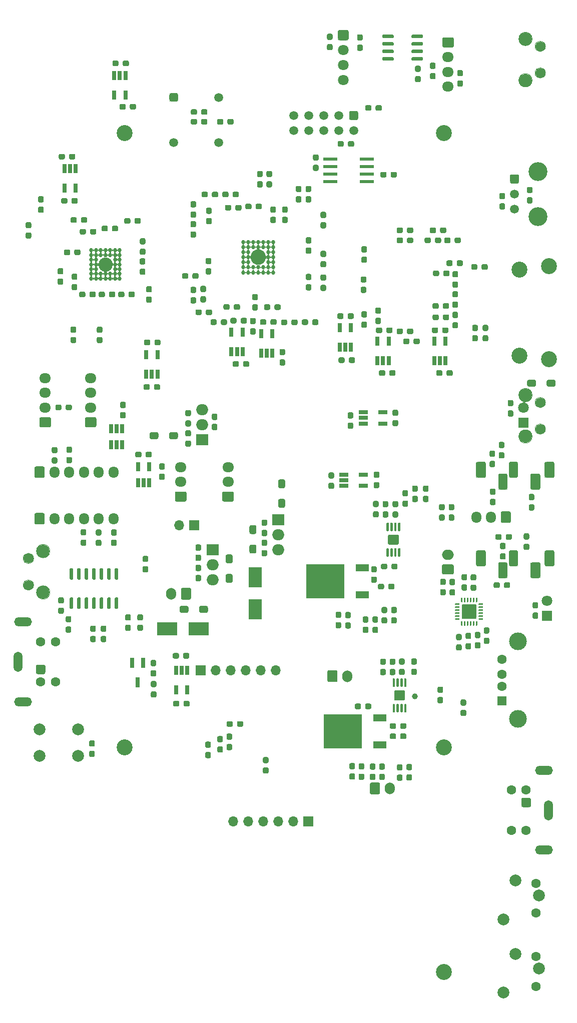
<source format=gbs>
%TF.GenerationSoftware,KiCad,Pcbnew,(5.1.9-0-10_14)*%
%TF.CreationDate,2021-06-06T00:02:43+09:00*%
%TF.ProjectId,ossc_board,6f737363-5f62-46f6-9172-642e6b696361,rev?*%
%TF.SameCoordinates,Original*%
%TF.FileFunction,Soldermask,Bot*%
%TF.FilePolarity,Negative*%
%FSLAX46Y46*%
G04 Gerber Fmt 4.6, Leading zero omitted, Abs format (unit mm)*
G04 Created by KiCad (PCBNEW (5.1.9-0-10_14)) date 2021-06-06 00:02:43*
%MOMM*%
%LPD*%
G01*
G04 APERTURE LIST*
%ADD10C,0.100000*%
%ADD11O,2.000000X1.905000*%
%ADD12R,2.000000X1.905000*%
%ADD13C,1.000000*%
%ADD14R,2.300000X3.500000*%
%ADD15R,3.500000X2.300000*%
%ADD16C,0.690000*%
%ADD17C,2.400000*%
%ADD18C,2.600000*%
%ADD19C,1.500000*%
%ADD20C,3.200000*%
%ADD21C,1.600000*%
%ADD22O,3.000000X1.500000*%
%ADD23O,1.500000X3.400000*%
%ADD24C,2.000000*%
%ADD25C,1.800000*%
%ADD26O,1.950000X1.700000*%
%ADD27O,1.700000X2.000000*%
%ADD28C,2.700000*%
%ADD29R,6.400000X5.800000*%
%ADD30R,2.200000X1.200000*%
%ADD31R,0.650000X1.560000*%
%ADD32R,0.800000X1.800000*%
%ADD33O,1.700000X1.700000*%
%ADD34R,1.700000X1.700000*%
%ADD35C,1.506220*%
%ADD36R,1.800000X1.800000*%
%ADD37R,1.560000X0.650000*%
%ADD38C,1.700000*%
%ADD39C,2.200000*%
%ADD40O,1.700000X1.950000*%
%ADD41O,2.000000X1.700000*%
%ADD42R,1.600000X1.600000*%
%ADD43C,3.000000*%
%ADD44R,2.350000X0.600000*%
%ADD45C,0.150000*%
G04 APERTURE END LIST*
D10*
%TO.C,SW3*%
X44043000Y-128750000D02*
G75*
G03*
X44043000Y-128750000I-1143000J0D01*
G01*
X41289000Y-123000000D02*
G75*
G03*
X41289000Y-123000000I-889000J0D01*
G01*
X41289000Y-127500000D02*
G75*
G03*
X41289000Y-127500000I-889000J0D01*
G01*
X44043000Y-121750000D02*
G75*
G03*
X44043000Y-121750000I-1143000J0D01*
G01*
%TO.C,SW2*%
X125643000Y-95350000D02*
G75*
G03*
X125643000Y-95350000I-1143000J0D01*
G01*
X127889000Y-101100000D02*
G75*
G03*
X127889000Y-101100000I-889000J0D01*
G01*
X127889000Y-96600000D02*
G75*
G03*
X127889000Y-96600000I-889000J0D01*
G01*
X125643000Y-102350000D02*
G75*
G03*
X125643000Y-102350000I-1143000J0D01*
G01*
%TO.C,SW1*%
X125643000Y-35072000D02*
G75*
G03*
X125643000Y-35072000I-1143000J0D01*
G01*
X127889000Y-40822000D02*
G75*
G03*
X127889000Y-40822000I-889000J0D01*
G01*
X127889000Y-36322000D02*
G75*
G03*
X127889000Y-36322000I-889000J0D01*
G01*
X125643000Y-42072000D02*
G75*
G03*
X125643000Y-42072000I-1143000J0D01*
G01*
%TO.C,SW3*%
X44043000Y-128750000D02*
G75*
G03*
X44043000Y-128750000I-1143000J0D01*
G01*
X41289000Y-123000000D02*
G75*
G03*
X41289000Y-123000000I-889000J0D01*
G01*
X41289000Y-127500000D02*
G75*
G03*
X41289000Y-127500000I-889000J0D01*
G01*
X44043000Y-121750000D02*
G75*
G03*
X44043000Y-121750000I-1143000J0D01*
G01*
%TO.C,SW2*%
X125643000Y-95350000D02*
G75*
G03*
X125643000Y-95350000I-1143000J0D01*
G01*
X127889000Y-101100000D02*
G75*
G03*
X127889000Y-101100000I-889000J0D01*
G01*
X127889000Y-96600000D02*
G75*
G03*
X127889000Y-96600000I-889000J0D01*
G01*
X125643000Y-102350000D02*
G75*
G03*
X125643000Y-102350000I-1143000J0D01*
G01*
%TO.C,SW1*%
X125643000Y-35072000D02*
G75*
G03*
X125643000Y-35072000I-1143000J0D01*
G01*
X127889000Y-40822000D02*
G75*
G03*
X127889000Y-40822000I-889000J0D01*
G01*
X127889000Y-36322000D02*
G75*
G03*
X127889000Y-36322000I-889000J0D01*
G01*
X125643000Y-42072000D02*
G75*
G03*
X125643000Y-42072000I-1143000J0D01*
G01*
%TD*%
%TO.C,C181*%
G36*
G01*
X68901300Y-125788300D02*
X69376300Y-125788300D01*
G75*
G02*
X69613800Y-126025800I0J-237500D01*
G01*
X69613800Y-126625800D01*
G75*
G02*
X69376300Y-126863300I-237500J0D01*
G01*
X68901300Y-126863300D01*
G75*
G02*
X68663800Y-126625800I0J237500D01*
G01*
X68663800Y-126025800D01*
G75*
G02*
X68901300Y-125788300I237500J0D01*
G01*
G37*
G36*
G01*
X68901300Y-124063300D02*
X69376300Y-124063300D01*
G75*
G02*
X69613800Y-124300800I0J-237500D01*
G01*
X69613800Y-124900800D01*
G75*
G02*
X69376300Y-125138300I-237500J0D01*
G01*
X68901300Y-125138300D01*
G75*
G02*
X68663800Y-124900800I0J237500D01*
G01*
X68663800Y-124300800D01*
G75*
G02*
X68901300Y-124063300I237500J0D01*
G01*
G37*
%TD*%
%TO.C,C179*%
G36*
G01*
X69376300Y-121697700D02*
X68901300Y-121697700D01*
G75*
G02*
X68663800Y-121460200I0J237500D01*
G01*
X68663800Y-120860200D01*
G75*
G02*
X68901300Y-120622700I237500J0D01*
G01*
X69376300Y-120622700D01*
G75*
G02*
X69613800Y-120860200I0J-237500D01*
G01*
X69613800Y-121460200D01*
G75*
G02*
X69376300Y-121697700I-237500J0D01*
G01*
G37*
G36*
G01*
X69376300Y-123422700D02*
X68901300Y-123422700D01*
G75*
G02*
X68663800Y-123185200I0J237500D01*
G01*
X68663800Y-122585200D01*
G75*
G02*
X68901300Y-122347700I237500J0D01*
G01*
X69376300Y-122347700D01*
G75*
G02*
X69613800Y-122585200I0J-237500D01*
G01*
X69613800Y-123185200D01*
G75*
G02*
X69376300Y-123422700I-237500J0D01*
G01*
G37*
%TD*%
D11*
%TO.C,U33*%
X71577200Y-126580900D03*
X71577200Y-124040900D03*
D12*
X71577200Y-121500900D03*
%TD*%
%TO.C,D12*%
G36*
G01*
X74058500Y-125626700D02*
X74658500Y-125626700D01*
G75*
G02*
X74958500Y-125926700I0J-300000D01*
G01*
X74958500Y-126826700D01*
G75*
G02*
X74658500Y-127126700I-300000J0D01*
G01*
X74058500Y-127126700D01*
G75*
G02*
X73758500Y-126826700I0J300000D01*
G01*
X73758500Y-125926700D01*
G75*
G02*
X74058500Y-125626700I300000J0D01*
G01*
G37*
G36*
G01*
X74058500Y-122326700D02*
X74658500Y-122326700D01*
G75*
G02*
X74958500Y-122626700I0J-300000D01*
G01*
X74958500Y-123526700D01*
G75*
G02*
X74658500Y-123826700I-300000J0D01*
G01*
X74058500Y-123826700D01*
G75*
G02*
X73758500Y-123526700I0J300000D01*
G01*
X73758500Y-122626700D01*
G75*
G02*
X74058500Y-122326700I300000J0D01*
G01*
G37*
%TD*%
D13*
%TO.C,MH6*%
X105765600Y-146367500D03*
%TD*%
D14*
%TO.C,D11*%
X78778100Y-126166900D03*
X78778100Y-131566900D03*
%TD*%
D11*
%TO.C,U5*%
X69761100Y-97802700D03*
X69761100Y-100342700D03*
D12*
X69761100Y-102882700D03*
%TD*%
%TO.C,C177*%
G36*
G01*
X71669900Y-100210500D02*
X72144900Y-100210500D01*
G75*
G02*
X72382400Y-100448000I0J-237500D01*
G01*
X72382400Y-101048000D01*
G75*
G02*
X72144900Y-101285500I-237500J0D01*
G01*
X71669900Y-101285500D01*
G75*
G02*
X71432400Y-101048000I0J237500D01*
G01*
X71432400Y-100448000D01*
G75*
G02*
X71669900Y-100210500I237500J0D01*
G01*
G37*
G36*
G01*
X71669900Y-98485500D02*
X72144900Y-98485500D01*
G75*
G02*
X72382400Y-98723000I0J-237500D01*
G01*
X72382400Y-99323000D01*
G75*
G02*
X72144900Y-99560500I-237500J0D01*
G01*
X71669900Y-99560500D01*
G75*
G02*
X71432400Y-99323000I0J237500D01*
G01*
X71432400Y-98723000D01*
G75*
G02*
X71669900Y-98485500I237500J0D01*
G01*
G37*
%TD*%
D15*
%TO.C,D10*%
X63848000Y-134924800D03*
X69248000Y-134924800D03*
%TD*%
%TO.C,R53*%
G36*
G01*
X47418000Y-133812800D02*
X46943000Y-133812800D01*
G75*
G02*
X46705500Y-133575300I0J237500D01*
G01*
X46705500Y-133000300D01*
G75*
G02*
X46943000Y-132762800I237500J0D01*
G01*
X47418000Y-132762800D01*
G75*
G02*
X47655500Y-133000300I0J-237500D01*
G01*
X47655500Y-133575300D01*
G75*
G02*
X47418000Y-133812800I-237500J0D01*
G01*
G37*
G36*
G01*
X47418000Y-135562800D02*
X46943000Y-135562800D01*
G75*
G02*
X46705500Y-135325300I0J237500D01*
G01*
X46705500Y-134750300D01*
G75*
G02*
X46943000Y-134512800I237500J0D01*
G01*
X47418000Y-134512800D01*
G75*
G02*
X47655500Y-134750300I0J-237500D01*
G01*
X47655500Y-135325300D01*
G75*
G02*
X47418000Y-135562800I-237500J0D01*
G01*
G37*
%TD*%
D16*
%TO.C,U1*%
X51035000Y-75630800D03*
X51035000Y-74830800D03*
X51035000Y-74030800D03*
X51035000Y-73230800D03*
X51035000Y-72430800D03*
X51035000Y-71630800D03*
X51035000Y-70830800D03*
X51835000Y-75630800D03*
X51835000Y-74830800D03*
X51835000Y-74030800D03*
X51835000Y-73230800D03*
X51835000Y-72430800D03*
X51835000Y-71630800D03*
X51835000Y-70830800D03*
X52635000Y-75630800D03*
X52635000Y-74830800D03*
X52635000Y-71630800D03*
X52635000Y-70830800D03*
X53435000Y-75630800D03*
X53435000Y-74830800D03*
X53435000Y-71630800D03*
X53435000Y-70830800D03*
X54235000Y-75630800D03*
X54235000Y-74830800D03*
X54235000Y-71630800D03*
X54235000Y-70830800D03*
X55035000Y-75630800D03*
X55035000Y-74830800D03*
X55035000Y-74030800D03*
X55035000Y-73230800D03*
X55035000Y-72430800D03*
X55035000Y-71630800D03*
X55035000Y-70830800D03*
X55835000Y-75630800D03*
X55835000Y-74830800D03*
X55835000Y-74030800D03*
X55835000Y-73230800D03*
X55835000Y-72430800D03*
X55835000Y-71630800D03*
X55835000Y-70830800D03*
D17*
X53435000Y-73230800D03*
%TD*%
D16*
%TO.C,U2*%
X81850000Y-69483000D03*
X81850000Y-70333000D03*
X81850000Y-71183000D03*
X81850000Y-72033000D03*
X81850000Y-72883000D03*
X81850000Y-73733000D03*
X81850000Y-74583000D03*
X81000000Y-69483000D03*
X81000000Y-70333000D03*
X81000000Y-71183000D03*
X81000000Y-72033000D03*
X81000000Y-72883000D03*
X81000000Y-73733000D03*
X81000000Y-74583000D03*
X80150000Y-69483000D03*
X80150000Y-70333000D03*
X80150000Y-73733000D03*
X80150000Y-74583000D03*
X79300000Y-69483000D03*
X79300000Y-70333000D03*
X79300000Y-73733000D03*
X79300000Y-74583000D03*
X78450000Y-69483000D03*
X78450000Y-70333000D03*
X78450000Y-73733000D03*
X78450000Y-74583000D03*
X77600000Y-69483000D03*
X77600000Y-70333000D03*
X77600000Y-71183000D03*
X77600000Y-72033000D03*
X77600000Y-72883000D03*
X77600000Y-73733000D03*
X77600000Y-74583000D03*
X76750000Y-69483000D03*
X76750000Y-70333000D03*
X76750000Y-71183000D03*
X76750000Y-72033000D03*
X76750000Y-72883000D03*
X76750000Y-73733000D03*
X76750000Y-74583000D03*
D18*
X79300000Y-72033000D03*
%TD*%
%TO.C,U23*%
G36*
G01*
X122197680Y-58010000D02*
X123097680Y-58010000D01*
G75*
G02*
X123397680Y-58310000I0J-300000D01*
G01*
X123397680Y-59210000D01*
G75*
G02*
X123097680Y-59510000I-300000J0D01*
G01*
X122197680Y-59510000D01*
G75*
G02*
X121897680Y-59210000I0J300000D01*
G01*
X121897680Y-58310000D01*
G75*
G02*
X122197680Y-58010000I300000J0D01*
G01*
G37*
D19*
X122647680Y-61300000D03*
X122647680Y-63840000D03*
D20*
X126597680Y-57490000D03*
X126597680Y-65110000D03*
%TD*%
D21*
%TO.C,J32*%
X44972500Y-137100000D03*
X44972500Y-143900000D03*
X42472500Y-137100000D03*
X42472500Y-143900000D03*
G36*
G01*
X42952500Y-142600000D02*
X41992500Y-142600000D01*
G75*
G02*
X41672500Y-142280000I0J320000D01*
G01*
X41672500Y-141320000D01*
G75*
G02*
X41992500Y-141000000I320000J0D01*
G01*
X42952500Y-141000000D01*
G75*
G02*
X43272500Y-141320000I0J-320000D01*
G01*
X43272500Y-142280000D01*
G75*
G02*
X42952500Y-142600000I-320000J0D01*
G01*
G37*
D22*
X39472500Y-147250000D03*
X39472500Y-133750000D03*
D23*
X38672500Y-140500000D03*
%TD*%
D21*
%TO.C,J31*%
X122108700Y-169000000D03*
X122108700Y-162200000D03*
X124608700Y-169000000D03*
X124608700Y-162200000D03*
G36*
G01*
X124128700Y-163500000D02*
X125088700Y-163500000D01*
G75*
G02*
X125408700Y-163820000I0J-320000D01*
G01*
X125408700Y-164780000D01*
G75*
G02*
X125088700Y-165100000I-320000J0D01*
G01*
X124128700Y-165100000D01*
G75*
G02*
X123808700Y-164780000I0J320000D01*
G01*
X123808700Y-163820000D01*
G75*
G02*
X124128700Y-163500000I320000J0D01*
G01*
G37*
D22*
X127608700Y-158850000D03*
X127608700Y-172350000D03*
D23*
X128408700Y-165600000D03*
%TD*%
D21*
%TO.C,J26*%
X126263900Y-183000000D03*
X126263900Y-178000000D03*
D24*
X120763900Y-184100000D03*
X122763900Y-177500000D03*
X126763900Y-180000000D03*
%TD*%
D21*
%TO.C,J25*%
X126263900Y-195400000D03*
X126263900Y-190400000D03*
D24*
X120763900Y-196500000D03*
X122763900Y-189900000D03*
X126763900Y-192400000D03*
%TD*%
%TO.C,D9*%
G36*
G01*
X78084400Y-120661000D02*
X78684400Y-120661000D01*
G75*
G02*
X78984400Y-120961000I0J-300000D01*
G01*
X78984400Y-121861000D01*
G75*
G02*
X78684400Y-122161000I-300000J0D01*
G01*
X78084400Y-122161000D01*
G75*
G02*
X77784400Y-121861000I0J300000D01*
G01*
X77784400Y-120961000D01*
G75*
G02*
X78084400Y-120661000I300000J0D01*
G01*
G37*
G36*
G01*
X78084400Y-117361000D02*
X78684400Y-117361000D01*
G75*
G02*
X78984400Y-117661000I0J-300000D01*
G01*
X78984400Y-118561000D01*
G75*
G02*
X78684400Y-118861000I-300000J0D01*
G01*
X78084400Y-118861000D01*
G75*
G02*
X77784400Y-118561000I0J300000D01*
G01*
X77784400Y-117661000D01*
G75*
G02*
X78084400Y-117361000I300000J0D01*
G01*
G37*
%TD*%
%TO.C,R14*%
G36*
G01*
X75686400Y-151240500D02*
X75686400Y-150765500D01*
G75*
G02*
X75923900Y-150528000I237500J0D01*
G01*
X76498900Y-150528000D01*
G75*
G02*
X76736400Y-150765500I0J-237500D01*
G01*
X76736400Y-151240500D01*
G75*
G02*
X76498900Y-151478000I-237500J0D01*
G01*
X75923900Y-151478000D01*
G75*
G02*
X75686400Y-151240500I0J237500D01*
G01*
G37*
G36*
G01*
X73936400Y-151240500D02*
X73936400Y-150765500D01*
G75*
G02*
X74173900Y-150528000I237500J0D01*
G01*
X74748900Y-150528000D01*
G75*
G02*
X74986400Y-150765500I0J-237500D01*
G01*
X74986400Y-151240500D01*
G75*
G02*
X74748900Y-151478000I-237500J0D01*
G01*
X74173900Y-151478000D01*
G75*
G02*
X73936400Y-151240500I0J237500D01*
G01*
G37*
%TD*%
%TO.C,R13*%
G36*
G01*
X70552300Y-155747200D02*
X71027300Y-155747200D01*
G75*
G02*
X71264800Y-155984700I0J-237500D01*
G01*
X71264800Y-156559700D01*
G75*
G02*
X71027300Y-156797200I-237500J0D01*
G01*
X70552300Y-156797200D01*
G75*
G02*
X70314800Y-156559700I0J237500D01*
G01*
X70314800Y-155984700D01*
G75*
G02*
X70552300Y-155747200I237500J0D01*
G01*
G37*
G36*
G01*
X70552300Y-153997200D02*
X71027300Y-153997200D01*
G75*
G02*
X71264800Y-154234700I0J-237500D01*
G01*
X71264800Y-154809700D01*
G75*
G02*
X71027300Y-155047200I-237500J0D01*
G01*
X70552300Y-155047200D01*
G75*
G02*
X70314800Y-154809700I0J237500D01*
G01*
X70314800Y-154234700D01*
G75*
G02*
X70552300Y-153997200I237500J0D01*
G01*
G37*
%TD*%
%TO.C,R49*%
G36*
G01*
X46705000Y-97671900D02*
X46705000Y-97196900D01*
G75*
G02*
X46942500Y-96959400I237500J0D01*
G01*
X47517500Y-96959400D01*
G75*
G02*
X47755000Y-97196900I0J-237500D01*
G01*
X47755000Y-97671900D01*
G75*
G02*
X47517500Y-97909400I-237500J0D01*
G01*
X46942500Y-97909400D01*
G75*
G02*
X46705000Y-97671900I0J237500D01*
G01*
G37*
G36*
G01*
X44955000Y-97671900D02*
X44955000Y-97196900D01*
G75*
G02*
X45192500Y-96959400I237500J0D01*
G01*
X45767500Y-96959400D01*
G75*
G02*
X46005000Y-97196900I0J-237500D01*
G01*
X46005000Y-97671900D01*
G75*
G02*
X45767500Y-97909400I-237500J0D01*
G01*
X45192500Y-97909400D01*
G75*
G02*
X44955000Y-97671900I0J237500D01*
G01*
G37*
%TD*%
D25*
%TO.C,J29*%
X93670800Y-42043400D03*
X93670800Y-39503400D03*
X93670800Y-36963400D03*
G36*
G01*
X94570800Y-33883400D02*
X94570800Y-34963400D01*
G75*
G02*
X94210800Y-35323400I-360000J0D01*
G01*
X93130800Y-35323400D01*
G75*
G02*
X92770800Y-34963400I0J360000D01*
G01*
X92770800Y-33883400D01*
G75*
G02*
X93130800Y-33523400I360000J0D01*
G01*
X94210800Y-33523400D01*
G75*
G02*
X94570800Y-33883400I0J-360000D01*
G01*
G37*
%TD*%
%TO.C,FB10*%
G36*
G01*
X96732100Y-35337000D02*
X96257100Y-35337000D01*
G75*
G02*
X96019600Y-35099500I0J237500D01*
G01*
X96019600Y-34524500D01*
G75*
G02*
X96257100Y-34287000I237500J0D01*
G01*
X96732100Y-34287000D01*
G75*
G02*
X96969600Y-34524500I0J-237500D01*
G01*
X96969600Y-35099500D01*
G75*
G02*
X96732100Y-35337000I-237500J0D01*
G01*
G37*
G36*
G01*
X96732100Y-37087000D02*
X96257100Y-37087000D01*
G75*
G02*
X96019600Y-36849500I0J237500D01*
G01*
X96019600Y-36274500D01*
G75*
G02*
X96257100Y-36037000I237500J0D01*
G01*
X96732100Y-36037000D01*
G75*
G02*
X96969600Y-36274500I0J-237500D01*
G01*
X96969600Y-36849500D01*
G75*
G02*
X96732100Y-37087000I-237500J0D01*
G01*
G37*
%TD*%
%TO.C,C175*%
G36*
G01*
X91626700Y-35235400D02*
X91151700Y-35235400D01*
G75*
G02*
X90914200Y-34997900I0J237500D01*
G01*
X90914200Y-34422900D01*
G75*
G02*
X91151700Y-34185400I237500J0D01*
G01*
X91626700Y-34185400D01*
G75*
G02*
X91864200Y-34422900I0J-237500D01*
G01*
X91864200Y-34997900D01*
G75*
G02*
X91626700Y-35235400I-237500J0D01*
G01*
G37*
G36*
G01*
X91626700Y-36985400D02*
X91151700Y-36985400D01*
G75*
G02*
X90914200Y-36747900I0J237500D01*
G01*
X90914200Y-36172900D01*
G75*
G02*
X91151700Y-35935400I237500J0D01*
G01*
X91626700Y-35935400D01*
G75*
G02*
X91864200Y-36172900I0J-237500D01*
G01*
X91864200Y-36747900D01*
G75*
G02*
X91626700Y-36985400I-237500J0D01*
G01*
G37*
%TD*%
%TO.C,U32*%
G36*
G01*
X105208200Y-38605600D02*
X105208200Y-38305600D01*
G75*
G02*
X105358200Y-38155600I150000J0D01*
G01*
X107008200Y-38155600D01*
G75*
G02*
X107158200Y-38305600I0J-150000D01*
G01*
X107158200Y-38605600D01*
G75*
G02*
X107008200Y-38755600I-150000J0D01*
G01*
X105358200Y-38755600D01*
G75*
G02*
X105208200Y-38605600I0J150000D01*
G01*
G37*
G36*
G01*
X105208200Y-37335600D02*
X105208200Y-37035600D01*
G75*
G02*
X105358200Y-36885600I150000J0D01*
G01*
X107008200Y-36885600D01*
G75*
G02*
X107158200Y-37035600I0J-150000D01*
G01*
X107158200Y-37335600D01*
G75*
G02*
X107008200Y-37485600I-150000J0D01*
G01*
X105358200Y-37485600D01*
G75*
G02*
X105208200Y-37335600I0J150000D01*
G01*
G37*
G36*
G01*
X105208200Y-36065600D02*
X105208200Y-35765600D01*
G75*
G02*
X105358200Y-35615600I150000J0D01*
G01*
X107008200Y-35615600D01*
G75*
G02*
X107158200Y-35765600I0J-150000D01*
G01*
X107158200Y-36065600D01*
G75*
G02*
X107008200Y-36215600I-150000J0D01*
G01*
X105358200Y-36215600D01*
G75*
G02*
X105208200Y-36065600I0J150000D01*
G01*
G37*
G36*
G01*
X105208200Y-34795600D02*
X105208200Y-34495600D01*
G75*
G02*
X105358200Y-34345600I150000J0D01*
G01*
X107008200Y-34345600D01*
G75*
G02*
X107158200Y-34495600I0J-150000D01*
G01*
X107158200Y-34795600D01*
G75*
G02*
X107008200Y-34945600I-150000J0D01*
G01*
X105358200Y-34945600D01*
G75*
G02*
X105208200Y-34795600I0J150000D01*
G01*
G37*
G36*
G01*
X100258200Y-34795600D02*
X100258200Y-34495600D01*
G75*
G02*
X100408200Y-34345600I150000J0D01*
G01*
X102058200Y-34345600D01*
G75*
G02*
X102208200Y-34495600I0J-150000D01*
G01*
X102208200Y-34795600D01*
G75*
G02*
X102058200Y-34945600I-150000J0D01*
G01*
X100408200Y-34945600D01*
G75*
G02*
X100258200Y-34795600I0J150000D01*
G01*
G37*
G36*
G01*
X100258200Y-36065600D02*
X100258200Y-35765600D01*
G75*
G02*
X100408200Y-35615600I150000J0D01*
G01*
X102058200Y-35615600D01*
G75*
G02*
X102208200Y-35765600I0J-150000D01*
G01*
X102208200Y-36065600D01*
G75*
G02*
X102058200Y-36215600I-150000J0D01*
G01*
X100408200Y-36215600D01*
G75*
G02*
X100258200Y-36065600I0J150000D01*
G01*
G37*
G36*
G01*
X100258200Y-37335600D02*
X100258200Y-37035600D01*
G75*
G02*
X100408200Y-36885600I150000J0D01*
G01*
X102058200Y-36885600D01*
G75*
G02*
X102208200Y-37035600I0J-150000D01*
G01*
X102208200Y-37335600D01*
G75*
G02*
X102058200Y-37485600I-150000J0D01*
G01*
X100408200Y-37485600D01*
G75*
G02*
X100258200Y-37335600I0J150000D01*
G01*
G37*
G36*
G01*
X100258200Y-38605600D02*
X100258200Y-38305600D01*
G75*
G02*
X100408200Y-38155600I150000J0D01*
G01*
X102058200Y-38155600D01*
G75*
G02*
X102208200Y-38305600I0J-150000D01*
G01*
X102208200Y-38605600D01*
G75*
G02*
X102058200Y-38755600I-150000J0D01*
G01*
X100408200Y-38755600D01*
G75*
G02*
X100258200Y-38605600I0J150000D01*
G01*
G37*
%TD*%
%TO.C,R48*%
G36*
G01*
X113198900Y-42082200D02*
X113673900Y-42082200D01*
G75*
G02*
X113911400Y-42319700I0J-237500D01*
G01*
X113911400Y-42894700D01*
G75*
G02*
X113673900Y-43132200I-237500J0D01*
G01*
X113198900Y-43132200D01*
G75*
G02*
X112961400Y-42894700I0J237500D01*
G01*
X112961400Y-42319700D01*
G75*
G02*
X113198900Y-42082200I237500J0D01*
G01*
G37*
G36*
G01*
X113198900Y-40332200D02*
X113673900Y-40332200D01*
G75*
G02*
X113911400Y-40569700I0J-237500D01*
G01*
X113911400Y-41144700D01*
G75*
G02*
X113673900Y-41382200I-237500J0D01*
G01*
X113198900Y-41382200D01*
G75*
G02*
X112961400Y-41144700I0J237500D01*
G01*
X112961400Y-40569700D01*
G75*
G02*
X113198900Y-40332200I237500J0D01*
G01*
G37*
%TD*%
%TO.C,R47*%
G36*
G01*
X108576100Y-40837600D02*
X109051100Y-40837600D01*
G75*
G02*
X109288600Y-41075100I0J-237500D01*
G01*
X109288600Y-41650100D01*
G75*
G02*
X109051100Y-41887600I-237500J0D01*
G01*
X108576100Y-41887600D01*
G75*
G02*
X108338600Y-41650100I0J237500D01*
G01*
X108338600Y-41075100D01*
G75*
G02*
X108576100Y-40837600I237500J0D01*
G01*
G37*
G36*
G01*
X108576100Y-39087600D02*
X109051100Y-39087600D01*
G75*
G02*
X109288600Y-39325100I0J-237500D01*
G01*
X109288600Y-39900100D01*
G75*
G02*
X109051100Y-40137600I-237500J0D01*
G01*
X108576100Y-40137600D01*
G75*
G02*
X108338600Y-39900100I0J237500D01*
G01*
X108338600Y-39325100D01*
G75*
G02*
X108576100Y-39087600I237500J0D01*
G01*
G37*
%TD*%
D26*
%TO.C,J28*%
X111404400Y-43161600D03*
X111404400Y-40661600D03*
X111404400Y-38161600D03*
G36*
G01*
X110679400Y-34811600D02*
X112129400Y-34811600D01*
G75*
G02*
X112379400Y-35061600I0J-250000D01*
G01*
X112379400Y-36261600D01*
G75*
G02*
X112129400Y-36511600I-250000J0D01*
G01*
X110679400Y-36511600D01*
G75*
G02*
X110429400Y-36261600I0J250000D01*
G01*
X110429400Y-35061600D01*
G75*
G02*
X110679400Y-34811600I250000J0D01*
G01*
G37*
%TD*%
%TO.C,C174*%
G36*
G01*
X106061500Y-41345600D02*
X106536500Y-41345600D01*
G75*
G02*
X106774000Y-41583100I0J-237500D01*
G01*
X106774000Y-42158100D01*
G75*
G02*
X106536500Y-42395600I-237500J0D01*
G01*
X106061500Y-42395600D01*
G75*
G02*
X105824000Y-42158100I0J237500D01*
G01*
X105824000Y-41583100D01*
G75*
G02*
X106061500Y-41345600I237500J0D01*
G01*
G37*
G36*
G01*
X106061500Y-39595600D02*
X106536500Y-39595600D01*
G75*
G02*
X106774000Y-39833100I0J-237500D01*
G01*
X106774000Y-40408100D01*
G75*
G02*
X106536500Y-40645600I-237500J0D01*
G01*
X106061500Y-40645600D01*
G75*
G02*
X105824000Y-40408100I0J237500D01*
G01*
X105824000Y-39833100D01*
G75*
G02*
X106061500Y-39595600I237500J0D01*
G01*
G37*
%TD*%
%TO.C,U31*%
G36*
G01*
X101083800Y-121261800D02*
X101283800Y-121261800D01*
G75*
G02*
X101383800Y-121361800I0J-100000D01*
G01*
X101383800Y-122586800D01*
G75*
G02*
X101283800Y-122686800I-100000J0D01*
G01*
X101083800Y-122686800D01*
G75*
G02*
X100983800Y-122586800I0J100000D01*
G01*
X100983800Y-121361800D01*
G75*
G02*
X101083800Y-121261800I100000J0D01*
G01*
G37*
G36*
G01*
X101733800Y-121261800D02*
X101933800Y-121261800D01*
G75*
G02*
X102033800Y-121361800I0J-100000D01*
G01*
X102033800Y-122586800D01*
G75*
G02*
X101933800Y-122686800I-100000J0D01*
G01*
X101733800Y-122686800D01*
G75*
G02*
X101633800Y-122586800I0J100000D01*
G01*
X101633800Y-121361800D01*
G75*
G02*
X101733800Y-121261800I100000J0D01*
G01*
G37*
G36*
G01*
X102383800Y-121261800D02*
X102583800Y-121261800D01*
G75*
G02*
X102683800Y-121361800I0J-100000D01*
G01*
X102683800Y-122586800D01*
G75*
G02*
X102583800Y-122686800I-100000J0D01*
G01*
X102383800Y-122686800D01*
G75*
G02*
X102283800Y-122586800I0J100000D01*
G01*
X102283800Y-121361800D01*
G75*
G02*
X102383800Y-121261800I100000J0D01*
G01*
G37*
G36*
G01*
X103033800Y-121261800D02*
X103233800Y-121261800D01*
G75*
G02*
X103333800Y-121361800I0J-100000D01*
G01*
X103333800Y-122586800D01*
G75*
G02*
X103233800Y-122686800I-100000J0D01*
G01*
X103033800Y-122686800D01*
G75*
G02*
X102933800Y-122586800I0J100000D01*
G01*
X102933800Y-121361800D01*
G75*
G02*
X103033800Y-121261800I100000J0D01*
G01*
G37*
G36*
G01*
X103033800Y-116936800D02*
X103233800Y-116936800D01*
G75*
G02*
X103333800Y-117036800I0J-100000D01*
G01*
X103333800Y-118261800D01*
G75*
G02*
X103233800Y-118361800I-100000J0D01*
G01*
X103033800Y-118361800D01*
G75*
G02*
X102933800Y-118261800I0J100000D01*
G01*
X102933800Y-117036800D01*
G75*
G02*
X103033800Y-116936800I100000J0D01*
G01*
G37*
G36*
G01*
X102383800Y-116936800D02*
X102583800Y-116936800D01*
G75*
G02*
X102683800Y-117036800I0J-100000D01*
G01*
X102683800Y-118261800D01*
G75*
G02*
X102583800Y-118361800I-100000J0D01*
G01*
X102383800Y-118361800D01*
G75*
G02*
X102283800Y-118261800I0J100000D01*
G01*
X102283800Y-117036800D01*
G75*
G02*
X102383800Y-116936800I100000J0D01*
G01*
G37*
G36*
G01*
X101733800Y-116936800D02*
X101933800Y-116936800D01*
G75*
G02*
X102033800Y-117036800I0J-100000D01*
G01*
X102033800Y-118261800D01*
G75*
G02*
X101933800Y-118361800I-100000J0D01*
G01*
X101733800Y-118361800D01*
G75*
G02*
X101633800Y-118261800I0J100000D01*
G01*
X101633800Y-117036800D01*
G75*
G02*
X101733800Y-116936800I100000J0D01*
G01*
G37*
G36*
G01*
X101083800Y-116936800D02*
X101283800Y-116936800D01*
G75*
G02*
X101383800Y-117036800I0J-100000D01*
G01*
X101383800Y-118261800D01*
G75*
G02*
X101283800Y-118361800I-100000J0D01*
G01*
X101083800Y-118361800D01*
G75*
G02*
X100983800Y-118261800I0J100000D01*
G01*
X100983800Y-117036800D01*
G75*
G02*
X101083800Y-116936800I100000J0D01*
G01*
G37*
G36*
G01*
X101483799Y-118946800D02*
X102833801Y-118946800D01*
G75*
G02*
X103083800Y-119196799I0J-249999D01*
G01*
X103083800Y-120426801D01*
G75*
G02*
X102833801Y-120676800I-249999J0D01*
G01*
X101483799Y-120676800D01*
G75*
G02*
X101233800Y-120426801I0J249999D01*
G01*
X101233800Y-119196799D01*
G75*
G02*
X101483799Y-118946800I249999J0D01*
G01*
G37*
%TD*%
%TO.C,U29*%
G36*
G01*
X102125200Y-147627000D02*
X102325200Y-147627000D01*
G75*
G02*
X102425200Y-147727000I0J-100000D01*
G01*
X102425200Y-148952000D01*
G75*
G02*
X102325200Y-149052000I-100000J0D01*
G01*
X102125200Y-149052000D01*
G75*
G02*
X102025200Y-148952000I0J100000D01*
G01*
X102025200Y-147727000D01*
G75*
G02*
X102125200Y-147627000I100000J0D01*
G01*
G37*
G36*
G01*
X102775200Y-147627000D02*
X102975200Y-147627000D01*
G75*
G02*
X103075200Y-147727000I0J-100000D01*
G01*
X103075200Y-148952000D01*
G75*
G02*
X102975200Y-149052000I-100000J0D01*
G01*
X102775200Y-149052000D01*
G75*
G02*
X102675200Y-148952000I0J100000D01*
G01*
X102675200Y-147727000D01*
G75*
G02*
X102775200Y-147627000I100000J0D01*
G01*
G37*
G36*
G01*
X103425200Y-147627000D02*
X103625200Y-147627000D01*
G75*
G02*
X103725200Y-147727000I0J-100000D01*
G01*
X103725200Y-148952000D01*
G75*
G02*
X103625200Y-149052000I-100000J0D01*
G01*
X103425200Y-149052000D01*
G75*
G02*
X103325200Y-148952000I0J100000D01*
G01*
X103325200Y-147727000D01*
G75*
G02*
X103425200Y-147627000I100000J0D01*
G01*
G37*
G36*
G01*
X104075200Y-147627000D02*
X104275200Y-147627000D01*
G75*
G02*
X104375200Y-147727000I0J-100000D01*
G01*
X104375200Y-148952000D01*
G75*
G02*
X104275200Y-149052000I-100000J0D01*
G01*
X104075200Y-149052000D01*
G75*
G02*
X103975200Y-148952000I0J100000D01*
G01*
X103975200Y-147727000D01*
G75*
G02*
X104075200Y-147627000I100000J0D01*
G01*
G37*
G36*
G01*
X104075200Y-143302000D02*
X104275200Y-143302000D01*
G75*
G02*
X104375200Y-143402000I0J-100000D01*
G01*
X104375200Y-144627000D01*
G75*
G02*
X104275200Y-144727000I-100000J0D01*
G01*
X104075200Y-144727000D01*
G75*
G02*
X103975200Y-144627000I0J100000D01*
G01*
X103975200Y-143402000D01*
G75*
G02*
X104075200Y-143302000I100000J0D01*
G01*
G37*
G36*
G01*
X103425200Y-143302000D02*
X103625200Y-143302000D01*
G75*
G02*
X103725200Y-143402000I0J-100000D01*
G01*
X103725200Y-144627000D01*
G75*
G02*
X103625200Y-144727000I-100000J0D01*
G01*
X103425200Y-144727000D01*
G75*
G02*
X103325200Y-144627000I0J100000D01*
G01*
X103325200Y-143402000D01*
G75*
G02*
X103425200Y-143302000I100000J0D01*
G01*
G37*
G36*
G01*
X102775200Y-143302000D02*
X102975200Y-143302000D01*
G75*
G02*
X103075200Y-143402000I0J-100000D01*
G01*
X103075200Y-144627000D01*
G75*
G02*
X102975200Y-144727000I-100000J0D01*
G01*
X102775200Y-144727000D01*
G75*
G02*
X102675200Y-144627000I0J100000D01*
G01*
X102675200Y-143402000D01*
G75*
G02*
X102775200Y-143302000I100000J0D01*
G01*
G37*
G36*
G01*
X102125200Y-143302000D02*
X102325200Y-143302000D01*
G75*
G02*
X102425200Y-143402000I0J-100000D01*
G01*
X102425200Y-144627000D01*
G75*
G02*
X102325200Y-144727000I-100000J0D01*
G01*
X102125200Y-144727000D01*
G75*
G02*
X102025200Y-144627000I0J100000D01*
G01*
X102025200Y-143402000D01*
G75*
G02*
X102125200Y-143302000I100000J0D01*
G01*
G37*
G36*
G01*
X102525199Y-145312000D02*
X103875201Y-145312000D01*
G75*
G02*
X104125200Y-145561999I0J-249999D01*
G01*
X104125200Y-146792001D01*
G75*
G02*
X103875201Y-147042000I-249999J0D01*
G01*
X102525199Y-147042000D01*
G75*
G02*
X102275200Y-146792001I0J249999D01*
G01*
X102275200Y-145561999D01*
G75*
G02*
X102525199Y-145312000I249999J0D01*
G01*
G37*
%TD*%
D27*
%TO.C,J27*%
X94346400Y-142910560D03*
G36*
G01*
X90996400Y-143660560D02*
X90996400Y-142160560D01*
G75*
G02*
X91246400Y-141910560I250000J0D01*
G01*
X92446400Y-141910560D01*
G75*
G02*
X92696400Y-142160560I0J-250000D01*
G01*
X92696400Y-143660560D01*
G75*
G02*
X92446400Y-143910560I-250000J0D01*
G01*
X91246400Y-143910560D01*
G75*
G02*
X90996400Y-143660560I0J250000D01*
G01*
G37*
%TD*%
%TO.C,J24*%
X101534600Y-161925000D03*
G36*
G01*
X98184600Y-162675000D02*
X98184600Y-161175000D01*
G75*
G02*
X98434600Y-160925000I250000J0D01*
G01*
X99634600Y-160925000D01*
G75*
G02*
X99884600Y-161175000I0J-250000D01*
G01*
X99884600Y-162675000D01*
G75*
G02*
X99634600Y-162925000I-250000J0D01*
G01*
X98434600Y-162925000D01*
G75*
G02*
X98184600Y-162675000I0J250000D01*
G01*
G37*
%TD*%
D28*
%TO.C,MH5*%
X110700000Y-193000000D03*
%TD*%
%TO.C,MH4*%
X110700000Y-155000000D03*
%TD*%
%TO.C,J3*%
G36*
G01*
X117824800Y-121990000D02*
X117824800Y-124010000D01*
G75*
G02*
X117484800Y-124350000I-340000J0D01*
G01*
X116464800Y-124350000D01*
G75*
G02*
X116124800Y-124010000I0J340000D01*
G01*
X116124800Y-121990000D01*
G75*
G02*
X116464800Y-121650000I340000J0D01*
G01*
X117484800Y-121650000D01*
G75*
G02*
X117824800Y-121990000I0J-340000D01*
G01*
G37*
G36*
G01*
X123224800Y-121950000D02*
X123224800Y-124050000D01*
G75*
G02*
X122924800Y-124350000I-300000J0D01*
G01*
X122024800Y-124350000D01*
G75*
G02*
X121724800Y-124050000I0J300000D01*
G01*
X121724800Y-121950000D01*
G75*
G02*
X122024800Y-121650000I300000J0D01*
G01*
X122924800Y-121650000D01*
G75*
G02*
X123224800Y-121950000I0J-300000D01*
G01*
G37*
G36*
G01*
X129424800Y-121990000D02*
X129424800Y-124010000D01*
G75*
G02*
X129084800Y-124350000I-340000J0D01*
G01*
X128064800Y-124350000D01*
G75*
G02*
X127724800Y-124010000I0J340000D01*
G01*
X127724800Y-121990000D01*
G75*
G02*
X128064800Y-121650000I340000J0D01*
G01*
X129084800Y-121650000D01*
G75*
G02*
X129424800Y-121990000I0J-340000D01*
G01*
G37*
G36*
G01*
X127024800Y-123990000D02*
X127024800Y-126010000D01*
G75*
G02*
X126684800Y-126350000I-340000J0D01*
G01*
X125664800Y-126350000D01*
G75*
G02*
X125324800Y-126010000I0J340000D01*
G01*
X125324800Y-123990000D01*
G75*
G02*
X125664800Y-123650000I340000J0D01*
G01*
X126684800Y-123650000D01*
G75*
G02*
X127024800Y-123990000I0J-340000D01*
G01*
G37*
G36*
G01*
X121424800Y-123950000D02*
X121424800Y-126050000D01*
G75*
G02*
X121124800Y-126350000I-300000J0D01*
G01*
X120224800Y-126350000D01*
G75*
G02*
X119924800Y-126050000I0J300000D01*
G01*
X119924800Y-123950000D01*
G75*
G02*
X120224800Y-123650000I300000J0D01*
G01*
X121124800Y-123650000D01*
G75*
G02*
X121424800Y-123950000I0J-300000D01*
G01*
G37*
%TD*%
%TO.C,J2*%
G36*
G01*
X117824800Y-106990000D02*
X117824800Y-109010000D01*
G75*
G02*
X117484800Y-109350000I-340000J0D01*
G01*
X116464800Y-109350000D01*
G75*
G02*
X116124800Y-109010000I0J340000D01*
G01*
X116124800Y-106990000D01*
G75*
G02*
X116464800Y-106650000I340000J0D01*
G01*
X117484800Y-106650000D01*
G75*
G02*
X117824800Y-106990000I0J-340000D01*
G01*
G37*
G36*
G01*
X123224800Y-106950000D02*
X123224800Y-109050000D01*
G75*
G02*
X122924800Y-109350000I-300000J0D01*
G01*
X122024800Y-109350000D01*
G75*
G02*
X121724800Y-109050000I0J300000D01*
G01*
X121724800Y-106950000D01*
G75*
G02*
X122024800Y-106650000I300000J0D01*
G01*
X122924800Y-106650000D01*
G75*
G02*
X123224800Y-106950000I0J-300000D01*
G01*
G37*
G36*
G01*
X129424800Y-106990000D02*
X129424800Y-109010000D01*
G75*
G02*
X129084800Y-109350000I-340000J0D01*
G01*
X128064800Y-109350000D01*
G75*
G02*
X127724800Y-109010000I0J340000D01*
G01*
X127724800Y-106990000D01*
G75*
G02*
X128064800Y-106650000I340000J0D01*
G01*
X129084800Y-106650000D01*
G75*
G02*
X129424800Y-106990000I0J-340000D01*
G01*
G37*
G36*
G01*
X127024800Y-108990000D02*
X127024800Y-111010000D01*
G75*
G02*
X126684800Y-111350000I-340000J0D01*
G01*
X125664800Y-111350000D01*
G75*
G02*
X125324800Y-111010000I0J340000D01*
G01*
X125324800Y-108990000D01*
G75*
G02*
X125664800Y-108650000I340000J0D01*
G01*
X126684800Y-108650000D01*
G75*
G02*
X127024800Y-108990000I0J-340000D01*
G01*
G37*
G36*
G01*
X121424800Y-108950000D02*
X121424800Y-111050000D01*
G75*
G02*
X121124800Y-111350000I-300000J0D01*
G01*
X120224800Y-111350000D01*
G75*
G02*
X119924800Y-111050000I0J300000D01*
G01*
X119924800Y-108950000D01*
G75*
G02*
X120224800Y-108650000I300000J0D01*
G01*
X121124800Y-108650000D01*
G75*
G02*
X121424800Y-108950000I0J-300000D01*
G01*
G37*
%TD*%
%TO.C,D8*%
G36*
G01*
X67476800Y-131310100D02*
X67476800Y-131910100D01*
G75*
G02*
X67176800Y-132210100I-300000J0D01*
G01*
X66276800Y-132210100D01*
G75*
G02*
X65976800Y-131910100I0J300000D01*
G01*
X65976800Y-131310100D01*
G75*
G02*
X66276800Y-131010100I300000J0D01*
G01*
X67176800Y-131010100D01*
G75*
G02*
X67476800Y-131310100I0J-300000D01*
G01*
G37*
G36*
G01*
X70776800Y-131310100D02*
X70776800Y-131910100D01*
G75*
G02*
X70476800Y-132210100I-300000J0D01*
G01*
X69576800Y-132210100D01*
G75*
G02*
X69276800Y-131910100I0J300000D01*
G01*
X69276800Y-131310100D01*
G75*
G02*
X69576800Y-131010100I300000J0D01*
G01*
X70476800Y-131010100D01*
G75*
G02*
X70776800Y-131310100I0J-300000D01*
G01*
G37*
%TD*%
%TO.C,D5*%
G36*
G01*
X83548500Y-111114000D02*
X82948500Y-111114000D01*
G75*
G02*
X82648500Y-110814000I0J300000D01*
G01*
X82648500Y-109914000D01*
G75*
G02*
X82948500Y-109614000I300000J0D01*
G01*
X83548500Y-109614000D01*
G75*
G02*
X83848500Y-109914000I0J-300000D01*
G01*
X83848500Y-110814000D01*
G75*
G02*
X83548500Y-111114000I-300000J0D01*
G01*
G37*
G36*
G01*
X83548500Y-114414000D02*
X82948500Y-114414000D01*
G75*
G02*
X82648500Y-114114000I0J300000D01*
G01*
X82648500Y-113214000D01*
G75*
G02*
X82948500Y-112914000I300000J0D01*
G01*
X83548500Y-112914000D01*
G75*
G02*
X83848500Y-113214000I0J-300000D01*
G01*
X83848500Y-114114000D01*
G75*
G02*
X83548500Y-114414000I-300000J0D01*
G01*
G37*
%TD*%
%TO.C,D4*%
G36*
G01*
X62396800Y-101909600D02*
X62396800Y-102509600D01*
G75*
G02*
X62096800Y-102809600I-300000J0D01*
G01*
X61196800Y-102809600D01*
G75*
G02*
X60896800Y-102509600I0J300000D01*
G01*
X60896800Y-101909600D01*
G75*
G02*
X61196800Y-101609600I300000J0D01*
G01*
X62096800Y-101609600D01*
G75*
G02*
X62396800Y-101909600I0J-300000D01*
G01*
G37*
G36*
G01*
X65696800Y-101909600D02*
X65696800Y-102509600D01*
G75*
G02*
X65396800Y-102809600I-300000J0D01*
G01*
X64496800Y-102809600D01*
G75*
G02*
X64196800Y-102509600I0J300000D01*
G01*
X64196800Y-101909600D01*
G75*
G02*
X64496800Y-101609600I300000J0D01*
G01*
X65396800Y-101609600D01*
G75*
G02*
X65696800Y-101909600I0J-300000D01*
G01*
G37*
%TD*%
%TO.C,D3*%
G36*
G01*
X126290500Y-93032300D02*
X126290500Y-93632300D01*
G75*
G02*
X125990500Y-93932300I-300000J0D01*
G01*
X125090500Y-93932300D01*
G75*
G02*
X124790500Y-93632300I0J300000D01*
G01*
X124790500Y-93032300D01*
G75*
G02*
X125090500Y-92732300I300000J0D01*
G01*
X125990500Y-92732300D01*
G75*
G02*
X126290500Y-93032300I0J-300000D01*
G01*
G37*
G36*
G01*
X129590500Y-93032300D02*
X129590500Y-93632300D01*
G75*
G02*
X129290500Y-93932300I-300000J0D01*
G01*
X128390500Y-93932300D01*
G75*
G02*
X128090500Y-93632300I0J300000D01*
G01*
X128090500Y-93032300D01*
G75*
G02*
X128390500Y-92732300I300000J0D01*
G01*
X129290500Y-92732300D01*
G75*
G02*
X129590500Y-93032300I0J-300000D01*
G01*
G37*
%TD*%
D29*
%TO.C,U30*%
X90635400Y-126873000D03*
D30*
X96935400Y-129153000D03*
X96935400Y-124593000D03*
%TD*%
D29*
%TO.C,U28*%
X93556400Y-152273000D03*
D30*
X99856400Y-154553000D03*
X99856400Y-149993000D03*
%TD*%
%TO.C,R44*%
G36*
G01*
X102251500Y-115031000D02*
X102726500Y-115031000D01*
G75*
G02*
X102964000Y-115268500I0J-237500D01*
G01*
X102964000Y-115843500D01*
G75*
G02*
X102726500Y-116081000I-237500J0D01*
G01*
X102251500Y-116081000D01*
G75*
G02*
X102014000Y-115843500I0J237500D01*
G01*
X102014000Y-115268500D01*
G75*
G02*
X102251500Y-115031000I237500J0D01*
G01*
G37*
G36*
G01*
X102251500Y-113281000D02*
X102726500Y-113281000D01*
G75*
G02*
X102964000Y-113518500I0J-237500D01*
G01*
X102964000Y-114093500D01*
G75*
G02*
X102726500Y-114331000I-237500J0D01*
G01*
X102251500Y-114331000D01*
G75*
G02*
X102014000Y-114093500I0J237500D01*
G01*
X102014000Y-113518500D01*
G75*
G02*
X102251500Y-113281000I237500J0D01*
G01*
G37*
%TD*%
%TO.C,R43*%
G36*
G01*
X103927900Y-113189500D02*
X104402900Y-113189500D01*
G75*
G02*
X104640400Y-113427000I0J-237500D01*
G01*
X104640400Y-114002000D01*
G75*
G02*
X104402900Y-114239500I-237500J0D01*
G01*
X103927900Y-114239500D01*
G75*
G02*
X103690400Y-114002000I0J237500D01*
G01*
X103690400Y-113427000D01*
G75*
G02*
X103927900Y-113189500I237500J0D01*
G01*
G37*
G36*
G01*
X103927900Y-111439500D02*
X104402900Y-111439500D01*
G75*
G02*
X104640400Y-111677000I0J-237500D01*
G01*
X104640400Y-112252000D01*
G75*
G02*
X104402900Y-112489500I-237500J0D01*
G01*
X103927900Y-112489500D01*
G75*
G02*
X103690400Y-112252000I0J237500D01*
G01*
X103690400Y-111677000D01*
G75*
G02*
X103927900Y-111439500I237500J0D01*
G01*
G37*
%TD*%
%TO.C,R40*%
G36*
G01*
X103343700Y-141675600D02*
X103818700Y-141675600D01*
G75*
G02*
X104056200Y-141913100I0J-237500D01*
G01*
X104056200Y-142488100D01*
G75*
G02*
X103818700Y-142725600I-237500J0D01*
G01*
X103343700Y-142725600D01*
G75*
G02*
X103106200Y-142488100I0J237500D01*
G01*
X103106200Y-141913100D01*
G75*
G02*
X103343700Y-141675600I237500J0D01*
G01*
G37*
G36*
G01*
X103343700Y-139925600D02*
X103818700Y-139925600D01*
G75*
G02*
X104056200Y-140163100I0J-237500D01*
G01*
X104056200Y-140738100D01*
G75*
G02*
X103818700Y-140975600I-237500J0D01*
G01*
X103343700Y-140975600D01*
G75*
G02*
X103106200Y-140738100I0J237500D01*
G01*
X103106200Y-140163100D01*
G75*
G02*
X103343700Y-139925600I237500J0D01*
G01*
G37*
%TD*%
%TO.C,R39*%
G36*
G01*
X105401100Y-141662900D02*
X105876100Y-141662900D01*
G75*
G02*
X106113600Y-141900400I0J-237500D01*
G01*
X106113600Y-142475400D01*
G75*
G02*
X105876100Y-142712900I-237500J0D01*
G01*
X105401100Y-142712900D01*
G75*
G02*
X105163600Y-142475400I0J237500D01*
G01*
X105163600Y-141900400D01*
G75*
G02*
X105401100Y-141662900I237500J0D01*
G01*
G37*
G36*
G01*
X105401100Y-139912900D02*
X105876100Y-139912900D01*
G75*
G02*
X106113600Y-140150400I0J-237500D01*
G01*
X106113600Y-140725400D01*
G75*
G02*
X105876100Y-140962900I-237500J0D01*
G01*
X105401100Y-140962900D01*
G75*
G02*
X105163600Y-140725400I0J237500D01*
G01*
X105163600Y-140150400D01*
G75*
G02*
X105401100Y-139912900I237500J0D01*
G01*
G37*
%TD*%
%TO.C,C171*%
G36*
G01*
X98847900Y-134558520D02*
X99322900Y-134558520D01*
G75*
G02*
X99560400Y-134796020I0J-237500D01*
G01*
X99560400Y-135371020D01*
G75*
G02*
X99322900Y-135608520I-237500J0D01*
G01*
X98847900Y-135608520D01*
G75*
G02*
X98610400Y-135371020I0J237500D01*
G01*
X98610400Y-134796020D01*
G75*
G02*
X98847900Y-134558520I237500J0D01*
G01*
G37*
G36*
G01*
X98847900Y-132808520D02*
X99322900Y-132808520D01*
G75*
G02*
X99560400Y-133046020I0J-237500D01*
G01*
X99560400Y-133621020D01*
G75*
G02*
X99322900Y-133858520I-237500J0D01*
G01*
X98847900Y-133858520D01*
G75*
G02*
X98610400Y-133621020I0J237500D01*
G01*
X98610400Y-133046020D01*
G75*
G02*
X98847900Y-132808520I237500J0D01*
G01*
G37*
%TD*%
%TO.C,C170*%
G36*
G01*
X98949500Y-115005600D02*
X99424500Y-115005600D01*
G75*
G02*
X99662000Y-115243100I0J-237500D01*
G01*
X99662000Y-115818100D01*
G75*
G02*
X99424500Y-116055600I-237500J0D01*
G01*
X98949500Y-116055600D01*
G75*
G02*
X98712000Y-115818100I0J237500D01*
G01*
X98712000Y-115243100D01*
G75*
G02*
X98949500Y-115005600I237500J0D01*
G01*
G37*
G36*
G01*
X98949500Y-113255600D02*
X99424500Y-113255600D01*
G75*
G02*
X99662000Y-113493100I0J-237500D01*
G01*
X99662000Y-114068100D01*
G75*
G02*
X99424500Y-114305600I-237500J0D01*
G01*
X98949500Y-114305600D01*
G75*
G02*
X98712000Y-114068100I0J237500D01*
G01*
X98712000Y-113493100D01*
G75*
G02*
X98949500Y-113255600I237500J0D01*
G01*
G37*
%TD*%
%TO.C,C169*%
G36*
G01*
X97676980Y-133858520D02*
X97201980Y-133858520D01*
G75*
G02*
X96964480Y-133621020I0J237500D01*
G01*
X96964480Y-133046020D01*
G75*
G02*
X97201980Y-132808520I237500J0D01*
G01*
X97676980Y-132808520D01*
G75*
G02*
X97914480Y-133046020I0J-237500D01*
G01*
X97914480Y-133621020D01*
G75*
G02*
X97676980Y-133858520I-237500J0D01*
G01*
G37*
G36*
G01*
X97676980Y-135608520D02*
X97201980Y-135608520D01*
G75*
G02*
X96964480Y-135371020I0J237500D01*
G01*
X96964480Y-134796020D01*
G75*
G02*
X97201980Y-134558520I237500J0D01*
G01*
X97676980Y-134558520D01*
G75*
G02*
X97914480Y-134796020I0J-237500D01*
G01*
X97914480Y-135371020D01*
G75*
G02*
X97676980Y-135608520I-237500J0D01*
G01*
G37*
%TD*%
%TO.C,C168*%
G36*
G01*
X94237800Y-133814300D02*
X94712800Y-133814300D01*
G75*
G02*
X94950300Y-134051800I0J-237500D01*
G01*
X94950300Y-134626800D01*
G75*
G02*
X94712800Y-134864300I-237500J0D01*
G01*
X94237800Y-134864300D01*
G75*
G02*
X94000300Y-134626800I0J237500D01*
G01*
X94000300Y-134051800D01*
G75*
G02*
X94237800Y-133814300I237500J0D01*
G01*
G37*
G36*
G01*
X94237800Y-132064300D02*
X94712800Y-132064300D01*
G75*
G02*
X94950300Y-132301800I0J-237500D01*
G01*
X94950300Y-132876800D01*
G75*
G02*
X94712800Y-133114300I-237500J0D01*
G01*
X94237800Y-133114300D01*
G75*
G02*
X94000300Y-132876800I0J237500D01*
G01*
X94000300Y-132301800D01*
G75*
G02*
X94237800Y-132064300I237500J0D01*
G01*
G37*
%TD*%
%TO.C,C167*%
G36*
G01*
X92612200Y-133763500D02*
X93087200Y-133763500D01*
G75*
G02*
X93324700Y-134001000I0J-237500D01*
G01*
X93324700Y-134576000D01*
G75*
G02*
X93087200Y-134813500I-237500J0D01*
G01*
X92612200Y-134813500D01*
G75*
G02*
X92374700Y-134576000I0J237500D01*
G01*
X92374700Y-134001000D01*
G75*
G02*
X92612200Y-133763500I237500J0D01*
G01*
G37*
G36*
G01*
X92612200Y-132013500D02*
X93087200Y-132013500D01*
G75*
G02*
X93324700Y-132251000I0J-237500D01*
G01*
X93324700Y-132826000D01*
G75*
G02*
X93087200Y-133063500I-237500J0D01*
G01*
X92612200Y-133063500D01*
G75*
G02*
X92374700Y-132826000I0J237500D01*
G01*
X92374700Y-132251000D01*
G75*
G02*
X92612200Y-132013500I237500J0D01*
G01*
G37*
%TD*%
%TO.C,C166*%
G36*
G01*
X100575100Y-115031000D02*
X101050100Y-115031000D01*
G75*
G02*
X101287600Y-115268500I0J-237500D01*
G01*
X101287600Y-115843500D01*
G75*
G02*
X101050100Y-116081000I-237500J0D01*
G01*
X100575100Y-116081000D01*
G75*
G02*
X100337600Y-115843500I0J237500D01*
G01*
X100337600Y-115268500D01*
G75*
G02*
X100575100Y-115031000I237500J0D01*
G01*
G37*
G36*
G01*
X100575100Y-113281000D02*
X101050100Y-113281000D01*
G75*
G02*
X101287600Y-113518500I0J-237500D01*
G01*
X101287600Y-114093500D01*
G75*
G02*
X101050100Y-114331000I-237500J0D01*
G01*
X100575100Y-114331000D01*
G75*
G02*
X100337600Y-114093500I0J237500D01*
G01*
X100337600Y-113518500D01*
G75*
G02*
X100575100Y-113281000I237500J0D01*
G01*
G37*
%TD*%
%TO.C,C165*%
G36*
G01*
X102487740Y-132253240D02*
X102012740Y-132253240D01*
G75*
G02*
X101775240Y-132015740I0J237500D01*
G01*
X101775240Y-131440740D01*
G75*
G02*
X102012740Y-131203240I237500J0D01*
G01*
X102487740Y-131203240D01*
G75*
G02*
X102725240Y-131440740I0J-237500D01*
G01*
X102725240Y-132015740D01*
G75*
G02*
X102487740Y-132253240I-237500J0D01*
G01*
G37*
G36*
G01*
X102487740Y-134003240D02*
X102012740Y-134003240D01*
G75*
G02*
X101775240Y-133765740I0J237500D01*
G01*
X101775240Y-133190740D01*
G75*
G02*
X102012740Y-132953240I237500J0D01*
G01*
X102487740Y-132953240D01*
G75*
G02*
X102725240Y-133190740I0J-237500D01*
G01*
X102725240Y-133765740D01*
G75*
G02*
X102487740Y-134003240I-237500J0D01*
G01*
G37*
%TD*%
%TO.C,C164*%
G36*
G01*
X100854520Y-132255780D02*
X100379520Y-132255780D01*
G75*
G02*
X100142020Y-132018280I0J237500D01*
G01*
X100142020Y-131443280D01*
G75*
G02*
X100379520Y-131205780I237500J0D01*
G01*
X100854520Y-131205780D01*
G75*
G02*
X101092020Y-131443280I0J-237500D01*
G01*
X101092020Y-132018280D01*
G75*
G02*
X100854520Y-132255780I-237500J0D01*
G01*
G37*
G36*
G01*
X100854520Y-134005780D02*
X100379520Y-134005780D01*
G75*
G02*
X100142020Y-133768280I0J237500D01*
G01*
X100142020Y-133193280D01*
G75*
G02*
X100379520Y-132955780I237500J0D01*
G01*
X100854520Y-132955780D01*
G75*
G02*
X101092020Y-133193280I0J-237500D01*
G01*
X101092020Y-133768280D01*
G75*
G02*
X100854520Y-134005780I-237500J0D01*
G01*
G37*
%TD*%
%TO.C,C163*%
G36*
G01*
X105566200Y-112399560D02*
X106041200Y-112399560D01*
G75*
G02*
X106278700Y-112637060I0J-237500D01*
G01*
X106278700Y-113212060D01*
G75*
G02*
X106041200Y-113449560I-237500J0D01*
G01*
X105566200Y-113449560D01*
G75*
G02*
X105328700Y-113212060I0J237500D01*
G01*
X105328700Y-112637060D01*
G75*
G02*
X105566200Y-112399560I237500J0D01*
G01*
G37*
G36*
G01*
X105566200Y-110649560D02*
X106041200Y-110649560D01*
G75*
G02*
X106278700Y-110887060I0J-237500D01*
G01*
X106278700Y-111462060D01*
G75*
G02*
X106041200Y-111699560I-237500J0D01*
G01*
X105566200Y-111699560D01*
G75*
G02*
X105328700Y-111462060I0J237500D01*
G01*
X105328700Y-110887060D01*
G75*
G02*
X105566200Y-110649560I237500J0D01*
G01*
G37*
%TD*%
%TO.C,C162*%
G36*
G01*
X107395000Y-112399560D02*
X107870000Y-112399560D01*
G75*
G02*
X108107500Y-112637060I0J-237500D01*
G01*
X108107500Y-113212060D01*
G75*
G02*
X107870000Y-113449560I-237500J0D01*
G01*
X107395000Y-113449560D01*
G75*
G02*
X107157500Y-113212060I0J237500D01*
G01*
X107157500Y-112637060D01*
G75*
G02*
X107395000Y-112399560I237500J0D01*
G01*
G37*
G36*
G01*
X107395000Y-110649560D02*
X107870000Y-110649560D01*
G75*
G02*
X108107500Y-110887060I0J-237500D01*
G01*
X108107500Y-111462060D01*
G75*
G02*
X107870000Y-111699560I-237500J0D01*
G01*
X107395000Y-111699560D01*
G75*
G02*
X107157500Y-111462060I0J237500D01*
G01*
X107157500Y-110887060D01*
G75*
G02*
X107395000Y-110649560I237500J0D01*
G01*
G37*
%TD*%
%TO.C,C161*%
G36*
G01*
X100584520Y-127514340D02*
X100584520Y-127989340D01*
G75*
G02*
X100347020Y-128226840I-237500J0D01*
G01*
X99772020Y-128226840D01*
G75*
G02*
X99534520Y-127989340I0J237500D01*
G01*
X99534520Y-127514340D01*
G75*
G02*
X99772020Y-127276840I237500J0D01*
G01*
X100347020Y-127276840D01*
G75*
G02*
X100584520Y-127514340I0J-237500D01*
G01*
G37*
G36*
G01*
X102334520Y-127514340D02*
X102334520Y-127989340D01*
G75*
G02*
X102097020Y-128226840I-237500J0D01*
G01*
X101522020Y-128226840D01*
G75*
G02*
X101284520Y-127989340I0J237500D01*
G01*
X101284520Y-127514340D01*
G75*
G02*
X101522020Y-127276840I237500J0D01*
G01*
X102097020Y-127276840D01*
G75*
G02*
X102334520Y-127514340I0J-237500D01*
G01*
G37*
%TD*%
%TO.C,C160*%
G36*
G01*
X97365300Y-148268700D02*
X97365300Y-147793700D01*
G75*
G02*
X97602800Y-147556200I237500J0D01*
G01*
X98177800Y-147556200D01*
G75*
G02*
X98415300Y-147793700I0J-237500D01*
G01*
X98415300Y-148268700D01*
G75*
G02*
X98177800Y-148506200I-237500J0D01*
G01*
X97602800Y-148506200D01*
G75*
G02*
X97365300Y-148268700I0J237500D01*
G01*
G37*
G36*
G01*
X95615300Y-148268700D02*
X95615300Y-147793700D01*
G75*
G02*
X95852800Y-147556200I237500J0D01*
G01*
X96427800Y-147556200D01*
G75*
G02*
X96665300Y-147793700I0J-237500D01*
G01*
X96665300Y-148268700D01*
G75*
G02*
X96427800Y-148506200I-237500J0D01*
G01*
X95852800Y-148506200D01*
G75*
G02*
X95615300Y-148268700I0J237500D01*
G01*
G37*
%TD*%
%TO.C,C159*%
G36*
G01*
X101810300Y-124595900D02*
X101810300Y-124120900D01*
G75*
G02*
X102047800Y-123883400I237500J0D01*
G01*
X102622800Y-123883400D01*
G75*
G02*
X102860300Y-124120900I0J-237500D01*
G01*
X102860300Y-124595900D01*
G75*
G02*
X102622800Y-124833400I-237500J0D01*
G01*
X102047800Y-124833400D01*
G75*
G02*
X101810300Y-124595900I0J237500D01*
G01*
G37*
G36*
G01*
X100060300Y-124595900D02*
X100060300Y-124120900D01*
G75*
G02*
X100297800Y-123883400I237500J0D01*
G01*
X100872800Y-123883400D01*
G75*
G02*
X101110300Y-124120900I0J-237500D01*
G01*
X101110300Y-124595900D01*
G75*
G02*
X100872800Y-124833400I-237500J0D01*
G01*
X100297800Y-124833400D01*
G75*
G02*
X100060300Y-124595900I0J237500D01*
G01*
G37*
%TD*%
%TO.C,C158*%
G36*
G01*
X98878400Y-158742900D02*
X98403400Y-158742900D01*
G75*
G02*
X98165900Y-158505400I0J237500D01*
G01*
X98165900Y-157930400D01*
G75*
G02*
X98403400Y-157692900I237500J0D01*
G01*
X98878400Y-157692900D01*
G75*
G02*
X99115900Y-157930400I0J-237500D01*
G01*
X99115900Y-158505400D01*
G75*
G02*
X98878400Y-158742900I-237500J0D01*
G01*
G37*
G36*
G01*
X98878400Y-160492900D02*
X98403400Y-160492900D01*
G75*
G02*
X98165900Y-160255400I0J237500D01*
G01*
X98165900Y-159680400D01*
G75*
G02*
X98403400Y-159442900I237500J0D01*
G01*
X98878400Y-159442900D01*
G75*
G02*
X99115900Y-159680400I0J-237500D01*
G01*
X99115900Y-160255400D01*
G75*
G02*
X98878400Y-160492900I-237500J0D01*
G01*
G37*
%TD*%
%TO.C,C157*%
G36*
G01*
X100163620Y-141695920D02*
X100638620Y-141695920D01*
G75*
G02*
X100876120Y-141933420I0J-237500D01*
G01*
X100876120Y-142508420D01*
G75*
G02*
X100638620Y-142745920I-237500J0D01*
G01*
X100163620Y-142745920D01*
G75*
G02*
X99926120Y-142508420I0J237500D01*
G01*
X99926120Y-141933420D01*
G75*
G02*
X100163620Y-141695920I237500J0D01*
G01*
G37*
G36*
G01*
X100163620Y-139945920D02*
X100638620Y-139945920D01*
G75*
G02*
X100876120Y-140183420I0J-237500D01*
G01*
X100876120Y-140758420D01*
G75*
G02*
X100638620Y-140995920I-237500J0D01*
G01*
X100163620Y-140995920D01*
G75*
G02*
X99926120Y-140758420I0J237500D01*
G01*
X99926120Y-140183420D01*
G75*
G02*
X100163620Y-139945920I237500J0D01*
G01*
G37*
%TD*%
%TO.C,C156*%
G36*
G01*
X99978200Y-159442900D02*
X100453200Y-159442900D01*
G75*
G02*
X100690700Y-159680400I0J-237500D01*
G01*
X100690700Y-160255400D01*
G75*
G02*
X100453200Y-160492900I-237500J0D01*
G01*
X99978200Y-160492900D01*
G75*
G02*
X99740700Y-160255400I0J237500D01*
G01*
X99740700Y-159680400D01*
G75*
G02*
X99978200Y-159442900I237500J0D01*
G01*
G37*
G36*
G01*
X99978200Y-157692900D02*
X100453200Y-157692900D01*
G75*
G02*
X100690700Y-157930400I0J-237500D01*
G01*
X100690700Y-158505400D01*
G75*
G02*
X100453200Y-158742900I-237500J0D01*
G01*
X99978200Y-158742900D01*
G75*
G02*
X99740700Y-158505400I0J237500D01*
G01*
X99740700Y-157930400D01*
G75*
G02*
X99978200Y-157692900I237500J0D01*
G01*
G37*
%TD*%
%TO.C,C155*%
G36*
G01*
X94936300Y-159379400D02*
X95411300Y-159379400D01*
G75*
G02*
X95648800Y-159616900I0J-237500D01*
G01*
X95648800Y-160191900D01*
G75*
G02*
X95411300Y-160429400I-237500J0D01*
G01*
X94936300Y-160429400D01*
G75*
G02*
X94698800Y-160191900I0J237500D01*
G01*
X94698800Y-159616900D01*
G75*
G02*
X94936300Y-159379400I237500J0D01*
G01*
G37*
G36*
G01*
X94936300Y-157629400D02*
X95411300Y-157629400D01*
G75*
G02*
X95648800Y-157866900I0J-237500D01*
G01*
X95648800Y-158441900D01*
G75*
G02*
X95411300Y-158679400I-237500J0D01*
G01*
X94936300Y-158679400D01*
G75*
G02*
X94698800Y-158441900I0J237500D01*
G01*
X94698800Y-157866900D01*
G75*
G02*
X94936300Y-157629400I237500J0D01*
G01*
G37*
%TD*%
%TO.C,C154*%
G36*
G01*
X96511100Y-159417500D02*
X96986100Y-159417500D01*
G75*
G02*
X97223600Y-159655000I0J-237500D01*
G01*
X97223600Y-160230000D01*
G75*
G02*
X96986100Y-160467500I-237500J0D01*
G01*
X96511100Y-160467500D01*
G75*
G02*
X96273600Y-160230000I0J237500D01*
G01*
X96273600Y-159655000D01*
G75*
G02*
X96511100Y-159417500I237500J0D01*
G01*
G37*
G36*
G01*
X96511100Y-157667500D02*
X96986100Y-157667500D01*
G75*
G02*
X97223600Y-157905000I0J-237500D01*
G01*
X97223600Y-158480000D01*
G75*
G02*
X96986100Y-158717500I-237500J0D01*
G01*
X96511100Y-158717500D01*
G75*
G02*
X96273600Y-158480000I0J237500D01*
G01*
X96273600Y-157905000D01*
G75*
G02*
X96511100Y-157667500I237500J0D01*
G01*
G37*
%TD*%
%TO.C,C153*%
G36*
G01*
X101768900Y-141695920D02*
X102243900Y-141695920D01*
G75*
G02*
X102481400Y-141933420I0J-237500D01*
G01*
X102481400Y-142508420D01*
G75*
G02*
X102243900Y-142745920I-237500J0D01*
G01*
X101768900Y-142745920D01*
G75*
G02*
X101531400Y-142508420I0J237500D01*
G01*
X101531400Y-141933420D01*
G75*
G02*
X101768900Y-141695920I237500J0D01*
G01*
G37*
G36*
G01*
X101768900Y-139945920D02*
X102243900Y-139945920D01*
G75*
G02*
X102481400Y-140183420I0J-237500D01*
G01*
X102481400Y-140758420D01*
G75*
G02*
X102243900Y-140995920I-237500J0D01*
G01*
X101768900Y-140995920D01*
G75*
G02*
X101531400Y-140758420I0J237500D01*
G01*
X101531400Y-140183420D01*
G75*
G02*
X101768900Y-139945920I237500J0D01*
G01*
G37*
%TD*%
%TO.C,C152*%
G36*
G01*
X105063300Y-158831800D02*
X104588300Y-158831800D01*
G75*
G02*
X104350800Y-158594300I0J237500D01*
G01*
X104350800Y-158019300D01*
G75*
G02*
X104588300Y-157781800I237500J0D01*
G01*
X105063300Y-157781800D01*
G75*
G02*
X105300800Y-158019300I0J-237500D01*
G01*
X105300800Y-158594300D01*
G75*
G02*
X105063300Y-158831800I-237500J0D01*
G01*
G37*
G36*
G01*
X105063300Y-160581800D02*
X104588300Y-160581800D01*
G75*
G02*
X104350800Y-160344300I0J237500D01*
G01*
X104350800Y-159769300D01*
G75*
G02*
X104588300Y-159531800I237500J0D01*
G01*
X105063300Y-159531800D01*
G75*
G02*
X105300800Y-159769300I0J-237500D01*
G01*
X105300800Y-160344300D01*
G75*
G02*
X105063300Y-160581800I-237500J0D01*
G01*
G37*
%TD*%
%TO.C,C151*%
G36*
G01*
X103463100Y-158882600D02*
X102988100Y-158882600D01*
G75*
G02*
X102750600Y-158645100I0J237500D01*
G01*
X102750600Y-158070100D01*
G75*
G02*
X102988100Y-157832600I237500J0D01*
G01*
X103463100Y-157832600D01*
G75*
G02*
X103700600Y-158070100I0J-237500D01*
G01*
X103700600Y-158645100D01*
G75*
G02*
X103463100Y-158882600I-237500J0D01*
G01*
G37*
G36*
G01*
X103463100Y-160632600D02*
X102988100Y-160632600D01*
G75*
G02*
X102750600Y-160395100I0J237500D01*
G01*
X102750600Y-159820100D01*
G75*
G02*
X102988100Y-159582600I237500J0D01*
G01*
X103463100Y-159582600D01*
G75*
G02*
X103700600Y-159820100I0J-237500D01*
G01*
X103700600Y-160395100D01*
G75*
G02*
X103463100Y-160632600I-237500J0D01*
G01*
G37*
%TD*%
%TO.C,C150*%
G36*
G01*
X110587800Y-114851700D02*
X110112800Y-114851700D01*
G75*
G02*
X109875300Y-114614200I0J237500D01*
G01*
X109875300Y-114039200D01*
G75*
G02*
X110112800Y-113801700I237500J0D01*
G01*
X110587800Y-113801700D01*
G75*
G02*
X110825300Y-114039200I0J-237500D01*
G01*
X110825300Y-114614200D01*
G75*
G02*
X110587800Y-114851700I-237500J0D01*
G01*
G37*
G36*
G01*
X110587800Y-116601700D02*
X110112800Y-116601700D01*
G75*
G02*
X109875300Y-116364200I0J237500D01*
G01*
X109875300Y-115789200D01*
G75*
G02*
X110112800Y-115551700I237500J0D01*
G01*
X110587800Y-115551700D01*
G75*
G02*
X110825300Y-115789200I0J-237500D01*
G01*
X110825300Y-116364200D01*
G75*
G02*
X110587800Y-116601700I-237500J0D01*
G01*
G37*
%TD*%
%TO.C,C149*%
G36*
G01*
X112213400Y-114851700D02*
X111738400Y-114851700D01*
G75*
G02*
X111500900Y-114614200I0J237500D01*
G01*
X111500900Y-114039200D01*
G75*
G02*
X111738400Y-113801700I237500J0D01*
G01*
X112213400Y-113801700D01*
G75*
G02*
X112450900Y-114039200I0J-237500D01*
G01*
X112450900Y-114614200D01*
G75*
G02*
X112213400Y-114851700I-237500J0D01*
G01*
G37*
G36*
G01*
X112213400Y-116601700D02*
X111738400Y-116601700D01*
G75*
G02*
X111500900Y-116364200I0J237500D01*
G01*
X111500900Y-115789200D01*
G75*
G02*
X111738400Y-115551700I237500J0D01*
G01*
X112213400Y-115551700D01*
G75*
G02*
X112450900Y-115789200I0J-237500D01*
G01*
X112450900Y-116364200D01*
G75*
G02*
X112213400Y-116601700I-237500J0D01*
G01*
G37*
%TD*%
%TO.C,C148*%
G36*
G01*
X102596200Y-151121100D02*
X102596200Y-151596100D01*
G75*
G02*
X102358700Y-151833600I-237500J0D01*
G01*
X101783700Y-151833600D01*
G75*
G02*
X101546200Y-151596100I0J237500D01*
G01*
X101546200Y-151121100D01*
G75*
G02*
X101783700Y-150883600I237500J0D01*
G01*
X102358700Y-150883600D01*
G75*
G02*
X102596200Y-151121100I0J-237500D01*
G01*
G37*
G36*
G01*
X104346200Y-151121100D02*
X104346200Y-151596100D01*
G75*
G02*
X104108700Y-151833600I-237500J0D01*
G01*
X103533700Y-151833600D01*
G75*
G02*
X103296200Y-151596100I0J237500D01*
G01*
X103296200Y-151121100D01*
G75*
G02*
X103533700Y-150883600I237500J0D01*
G01*
X104108700Y-150883600D01*
G75*
G02*
X104346200Y-151121100I0J-237500D01*
G01*
G37*
%TD*%
%TO.C,C147*%
G36*
G01*
X99104460Y-125364760D02*
X98629460Y-125364760D01*
G75*
G02*
X98391960Y-125127260I0J237500D01*
G01*
X98391960Y-124552260D01*
G75*
G02*
X98629460Y-124314760I237500J0D01*
G01*
X99104460Y-124314760D01*
G75*
G02*
X99341960Y-124552260I0J-237500D01*
G01*
X99341960Y-125127260D01*
G75*
G02*
X99104460Y-125364760I-237500J0D01*
G01*
G37*
G36*
G01*
X99104460Y-127114760D02*
X98629460Y-127114760D01*
G75*
G02*
X98391960Y-126877260I0J237500D01*
G01*
X98391960Y-126302260D01*
G75*
G02*
X98629460Y-126064760I237500J0D01*
G01*
X99104460Y-126064760D01*
G75*
G02*
X99341960Y-126302260I0J-237500D01*
G01*
X99341960Y-126877260D01*
G75*
G02*
X99104460Y-127114760I-237500J0D01*
G01*
G37*
%TD*%
%TO.C,C146*%
G36*
G01*
X103296200Y-153323300D02*
X103296200Y-152848300D01*
G75*
G02*
X103533700Y-152610800I237500J0D01*
G01*
X104108700Y-152610800D01*
G75*
G02*
X104346200Y-152848300I0J-237500D01*
G01*
X104346200Y-153323300D01*
G75*
G02*
X104108700Y-153560800I-237500J0D01*
G01*
X103533700Y-153560800D01*
G75*
G02*
X103296200Y-153323300I0J237500D01*
G01*
G37*
G36*
G01*
X101546200Y-153323300D02*
X101546200Y-152848300D01*
G75*
G02*
X101783700Y-152610800I237500J0D01*
G01*
X102358700Y-152610800D01*
G75*
G02*
X102596200Y-152848300I0J-237500D01*
G01*
X102596200Y-153323300D01*
G75*
G02*
X102358700Y-153560800I-237500J0D01*
G01*
X101783700Y-153560800D01*
G75*
G02*
X101546200Y-153323300I0J237500D01*
G01*
G37*
%TD*%
%TO.C,C144*%
G36*
G01*
X57489100Y-133508000D02*
X57014100Y-133508000D01*
G75*
G02*
X56776600Y-133270500I0J237500D01*
G01*
X56776600Y-132695500D01*
G75*
G02*
X57014100Y-132458000I237500J0D01*
G01*
X57489100Y-132458000D01*
G75*
G02*
X57726600Y-132695500I0J-237500D01*
G01*
X57726600Y-133270500D01*
G75*
G02*
X57489100Y-133508000I-237500J0D01*
G01*
G37*
G36*
G01*
X57489100Y-135258000D02*
X57014100Y-135258000D01*
G75*
G02*
X56776600Y-135020500I0J237500D01*
G01*
X56776600Y-134445500D01*
G75*
G02*
X57014100Y-134208000I237500J0D01*
G01*
X57489100Y-134208000D01*
G75*
G02*
X57726600Y-134445500I0J-237500D01*
G01*
X57726600Y-135020500D01*
G75*
G02*
X57489100Y-135258000I-237500J0D01*
G01*
G37*
%TD*%
%TO.C,C145*%
G36*
G01*
X51570900Y-135413000D02*
X51095900Y-135413000D01*
G75*
G02*
X50858400Y-135175500I0J237500D01*
G01*
X50858400Y-134600500D01*
G75*
G02*
X51095900Y-134363000I237500J0D01*
G01*
X51570900Y-134363000D01*
G75*
G02*
X51808400Y-134600500I0J-237500D01*
G01*
X51808400Y-135175500D01*
G75*
G02*
X51570900Y-135413000I-237500J0D01*
G01*
G37*
G36*
G01*
X51570900Y-137163000D02*
X51095900Y-137163000D01*
G75*
G02*
X50858400Y-136925500I0J237500D01*
G01*
X50858400Y-136350500D01*
G75*
G02*
X51095900Y-136113000I237500J0D01*
G01*
X51570900Y-136113000D01*
G75*
G02*
X51808400Y-136350500I0J-237500D01*
G01*
X51808400Y-136925500D01*
G75*
G02*
X51570900Y-137163000I-237500J0D01*
G01*
G37*
%TD*%
D28*
%TO.C,J1*%
X128450000Y-73550000D03*
X128450000Y-89250000D03*
X123500000Y-88650000D03*
X123500000Y-74150000D03*
%TD*%
%TO.C,R38*%
G36*
G01*
X121160020Y-119592100D02*
X121160020Y-119117100D01*
G75*
G02*
X121397520Y-118879600I237500J0D01*
G01*
X121972520Y-118879600D01*
G75*
G02*
X122210020Y-119117100I0J-237500D01*
G01*
X122210020Y-119592100D01*
G75*
G02*
X121972520Y-119829600I-237500J0D01*
G01*
X121397520Y-119829600D01*
G75*
G02*
X121160020Y-119592100I0J237500D01*
G01*
G37*
G36*
G01*
X119410020Y-119592100D02*
X119410020Y-119117100D01*
G75*
G02*
X119647520Y-118879600I237500J0D01*
G01*
X120222520Y-118879600D01*
G75*
G02*
X120460020Y-119117100I0J-237500D01*
G01*
X120460020Y-119592100D01*
G75*
G02*
X120222520Y-119829600I-237500J0D01*
G01*
X119647520Y-119829600D01*
G75*
G02*
X119410020Y-119592100I0J237500D01*
G01*
G37*
%TD*%
%TO.C,C143*%
G36*
G01*
X110778300Y-127488200D02*
X110303300Y-127488200D01*
G75*
G02*
X110065800Y-127250700I0J237500D01*
G01*
X110065800Y-126675700D01*
G75*
G02*
X110303300Y-126438200I237500J0D01*
G01*
X110778300Y-126438200D01*
G75*
G02*
X111015800Y-126675700I0J-237500D01*
G01*
X111015800Y-127250700D01*
G75*
G02*
X110778300Y-127488200I-237500J0D01*
G01*
G37*
G36*
G01*
X110778300Y-129238200D02*
X110303300Y-129238200D01*
G75*
G02*
X110065800Y-129000700I0J237500D01*
G01*
X110065800Y-128425700D01*
G75*
G02*
X110303300Y-128188200I237500J0D01*
G01*
X110778300Y-128188200D01*
G75*
G02*
X111015800Y-128425700I0J-237500D01*
G01*
X111015800Y-129000700D01*
G75*
G02*
X110778300Y-129238200I-237500J0D01*
G01*
G37*
%TD*%
%TO.C,C142*%
G36*
G01*
X112353100Y-127513600D02*
X111878100Y-127513600D01*
G75*
G02*
X111640600Y-127276100I0J237500D01*
G01*
X111640600Y-126701100D01*
G75*
G02*
X111878100Y-126463600I237500J0D01*
G01*
X112353100Y-126463600D01*
G75*
G02*
X112590600Y-126701100I0J-237500D01*
G01*
X112590600Y-127276100D01*
G75*
G02*
X112353100Y-127513600I-237500J0D01*
G01*
G37*
G36*
G01*
X112353100Y-129263600D02*
X111878100Y-129263600D01*
G75*
G02*
X111640600Y-129026100I0J237500D01*
G01*
X111640600Y-128451100D01*
G75*
G02*
X111878100Y-128213600I237500J0D01*
G01*
X112353100Y-128213600D01*
G75*
G02*
X112590600Y-128451100I0J-237500D01*
G01*
X112590600Y-129026100D01*
G75*
G02*
X112353100Y-129263600I-237500J0D01*
G01*
G37*
%TD*%
%TO.C,C139*%
G36*
G01*
X120860300Y-127745500D02*
X120860300Y-127270500D01*
G75*
G02*
X121097800Y-127033000I237500J0D01*
G01*
X121672800Y-127033000D01*
G75*
G02*
X121910300Y-127270500I0J-237500D01*
G01*
X121910300Y-127745500D01*
G75*
G02*
X121672800Y-127983000I-237500J0D01*
G01*
X121097800Y-127983000D01*
G75*
G02*
X120860300Y-127745500I0J237500D01*
G01*
G37*
G36*
G01*
X119110300Y-127745500D02*
X119110300Y-127270500D01*
G75*
G02*
X119347800Y-127033000I237500J0D01*
G01*
X119922800Y-127033000D01*
G75*
G02*
X120160300Y-127270500I0J-237500D01*
G01*
X120160300Y-127745500D01*
G75*
G02*
X119922800Y-127983000I-237500J0D01*
G01*
X119347800Y-127983000D01*
G75*
G02*
X119110300Y-127745500I0J237500D01*
G01*
G37*
%TD*%
%TO.C,C141*%
G36*
G01*
X124425700Y-120497080D02*
X124900700Y-120497080D01*
G75*
G02*
X125138200Y-120734580I0J-237500D01*
G01*
X125138200Y-121309580D01*
G75*
G02*
X124900700Y-121547080I-237500J0D01*
G01*
X124425700Y-121547080D01*
G75*
G02*
X124188200Y-121309580I0J237500D01*
G01*
X124188200Y-120734580D01*
G75*
G02*
X124425700Y-120497080I237500J0D01*
G01*
G37*
G36*
G01*
X124425700Y-118747080D02*
X124900700Y-118747080D01*
G75*
G02*
X125138200Y-118984580I0J-237500D01*
G01*
X125138200Y-119559580D01*
G75*
G02*
X124900700Y-119797080I-237500J0D01*
G01*
X124425700Y-119797080D01*
G75*
G02*
X124188200Y-119559580I0J237500D01*
G01*
X124188200Y-118984580D01*
G75*
G02*
X124425700Y-118747080I237500J0D01*
G01*
G37*
%TD*%
%TO.C,C140*%
G36*
G01*
X120900200Y-121417600D02*
X120425200Y-121417600D01*
G75*
G02*
X120187700Y-121180100I0J237500D01*
G01*
X120187700Y-120605100D01*
G75*
G02*
X120425200Y-120367600I237500J0D01*
G01*
X120900200Y-120367600D01*
G75*
G02*
X121137700Y-120605100I0J-237500D01*
G01*
X121137700Y-121180100D01*
G75*
G02*
X120900200Y-121417600I-237500J0D01*
G01*
G37*
G36*
G01*
X120900200Y-123167600D02*
X120425200Y-123167600D01*
G75*
G02*
X120187700Y-122930100I0J237500D01*
G01*
X120187700Y-122355100D01*
G75*
G02*
X120425200Y-122117600I237500J0D01*
G01*
X120900200Y-122117600D01*
G75*
G02*
X121137700Y-122355100I0J-237500D01*
G01*
X121137700Y-122930100D01*
G75*
G02*
X120900200Y-123167600I-237500J0D01*
G01*
G37*
%TD*%
%TO.C,C138*%
G36*
G01*
X115070900Y-136632200D02*
X114595900Y-136632200D01*
G75*
G02*
X114358400Y-136394700I0J237500D01*
G01*
X114358400Y-135819700D01*
G75*
G02*
X114595900Y-135582200I237500J0D01*
G01*
X115070900Y-135582200D01*
G75*
G02*
X115308400Y-135819700I0J-237500D01*
G01*
X115308400Y-136394700D01*
G75*
G02*
X115070900Y-136632200I-237500J0D01*
G01*
G37*
G36*
G01*
X115070900Y-138382200D02*
X114595900Y-138382200D01*
G75*
G02*
X114358400Y-138144700I0J237500D01*
G01*
X114358400Y-137569700D01*
G75*
G02*
X114595900Y-137332200I237500J0D01*
G01*
X115070900Y-137332200D01*
G75*
G02*
X115308400Y-137569700I0J-237500D01*
G01*
X115308400Y-138144700D01*
G75*
G02*
X115070900Y-138382200I-237500J0D01*
G01*
G37*
%TD*%
%TO.C,C137*%
G36*
G01*
X113470700Y-136835400D02*
X112995700Y-136835400D01*
G75*
G02*
X112758200Y-136597900I0J237500D01*
G01*
X112758200Y-136022900D01*
G75*
G02*
X112995700Y-135785400I237500J0D01*
G01*
X113470700Y-135785400D01*
G75*
G02*
X113708200Y-136022900I0J-237500D01*
G01*
X113708200Y-136597900D01*
G75*
G02*
X113470700Y-136835400I-237500J0D01*
G01*
G37*
G36*
G01*
X113470700Y-138585400D02*
X112995700Y-138585400D01*
G75*
G02*
X112758200Y-138347900I0J237500D01*
G01*
X112758200Y-137772900D01*
G75*
G02*
X112995700Y-137535400I237500J0D01*
G01*
X113470700Y-137535400D01*
G75*
G02*
X113708200Y-137772900I0J-237500D01*
G01*
X113708200Y-138347900D01*
G75*
G02*
X113470700Y-138585400I-237500J0D01*
G01*
G37*
%TD*%
%TO.C,C136*%
G36*
G01*
X113915180Y-127385560D02*
X114390180Y-127385560D01*
G75*
G02*
X114627680Y-127623060I0J-237500D01*
G01*
X114627680Y-128198060D01*
G75*
G02*
X114390180Y-128435560I-237500J0D01*
G01*
X113915180Y-128435560D01*
G75*
G02*
X113677680Y-128198060I0J237500D01*
G01*
X113677680Y-127623060D01*
G75*
G02*
X113915180Y-127385560I237500J0D01*
G01*
G37*
G36*
G01*
X113915180Y-125635560D02*
X114390180Y-125635560D01*
G75*
G02*
X114627680Y-125873060I0J-237500D01*
G01*
X114627680Y-126448060D01*
G75*
G02*
X114390180Y-126685560I-237500J0D01*
G01*
X113915180Y-126685560D01*
G75*
G02*
X113677680Y-126448060I0J237500D01*
G01*
X113677680Y-125873060D01*
G75*
G02*
X113915180Y-125635560I237500J0D01*
G01*
G37*
%TD*%
%TO.C,C135*%
G36*
G01*
X115459500Y-127431280D02*
X115934500Y-127431280D01*
G75*
G02*
X116172000Y-127668780I0J-237500D01*
G01*
X116172000Y-128243780D01*
G75*
G02*
X115934500Y-128481280I-237500J0D01*
G01*
X115459500Y-128481280D01*
G75*
G02*
X115222000Y-128243780I0J237500D01*
G01*
X115222000Y-127668780D01*
G75*
G02*
X115459500Y-127431280I237500J0D01*
G01*
G37*
G36*
G01*
X115459500Y-125681280D02*
X115934500Y-125681280D01*
G75*
G02*
X116172000Y-125918780I0J-237500D01*
G01*
X116172000Y-126493780D01*
G75*
G02*
X115934500Y-126731280I-237500J0D01*
G01*
X115459500Y-126731280D01*
G75*
G02*
X115222000Y-126493780I0J237500D01*
G01*
X115222000Y-125918780D01*
G75*
G02*
X115459500Y-125681280I237500J0D01*
G01*
G37*
%TD*%
%TO.C,C134*%
G36*
G01*
X116170700Y-137179800D02*
X116645700Y-137179800D01*
G75*
G02*
X116883200Y-137417300I0J-237500D01*
G01*
X116883200Y-137992300D01*
G75*
G02*
X116645700Y-138229800I-237500J0D01*
G01*
X116170700Y-138229800D01*
G75*
G02*
X115933200Y-137992300I0J237500D01*
G01*
X115933200Y-137417300D01*
G75*
G02*
X116170700Y-137179800I237500J0D01*
G01*
G37*
G36*
G01*
X116170700Y-135429800D02*
X116645700Y-135429800D01*
G75*
G02*
X116883200Y-135667300I0J-237500D01*
G01*
X116883200Y-136242300D01*
G75*
G02*
X116645700Y-136479800I-237500J0D01*
G01*
X116170700Y-136479800D01*
G75*
G02*
X115933200Y-136242300I0J237500D01*
G01*
X115933200Y-135667300D01*
G75*
G02*
X116170700Y-135429800I237500J0D01*
G01*
G37*
%TD*%
%TO.C,C52*%
G36*
G01*
X117669300Y-136417800D02*
X118144300Y-136417800D01*
G75*
G02*
X118381800Y-136655300I0J-237500D01*
G01*
X118381800Y-137230300D01*
G75*
G02*
X118144300Y-137467800I-237500J0D01*
G01*
X117669300Y-137467800D01*
G75*
G02*
X117431800Y-137230300I0J237500D01*
G01*
X117431800Y-136655300D01*
G75*
G02*
X117669300Y-136417800I237500J0D01*
G01*
G37*
G36*
G01*
X117669300Y-134667800D02*
X118144300Y-134667800D01*
G75*
G02*
X118381800Y-134905300I0J-237500D01*
G01*
X118381800Y-135480300D01*
G75*
G02*
X118144300Y-135717800I-237500J0D01*
G01*
X117669300Y-135717800D01*
G75*
G02*
X117431800Y-135480300I0J237500D01*
G01*
X117431800Y-134905300D01*
G75*
G02*
X117669300Y-134667800I237500J0D01*
G01*
G37*
%TD*%
%TO.C,U27*%
G36*
G01*
X113585400Y-134316300D02*
X113585400Y-133666300D01*
G75*
G02*
X113647900Y-133603800I62500J0D01*
G01*
X113772900Y-133603800D01*
G75*
G02*
X113835400Y-133666300I0J-62500D01*
G01*
X113835400Y-134316300D01*
G75*
G02*
X113772900Y-134378800I-62500J0D01*
G01*
X113647900Y-134378800D01*
G75*
G02*
X113585400Y-134316300I0J62500D01*
G01*
G37*
G36*
G01*
X114085400Y-134316300D02*
X114085400Y-133666300D01*
G75*
G02*
X114147900Y-133603800I62500J0D01*
G01*
X114272900Y-133603800D01*
G75*
G02*
X114335400Y-133666300I0J-62500D01*
G01*
X114335400Y-134316300D01*
G75*
G02*
X114272900Y-134378800I-62500J0D01*
G01*
X114147900Y-134378800D01*
G75*
G02*
X114085400Y-134316300I0J62500D01*
G01*
G37*
G36*
G01*
X114585400Y-134316300D02*
X114585400Y-133666300D01*
G75*
G02*
X114647900Y-133603800I62500J0D01*
G01*
X114772900Y-133603800D01*
G75*
G02*
X114835400Y-133666300I0J-62500D01*
G01*
X114835400Y-134316300D01*
G75*
G02*
X114772900Y-134378800I-62500J0D01*
G01*
X114647900Y-134378800D01*
G75*
G02*
X114585400Y-134316300I0J62500D01*
G01*
G37*
G36*
G01*
X115085400Y-134316300D02*
X115085400Y-133666300D01*
G75*
G02*
X115147900Y-133603800I62500J0D01*
G01*
X115272900Y-133603800D01*
G75*
G02*
X115335400Y-133666300I0J-62500D01*
G01*
X115335400Y-134316300D01*
G75*
G02*
X115272900Y-134378800I-62500J0D01*
G01*
X115147900Y-134378800D01*
G75*
G02*
X115085400Y-134316300I0J62500D01*
G01*
G37*
G36*
G01*
X115585400Y-134316300D02*
X115585400Y-133666300D01*
G75*
G02*
X115647900Y-133603800I62500J0D01*
G01*
X115772900Y-133603800D01*
G75*
G02*
X115835400Y-133666300I0J-62500D01*
G01*
X115835400Y-134316300D01*
G75*
G02*
X115772900Y-134378800I-62500J0D01*
G01*
X115647900Y-134378800D01*
G75*
G02*
X115585400Y-134316300I0J62500D01*
G01*
G37*
G36*
G01*
X116085400Y-134316300D02*
X116085400Y-133666300D01*
G75*
G02*
X116147900Y-133603800I62500J0D01*
G01*
X116272900Y-133603800D01*
G75*
G02*
X116335400Y-133666300I0J-62500D01*
G01*
X116335400Y-134316300D01*
G75*
G02*
X116272900Y-134378800I-62500J0D01*
G01*
X116147900Y-134378800D01*
G75*
G02*
X116085400Y-134316300I0J62500D01*
G01*
G37*
G36*
G01*
X116560400Y-133316300D02*
X116560400Y-133191300D01*
G75*
G02*
X116622900Y-133128800I62500J0D01*
G01*
X117272900Y-133128800D01*
G75*
G02*
X117335400Y-133191300I0J-62500D01*
G01*
X117335400Y-133316300D01*
G75*
G02*
X117272900Y-133378800I-62500J0D01*
G01*
X116622900Y-133378800D01*
G75*
G02*
X116560400Y-133316300I0J62500D01*
G01*
G37*
G36*
G01*
X116560400Y-132816300D02*
X116560400Y-132691300D01*
G75*
G02*
X116622900Y-132628800I62500J0D01*
G01*
X117272900Y-132628800D01*
G75*
G02*
X117335400Y-132691300I0J-62500D01*
G01*
X117335400Y-132816300D01*
G75*
G02*
X117272900Y-132878800I-62500J0D01*
G01*
X116622900Y-132878800D01*
G75*
G02*
X116560400Y-132816300I0J62500D01*
G01*
G37*
G36*
G01*
X116560400Y-132316300D02*
X116560400Y-132191300D01*
G75*
G02*
X116622900Y-132128800I62500J0D01*
G01*
X117272900Y-132128800D01*
G75*
G02*
X117335400Y-132191300I0J-62500D01*
G01*
X117335400Y-132316300D01*
G75*
G02*
X117272900Y-132378800I-62500J0D01*
G01*
X116622900Y-132378800D01*
G75*
G02*
X116560400Y-132316300I0J62500D01*
G01*
G37*
G36*
G01*
X116560400Y-131816300D02*
X116560400Y-131691300D01*
G75*
G02*
X116622900Y-131628800I62500J0D01*
G01*
X117272900Y-131628800D01*
G75*
G02*
X117335400Y-131691300I0J-62500D01*
G01*
X117335400Y-131816300D01*
G75*
G02*
X117272900Y-131878800I-62500J0D01*
G01*
X116622900Y-131878800D01*
G75*
G02*
X116560400Y-131816300I0J62500D01*
G01*
G37*
G36*
G01*
X116560400Y-131316300D02*
X116560400Y-131191300D01*
G75*
G02*
X116622900Y-131128800I62500J0D01*
G01*
X117272900Y-131128800D01*
G75*
G02*
X117335400Y-131191300I0J-62500D01*
G01*
X117335400Y-131316300D01*
G75*
G02*
X117272900Y-131378800I-62500J0D01*
G01*
X116622900Y-131378800D01*
G75*
G02*
X116560400Y-131316300I0J62500D01*
G01*
G37*
G36*
G01*
X116560400Y-130816300D02*
X116560400Y-130691300D01*
G75*
G02*
X116622900Y-130628800I62500J0D01*
G01*
X117272900Y-130628800D01*
G75*
G02*
X117335400Y-130691300I0J-62500D01*
G01*
X117335400Y-130816300D01*
G75*
G02*
X117272900Y-130878800I-62500J0D01*
G01*
X116622900Y-130878800D01*
G75*
G02*
X116560400Y-130816300I0J62500D01*
G01*
G37*
G36*
G01*
X116085400Y-130341300D02*
X116085400Y-129691300D01*
G75*
G02*
X116147900Y-129628800I62500J0D01*
G01*
X116272900Y-129628800D01*
G75*
G02*
X116335400Y-129691300I0J-62500D01*
G01*
X116335400Y-130341300D01*
G75*
G02*
X116272900Y-130403800I-62500J0D01*
G01*
X116147900Y-130403800D01*
G75*
G02*
X116085400Y-130341300I0J62500D01*
G01*
G37*
G36*
G01*
X115585400Y-130341300D02*
X115585400Y-129691300D01*
G75*
G02*
X115647900Y-129628800I62500J0D01*
G01*
X115772900Y-129628800D01*
G75*
G02*
X115835400Y-129691300I0J-62500D01*
G01*
X115835400Y-130341300D01*
G75*
G02*
X115772900Y-130403800I-62500J0D01*
G01*
X115647900Y-130403800D01*
G75*
G02*
X115585400Y-130341300I0J62500D01*
G01*
G37*
G36*
G01*
X115085400Y-130341300D02*
X115085400Y-129691300D01*
G75*
G02*
X115147900Y-129628800I62500J0D01*
G01*
X115272900Y-129628800D01*
G75*
G02*
X115335400Y-129691300I0J-62500D01*
G01*
X115335400Y-130341300D01*
G75*
G02*
X115272900Y-130403800I-62500J0D01*
G01*
X115147900Y-130403800D01*
G75*
G02*
X115085400Y-130341300I0J62500D01*
G01*
G37*
G36*
G01*
X114585400Y-130341300D02*
X114585400Y-129691300D01*
G75*
G02*
X114647900Y-129628800I62500J0D01*
G01*
X114772900Y-129628800D01*
G75*
G02*
X114835400Y-129691300I0J-62500D01*
G01*
X114835400Y-130341300D01*
G75*
G02*
X114772900Y-130403800I-62500J0D01*
G01*
X114647900Y-130403800D01*
G75*
G02*
X114585400Y-130341300I0J62500D01*
G01*
G37*
G36*
G01*
X114085400Y-130341300D02*
X114085400Y-129691300D01*
G75*
G02*
X114147900Y-129628800I62500J0D01*
G01*
X114272900Y-129628800D01*
G75*
G02*
X114335400Y-129691300I0J-62500D01*
G01*
X114335400Y-130341300D01*
G75*
G02*
X114272900Y-130403800I-62500J0D01*
G01*
X114147900Y-130403800D01*
G75*
G02*
X114085400Y-130341300I0J62500D01*
G01*
G37*
G36*
G01*
X113585400Y-130341300D02*
X113585400Y-129691300D01*
G75*
G02*
X113647900Y-129628800I62500J0D01*
G01*
X113772900Y-129628800D01*
G75*
G02*
X113835400Y-129691300I0J-62500D01*
G01*
X113835400Y-130341300D01*
G75*
G02*
X113772900Y-130403800I-62500J0D01*
G01*
X113647900Y-130403800D01*
G75*
G02*
X113585400Y-130341300I0J62500D01*
G01*
G37*
G36*
G01*
X112585400Y-130816300D02*
X112585400Y-130691300D01*
G75*
G02*
X112647900Y-130628800I62500J0D01*
G01*
X113297900Y-130628800D01*
G75*
G02*
X113360400Y-130691300I0J-62500D01*
G01*
X113360400Y-130816300D01*
G75*
G02*
X113297900Y-130878800I-62500J0D01*
G01*
X112647900Y-130878800D01*
G75*
G02*
X112585400Y-130816300I0J62500D01*
G01*
G37*
G36*
G01*
X112585400Y-131316300D02*
X112585400Y-131191300D01*
G75*
G02*
X112647900Y-131128800I62500J0D01*
G01*
X113297900Y-131128800D01*
G75*
G02*
X113360400Y-131191300I0J-62500D01*
G01*
X113360400Y-131316300D01*
G75*
G02*
X113297900Y-131378800I-62500J0D01*
G01*
X112647900Y-131378800D01*
G75*
G02*
X112585400Y-131316300I0J62500D01*
G01*
G37*
G36*
G01*
X112585400Y-131816300D02*
X112585400Y-131691300D01*
G75*
G02*
X112647900Y-131628800I62500J0D01*
G01*
X113297900Y-131628800D01*
G75*
G02*
X113360400Y-131691300I0J-62500D01*
G01*
X113360400Y-131816300D01*
G75*
G02*
X113297900Y-131878800I-62500J0D01*
G01*
X112647900Y-131878800D01*
G75*
G02*
X112585400Y-131816300I0J62500D01*
G01*
G37*
G36*
G01*
X112585400Y-132316300D02*
X112585400Y-132191300D01*
G75*
G02*
X112647900Y-132128800I62500J0D01*
G01*
X113297900Y-132128800D01*
G75*
G02*
X113360400Y-132191300I0J-62500D01*
G01*
X113360400Y-132316300D01*
G75*
G02*
X113297900Y-132378800I-62500J0D01*
G01*
X112647900Y-132378800D01*
G75*
G02*
X112585400Y-132316300I0J62500D01*
G01*
G37*
G36*
G01*
X112585400Y-132816300D02*
X112585400Y-132691300D01*
G75*
G02*
X112647900Y-132628800I62500J0D01*
G01*
X113297900Y-132628800D01*
G75*
G02*
X113360400Y-132691300I0J-62500D01*
G01*
X113360400Y-132816300D01*
G75*
G02*
X113297900Y-132878800I-62500J0D01*
G01*
X112647900Y-132878800D01*
G75*
G02*
X112585400Y-132816300I0J62500D01*
G01*
G37*
G36*
G01*
X112585400Y-133316300D02*
X112585400Y-133191300D01*
G75*
G02*
X112647900Y-133128800I62500J0D01*
G01*
X113297900Y-133128800D01*
G75*
G02*
X113360400Y-133191300I0J-62500D01*
G01*
X113360400Y-133316300D01*
G75*
G02*
X113297900Y-133378800I-62500J0D01*
G01*
X112647900Y-133378800D01*
G75*
G02*
X112585400Y-133316300I0J62500D01*
G01*
G37*
G36*
G01*
X113735400Y-132978801D02*
X113735400Y-131028799D01*
G75*
G02*
X113985399Y-130778800I249999J0D01*
G01*
X115935401Y-130778800D01*
G75*
G02*
X116185400Y-131028799I0J-249999D01*
G01*
X116185400Y-132978801D01*
G75*
G02*
X115935401Y-133228800I-249999J0D01*
G01*
X113985399Y-133228800D01*
G75*
G02*
X113735400Y-132978801I0J249999D01*
G01*
G37*
%TD*%
%TO.C,U26*%
G36*
G01*
X47538500Y-129579500D02*
X47838500Y-129579500D01*
G75*
G02*
X47988500Y-129729500I0J-150000D01*
G01*
X47988500Y-131379500D01*
G75*
G02*
X47838500Y-131529500I-150000J0D01*
G01*
X47538500Y-131529500D01*
G75*
G02*
X47388500Y-131379500I0J150000D01*
G01*
X47388500Y-129729500D01*
G75*
G02*
X47538500Y-129579500I150000J0D01*
G01*
G37*
G36*
G01*
X48808500Y-129579500D02*
X49108500Y-129579500D01*
G75*
G02*
X49258500Y-129729500I0J-150000D01*
G01*
X49258500Y-131379500D01*
G75*
G02*
X49108500Y-131529500I-150000J0D01*
G01*
X48808500Y-131529500D01*
G75*
G02*
X48658500Y-131379500I0J150000D01*
G01*
X48658500Y-129729500D01*
G75*
G02*
X48808500Y-129579500I150000J0D01*
G01*
G37*
G36*
G01*
X50078500Y-129579500D02*
X50378500Y-129579500D01*
G75*
G02*
X50528500Y-129729500I0J-150000D01*
G01*
X50528500Y-131379500D01*
G75*
G02*
X50378500Y-131529500I-150000J0D01*
G01*
X50078500Y-131529500D01*
G75*
G02*
X49928500Y-131379500I0J150000D01*
G01*
X49928500Y-129729500D01*
G75*
G02*
X50078500Y-129579500I150000J0D01*
G01*
G37*
G36*
G01*
X51348500Y-129579500D02*
X51648500Y-129579500D01*
G75*
G02*
X51798500Y-129729500I0J-150000D01*
G01*
X51798500Y-131379500D01*
G75*
G02*
X51648500Y-131529500I-150000J0D01*
G01*
X51348500Y-131529500D01*
G75*
G02*
X51198500Y-131379500I0J150000D01*
G01*
X51198500Y-129729500D01*
G75*
G02*
X51348500Y-129579500I150000J0D01*
G01*
G37*
G36*
G01*
X52618500Y-129579500D02*
X52918500Y-129579500D01*
G75*
G02*
X53068500Y-129729500I0J-150000D01*
G01*
X53068500Y-131379500D01*
G75*
G02*
X52918500Y-131529500I-150000J0D01*
G01*
X52618500Y-131529500D01*
G75*
G02*
X52468500Y-131379500I0J150000D01*
G01*
X52468500Y-129729500D01*
G75*
G02*
X52618500Y-129579500I150000J0D01*
G01*
G37*
G36*
G01*
X53888500Y-129579500D02*
X54188500Y-129579500D01*
G75*
G02*
X54338500Y-129729500I0J-150000D01*
G01*
X54338500Y-131379500D01*
G75*
G02*
X54188500Y-131529500I-150000J0D01*
G01*
X53888500Y-131529500D01*
G75*
G02*
X53738500Y-131379500I0J150000D01*
G01*
X53738500Y-129729500D01*
G75*
G02*
X53888500Y-129579500I150000J0D01*
G01*
G37*
G36*
G01*
X55158500Y-129579500D02*
X55458500Y-129579500D01*
G75*
G02*
X55608500Y-129729500I0J-150000D01*
G01*
X55608500Y-131379500D01*
G75*
G02*
X55458500Y-131529500I-150000J0D01*
G01*
X55158500Y-131529500D01*
G75*
G02*
X55008500Y-131379500I0J150000D01*
G01*
X55008500Y-129729500D01*
G75*
G02*
X55158500Y-129579500I150000J0D01*
G01*
G37*
G36*
G01*
X55158500Y-124629500D02*
X55458500Y-124629500D01*
G75*
G02*
X55608500Y-124779500I0J-150000D01*
G01*
X55608500Y-126429500D01*
G75*
G02*
X55458500Y-126579500I-150000J0D01*
G01*
X55158500Y-126579500D01*
G75*
G02*
X55008500Y-126429500I0J150000D01*
G01*
X55008500Y-124779500D01*
G75*
G02*
X55158500Y-124629500I150000J0D01*
G01*
G37*
G36*
G01*
X53888500Y-124629500D02*
X54188500Y-124629500D01*
G75*
G02*
X54338500Y-124779500I0J-150000D01*
G01*
X54338500Y-126429500D01*
G75*
G02*
X54188500Y-126579500I-150000J0D01*
G01*
X53888500Y-126579500D01*
G75*
G02*
X53738500Y-126429500I0J150000D01*
G01*
X53738500Y-124779500D01*
G75*
G02*
X53888500Y-124629500I150000J0D01*
G01*
G37*
G36*
G01*
X52618500Y-124629500D02*
X52918500Y-124629500D01*
G75*
G02*
X53068500Y-124779500I0J-150000D01*
G01*
X53068500Y-126429500D01*
G75*
G02*
X52918500Y-126579500I-150000J0D01*
G01*
X52618500Y-126579500D01*
G75*
G02*
X52468500Y-126429500I0J150000D01*
G01*
X52468500Y-124779500D01*
G75*
G02*
X52618500Y-124629500I150000J0D01*
G01*
G37*
G36*
G01*
X51348500Y-124629500D02*
X51648500Y-124629500D01*
G75*
G02*
X51798500Y-124779500I0J-150000D01*
G01*
X51798500Y-126429500D01*
G75*
G02*
X51648500Y-126579500I-150000J0D01*
G01*
X51348500Y-126579500D01*
G75*
G02*
X51198500Y-126429500I0J150000D01*
G01*
X51198500Y-124779500D01*
G75*
G02*
X51348500Y-124629500I150000J0D01*
G01*
G37*
G36*
G01*
X50078500Y-124629500D02*
X50378500Y-124629500D01*
G75*
G02*
X50528500Y-124779500I0J-150000D01*
G01*
X50528500Y-126429500D01*
G75*
G02*
X50378500Y-126579500I-150000J0D01*
G01*
X50078500Y-126579500D01*
G75*
G02*
X49928500Y-126429500I0J150000D01*
G01*
X49928500Y-124779500D01*
G75*
G02*
X50078500Y-124629500I150000J0D01*
G01*
G37*
G36*
G01*
X48808500Y-124629500D02*
X49108500Y-124629500D01*
G75*
G02*
X49258500Y-124779500I0J-150000D01*
G01*
X49258500Y-126429500D01*
G75*
G02*
X49108500Y-126579500I-150000J0D01*
G01*
X48808500Y-126579500D01*
G75*
G02*
X48658500Y-126429500I0J150000D01*
G01*
X48658500Y-124779500D01*
G75*
G02*
X48808500Y-124629500I150000J0D01*
G01*
G37*
G36*
G01*
X47538500Y-124629500D02*
X47838500Y-124629500D01*
G75*
G02*
X47988500Y-124779500I0J-150000D01*
G01*
X47988500Y-126429500D01*
G75*
G02*
X47838500Y-126579500I-150000J0D01*
G01*
X47538500Y-126579500D01*
G75*
G02*
X47388500Y-126429500I0J150000D01*
G01*
X47388500Y-124779500D01*
G75*
G02*
X47538500Y-124629500I150000J0D01*
G01*
G37*
%TD*%
%TO.C,R37*%
G36*
G01*
X60435500Y-123602000D02*
X59960500Y-123602000D01*
G75*
G02*
X59723000Y-123364500I0J237500D01*
G01*
X59723000Y-122789500D01*
G75*
G02*
X59960500Y-122552000I237500J0D01*
G01*
X60435500Y-122552000D01*
G75*
G02*
X60673000Y-122789500I0J-237500D01*
G01*
X60673000Y-123364500D01*
G75*
G02*
X60435500Y-123602000I-237500J0D01*
G01*
G37*
G36*
G01*
X60435500Y-125352000D02*
X59960500Y-125352000D01*
G75*
G02*
X59723000Y-125114500I0J237500D01*
G01*
X59723000Y-124539500D01*
G75*
G02*
X59960500Y-124302000I237500J0D01*
G01*
X60435500Y-124302000D01*
G75*
G02*
X60673000Y-124539500I0J-237500D01*
G01*
X60673000Y-125114500D01*
G75*
G02*
X60435500Y-125352000I-237500J0D01*
G01*
G37*
%TD*%
%TO.C,C133*%
G36*
G01*
X46160700Y-130612400D02*
X45685700Y-130612400D01*
G75*
G02*
X45448200Y-130374900I0J237500D01*
G01*
X45448200Y-129799900D01*
G75*
G02*
X45685700Y-129562400I237500J0D01*
G01*
X46160700Y-129562400D01*
G75*
G02*
X46398200Y-129799900I0J-237500D01*
G01*
X46398200Y-130374900D01*
G75*
G02*
X46160700Y-130612400I-237500J0D01*
G01*
G37*
G36*
G01*
X46160700Y-132362400D02*
X45685700Y-132362400D01*
G75*
G02*
X45448200Y-132124900I0J237500D01*
G01*
X45448200Y-131549900D01*
G75*
G02*
X45685700Y-131312400I237500J0D01*
G01*
X46160700Y-131312400D01*
G75*
G02*
X46398200Y-131549900I0J-237500D01*
G01*
X46398200Y-132124900D01*
G75*
G02*
X46160700Y-132362400I-237500J0D01*
G01*
G37*
%TD*%
D31*
%TO.C,U19*%
X55308500Y-101075500D03*
X56258500Y-101075500D03*
X54358500Y-101075500D03*
X54358500Y-103775500D03*
X55308500Y-103775500D03*
X56258500Y-103775500D03*
%TD*%
D32*
%TO.C,Q1*%
X58902600Y-143940800D03*
X59852600Y-140640800D03*
X57952600Y-140640800D03*
%TD*%
D31*
%TO.C,U25*%
X60830500Y-107489000D03*
X58930500Y-107489000D03*
X58930500Y-110189000D03*
X59880500Y-110189000D03*
X60830500Y-110189000D03*
%TD*%
%TO.C,R36*%
G36*
G01*
X61781700Y-141229600D02*
X61306700Y-141229600D01*
G75*
G02*
X61069200Y-140992100I0J237500D01*
G01*
X61069200Y-140417100D01*
G75*
G02*
X61306700Y-140179600I237500J0D01*
G01*
X61781700Y-140179600D01*
G75*
G02*
X62019200Y-140417100I0J-237500D01*
G01*
X62019200Y-140992100D01*
G75*
G02*
X61781700Y-141229600I-237500J0D01*
G01*
G37*
G36*
G01*
X61781700Y-142979600D02*
X61306700Y-142979600D01*
G75*
G02*
X61069200Y-142742100I0J237500D01*
G01*
X61069200Y-142167100D01*
G75*
G02*
X61306700Y-141929600I237500J0D01*
G01*
X61781700Y-141929600D01*
G75*
G02*
X62019200Y-142167100I0J-237500D01*
G01*
X62019200Y-142742100D01*
G75*
G02*
X61781700Y-142979600I-237500J0D01*
G01*
G37*
%TD*%
%TO.C,R34*%
G36*
G01*
X61832500Y-144785600D02*
X61357500Y-144785600D01*
G75*
G02*
X61120000Y-144548100I0J237500D01*
G01*
X61120000Y-143973100D01*
G75*
G02*
X61357500Y-143735600I237500J0D01*
G01*
X61832500Y-143735600D01*
G75*
G02*
X62070000Y-143973100I0J-237500D01*
G01*
X62070000Y-144548100D01*
G75*
G02*
X61832500Y-144785600I-237500J0D01*
G01*
G37*
G36*
G01*
X61832500Y-146535600D02*
X61357500Y-146535600D01*
G75*
G02*
X61120000Y-146298100I0J237500D01*
G01*
X61120000Y-145723100D01*
G75*
G02*
X61357500Y-145485600I237500J0D01*
G01*
X61832500Y-145485600D01*
G75*
G02*
X62070000Y-145723100I0J-237500D01*
G01*
X62070000Y-146298100D01*
G75*
G02*
X61832500Y-146535600I-237500J0D01*
G01*
G37*
%TD*%
%TO.C,R33*%
G36*
G01*
X74634100Y-153688300D02*
X74159100Y-153688300D01*
G75*
G02*
X73921600Y-153450800I0J237500D01*
G01*
X73921600Y-152875800D01*
G75*
G02*
X74159100Y-152638300I237500J0D01*
G01*
X74634100Y-152638300D01*
G75*
G02*
X74871600Y-152875800I0J-237500D01*
G01*
X74871600Y-153450800D01*
G75*
G02*
X74634100Y-153688300I-237500J0D01*
G01*
G37*
G36*
G01*
X74634100Y-155438300D02*
X74159100Y-155438300D01*
G75*
G02*
X73921600Y-155200800I0J237500D01*
G01*
X73921600Y-154625800D01*
G75*
G02*
X74159100Y-154388300I237500J0D01*
G01*
X74634100Y-154388300D01*
G75*
G02*
X74871600Y-154625800I0J-237500D01*
G01*
X74871600Y-155200800D01*
G75*
G02*
X74634100Y-155438300I-237500J0D01*
G01*
G37*
%TD*%
%TO.C,C132*%
G36*
G01*
X62754500Y-108655600D02*
X63229500Y-108655600D01*
G75*
G02*
X63467000Y-108893100I0J-237500D01*
G01*
X63467000Y-109468100D01*
G75*
G02*
X63229500Y-109705600I-237500J0D01*
G01*
X62754500Y-109705600D01*
G75*
G02*
X62517000Y-109468100I0J237500D01*
G01*
X62517000Y-108893100D01*
G75*
G02*
X62754500Y-108655600I237500J0D01*
G01*
G37*
G36*
G01*
X62754500Y-106905600D02*
X63229500Y-106905600D01*
G75*
G02*
X63467000Y-107143100I0J-237500D01*
G01*
X63467000Y-107718100D01*
G75*
G02*
X63229500Y-107955600I-237500J0D01*
G01*
X62754500Y-107955600D01*
G75*
G02*
X62517000Y-107718100I0J237500D01*
G01*
X62517000Y-107143100D01*
G75*
G02*
X62754500Y-106905600I237500J0D01*
G01*
G37*
%TD*%
D33*
%TO.C,J8*%
X75031600Y-167487600D03*
X77571600Y-167487600D03*
X80111600Y-167487600D03*
X82651600Y-167487600D03*
X85191600Y-167487600D03*
D34*
X87731600Y-167487600D03*
%TD*%
D33*
%TO.C,J7*%
X82232500Y-141909800D03*
X79692500Y-141909800D03*
X77152500Y-141909800D03*
X74612500Y-141909800D03*
X72072500Y-141909800D03*
D34*
X69532500Y-141909800D03*
%TD*%
%TO.C,C128*%
G36*
G01*
X51393100Y-154844000D02*
X50918100Y-154844000D01*
G75*
G02*
X50680600Y-154606500I0J237500D01*
G01*
X50680600Y-154031500D01*
G75*
G02*
X50918100Y-153794000I237500J0D01*
G01*
X51393100Y-153794000D01*
G75*
G02*
X51630600Y-154031500I0J-237500D01*
G01*
X51630600Y-154606500D01*
G75*
G02*
X51393100Y-154844000I-237500J0D01*
G01*
G37*
G36*
G01*
X51393100Y-156594000D02*
X50918100Y-156594000D01*
G75*
G02*
X50680600Y-156356500I0J237500D01*
G01*
X50680600Y-155781500D01*
G75*
G02*
X50918100Y-155544000I237500J0D01*
G01*
X51393100Y-155544000D01*
G75*
G02*
X51630600Y-155781500I0J-237500D01*
G01*
X51630600Y-156356500D01*
G75*
G02*
X51393100Y-156594000I-237500J0D01*
G01*
G37*
%TD*%
%TO.C,C107*%
G36*
G01*
X80318600Y-158350700D02*
X80793600Y-158350700D01*
G75*
G02*
X81031100Y-158588200I0J-237500D01*
G01*
X81031100Y-159163200D01*
G75*
G02*
X80793600Y-159400700I-237500J0D01*
G01*
X80318600Y-159400700D01*
G75*
G02*
X80081100Y-159163200I0J237500D01*
G01*
X80081100Y-158588200D01*
G75*
G02*
X80318600Y-158350700I237500J0D01*
G01*
G37*
G36*
G01*
X80318600Y-156600700D02*
X80793600Y-156600700D01*
G75*
G02*
X81031100Y-156838200I0J-237500D01*
G01*
X81031100Y-157413200D01*
G75*
G02*
X80793600Y-157650700I-237500J0D01*
G01*
X80318600Y-157650700D01*
G75*
G02*
X80081100Y-157413200I0J237500D01*
G01*
X80081100Y-156838200D01*
G75*
G02*
X80318600Y-156600700I237500J0D01*
G01*
G37*
%TD*%
D24*
%TO.C,SW4*%
X48791000Y-151942800D03*
X48791000Y-156442800D03*
X42291000Y-151942800D03*
X42291000Y-156442800D03*
%TD*%
D19*
%TO.C,X1*%
X64992000Y-52567900D03*
G36*
G01*
X64617000Y-44197900D02*
X65367000Y-44197900D01*
G75*
G02*
X65742000Y-44572900I0J-375000D01*
G01*
X65742000Y-45322900D01*
G75*
G02*
X65367000Y-45697900I-375000J0D01*
G01*
X64617000Y-45697900D01*
G75*
G02*
X64242000Y-45322900I0J375000D01*
G01*
X64242000Y-44572900D01*
G75*
G02*
X64617000Y-44197900I375000J0D01*
G01*
G37*
X72612000Y-44947900D03*
X72612000Y-52567900D03*
%TD*%
%TO.C,C5*%
G36*
G01*
X80565000Y-117467900D02*
X80090000Y-117467900D01*
G75*
G02*
X79852500Y-117230400I0J237500D01*
G01*
X79852500Y-116655400D01*
G75*
G02*
X80090000Y-116417900I237500J0D01*
G01*
X80565000Y-116417900D01*
G75*
G02*
X80802500Y-116655400I0J-237500D01*
G01*
X80802500Y-117230400D01*
G75*
G02*
X80565000Y-117467900I-237500J0D01*
G01*
G37*
G36*
G01*
X80565000Y-119217900D02*
X80090000Y-119217900D01*
G75*
G02*
X79852500Y-118980400I0J237500D01*
G01*
X79852500Y-118405400D01*
G75*
G02*
X80090000Y-118167900I237500J0D01*
G01*
X80565000Y-118167900D01*
G75*
G02*
X80802500Y-118405400I0J-237500D01*
G01*
X80802500Y-118980400D01*
G75*
G02*
X80565000Y-119217900I-237500J0D01*
G01*
G37*
%TD*%
%TO.C,P1*%
G36*
G01*
X96180910Y-47504223D02*
X96180910Y-48558577D01*
G75*
G02*
X95954977Y-48784510I-225933J0D01*
G01*
X94900623Y-48784510D01*
G75*
G02*
X94674690Y-48558577I0J225933D01*
G01*
X94674690Y-47504223D01*
G75*
G02*
X94900623Y-47278290I225933J0D01*
G01*
X95954977Y-47278290D01*
G75*
G02*
X96180910Y-47504223I0J-225933D01*
G01*
G37*
D35*
X95427800Y-50571400D03*
X92887800Y-48031400D03*
X92887800Y-50571400D03*
X90347800Y-48031400D03*
X90347800Y-50571400D03*
X87807800Y-48031400D03*
X87807800Y-50571400D03*
X85267800Y-48031400D03*
X85267800Y-50571400D03*
%TD*%
%TO.C,R32*%
G36*
G01*
X126412000Y-131450600D02*
X125937000Y-131450600D01*
G75*
G02*
X125699500Y-131213100I0J237500D01*
G01*
X125699500Y-130638100D01*
G75*
G02*
X125937000Y-130400600I237500J0D01*
G01*
X126412000Y-130400600D01*
G75*
G02*
X126649500Y-130638100I0J-237500D01*
G01*
X126649500Y-131213100D01*
G75*
G02*
X126412000Y-131450600I-237500J0D01*
G01*
G37*
G36*
G01*
X126412000Y-133200600D02*
X125937000Y-133200600D01*
G75*
G02*
X125699500Y-132963100I0J237500D01*
G01*
X125699500Y-132388100D01*
G75*
G02*
X125937000Y-132150600I237500J0D01*
G01*
X126412000Y-132150600D01*
G75*
G02*
X126649500Y-132388100I0J-237500D01*
G01*
X126649500Y-132963100D01*
G75*
G02*
X126412000Y-133200600I-237500J0D01*
G01*
G37*
%TD*%
D25*
%TO.C,D2*%
X128155700Y-130160000D03*
D36*
X128155700Y-132700000D03*
%TD*%
%TO.C,FB9*%
G36*
G01*
X120801140Y-62189880D02*
X120326140Y-62189880D01*
G75*
G02*
X120088640Y-61952380I0J237500D01*
G01*
X120088640Y-61377380D01*
G75*
G02*
X120326140Y-61139880I237500J0D01*
G01*
X120801140Y-61139880D01*
G75*
G02*
X121038640Y-61377380I0J-237500D01*
G01*
X121038640Y-61952380D01*
G75*
G02*
X120801140Y-62189880I-237500J0D01*
G01*
G37*
G36*
G01*
X120801140Y-63939880D02*
X120326140Y-63939880D01*
G75*
G02*
X120088640Y-63702380I0J237500D01*
G01*
X120088640Y-63127380D01*
G75*
G02*
X120326140Y-62889880I237500J0D01*
G01*
X120801140Y-62889880D01*
G75*
G02*
X121038640Y-63127380I0J-237500D01*
G01*
X121038640Y-63702380D01*
G75*
G02*
X120801140Y-63939880I-237500J0D01*
G01*
G37*
%TD*%
%TO.C,C12*%
G36*
G01*
X124979420Y-61858640D02*
X125454420Y-61858640D01*
G75*
G02*
X125691920Y-62096140I0J-237500D01*
G01*
X125691920Y-62671140D01*
G75*
G02*
X125454420Y-62908640I-237500J0D01*
G01*
X124979420Y-62908640D01*
G75*
G02*
X124741920Y-62671140I0J237500D01*
G01*
X124741920Y-62096140D01*
G75*
G02*
X124979420Y-61858640I237500J0D01*
G01*
G37*
G36*
G01*
X124979420Y-60108640D02*
X125454420Y-60108640D01*
G75*
G02*
X125691920Y-60346140I0J-237500D01*
G01*
X125691920Y-60921140D01*
G75*
G02*
X125454420Y-61158640I-237500J0D01*
G01*
X124979420Y-61158640D01*
G75*
G02*
X124741920Y-60921140I0J237500D01*
G01*
X124741920Y-60346140D01*
G75*
G02*
X124979420Y-60108640I237500J0D01*
G01*
G37*
%TD*%
%TO.C,R30*%
G36*
G01*
X52873900Y-136113000D02*
X53348900Y-136113000D01*
G75*
G02*
X53586400Y-136350500I0J-237500D01*
G01*
X53586400Y-136925500D01*
G75*
G02*
X53348900Y-137163000I-237500J0D01*
G01*
X52873900Y-137163000D01*
G75*
G02*
X52636400Y-136925500I0J237500D01*
G01*
X52636400Y-136350500D01*
G75*
G02*
X52873900Y-136113000I237500J0D01*
G01*
G37*
G36*
G01*
X52873900Y-134363000D02*
X53348900Y-134363000D01*
G75*
G02*
X53586400Y-134600500I0J-237500D01*
G01*
X53586400Y-135175500D01*
G75*
G02*
X53348900Y-135413000I-237500J0D01*
G01*
X52873900Y-135413000D01*
G75*
G02*
X52636400Y-135175500I0J237500D01*
G01*
X52636400Y-134600500D01*
G75*
G02*
X52873900Y-134363000I237500J0D01*
G01*
G37*
%TD*%
%TO.C,R29*%
G36*
G01*
X59071500Y-134208000D02*
X59546500Y-134208000D01*
G75*
G02*
X59784000Y-134445500I0J-237500D01*
G01*
X59784000Y-135020500D01*
G75*
G02*
X59546500Y-135258000I-237500J0D01*
G01*
X59071500Y-135258000D01*
G75*
G02*
X58834000Y-135020500I0J237500D01*
G01*
X58834000Y-134445500D01*
G75*
G02*
X59071500Y-134208000I237500J0D01*
G01*
G37*
G36*
G01*
X59071500Y-132458000D02*
X59546500Y-132458000D01*
G75*
G02*
X59784000Y-132695500I0J-237500D01*
G01*
X59784000Y-133270500D01*
G75*
G02*
X59546500Y-133508000I-237500J0D01*
G01*
X59071500Y-133508000D01*
G75*
G02*
X58834000Y-133270500I0J237500D01*
G01*
X58834000Y-132695500D01*
G75*
G02*
X59071500Y-132458000I237500J0D01*
G01*
G37*
%TD*%
%TO.C,FB8*%
G36*
G01*
X109846100Y-146450800D02*
X110321100Y-146450800D01*
G75*
G02*
X110558600Y-146688300I0J-237500D01*
G01*
X110558600Y-147263300D01*
G75*
G02*
X110321100Y-147500800I-237500J0D01*
G01*
X109846100Y-147500800D01*
G75*
G02*
X109608600Y-147263300I0J237500D01*
G01*
X109608600Y-146688300D01*
G75*
G02*
X109846100Y-146450800I237500J0D01*
G01*
G37*
G36*
G01*
X109846100Y-144700800D02*
X110321100Y-144700800D01*
G75*
G02*
X110558600Y-144938300I0J-237500D01*
G01*
X110558600Y-145513300D01*
G75*
G02*
X110321100Y-145750800I-237500J0D01*
G01*
X109846100Y-145750800D01*
G75*
G02*
X109608600Y-145513300I0J237500D01*
G01*
X109608600Y-144938300D01*
G75*
G02*
X109846100Y-144700800I237500J0D01*
G01*
G37*
%TD*%
%TO.C,FB3*%
G36*
G01*
X73072000Y-154107400D02*
X72597000Y-154107400D01*
G75*
G02*
X72359500Y-153869900I0J237500D01*
G01*
X72359500Y-153294900D01*
G75*
G02*
X72597000Y-153057400I237500J0D01*
G01*
X73072000Y-153057400D01*
G75*
G02*
X73309500Y-153294900I0J-237500D01*
G01*
X73309500Y-153869900D01*
G75*
G02*
X73072000Y-154107400I-237500J0D01*
G01*
G37*
G36*
G01*
X73072000Y-155857400D02*
X72597000Y-155857400D01*
G75*
G02*
X72359500Y-155619900I0J237500D01*
G01*
X72359500Y-155044900D01*
G75*
G02*
X72597000Y-154807400I237500J0D01*
G01*
X73072000Y-154807400D01*
G75*
G02*
X73309500Y-155044900I0J-237500D01*
G01*
X73309500Y-155619900D01*
G75*
G02*
X73072000Y-155857400I-237500J0D01*
G01*
G37*
%TD*%
D37*
%TO.C,U22*%
X100355840Y-100151560D03*
X100355840Y-98251560D03*
X97055840Y-98251560D03*
X97055840Y-99201560D03*
X97055840Y-100151560D03*
%TD*%
%TO.C,U21*%
X97039700Y-110716100D03*
X97039700Y-108816100D03*
X93739700Y-108816100D03*
X93739700Y-109766100D03*
X93739700Y-110716100D03*
%TD*%
%TO.C,R28*%
G36*
G01*
X119129820Y-105794060D02*
X118654820Y-105794060D01*
G75*
G02*
X118417320Y-105556560I0J237500D01*
G01*
X118417320Y-104981560D01*
G75*
G02*
X118654820Y-104744060I237500J0D01*
G01*
X119129820Y-104744060D01*
G75*
G02*
X119367320Y-104981560I0J-237500D01*
G01*
X119367320Y-105556560D01*
G75*
G02*
X119129820Y-105794060I-237500J0D01*
G01*
G37*
G36*
G01*
X119129820Y-107544060D02*
X118654820Y-107544060D01*
G75*
G02*
X118417320Y-107306560I0J237500D01*
G01*
X118417320Y-106731560D01*
G75*
G02*
X118654820Y-106494060I237500J0D01*
G01*
X119129820Y-106494060D01*
G75*
G02*
X119367320Y-106731560I0J-237500D01*
G01*
X119367320Y-107306560D01*
G75*
G02*
X119129820Y-107544060I-237500J0D01*
G01*
G37*
%TD*%
%TO.C,R27*%
G36*
G01*
X120697000Y-104323400D02*
X120222000Y-104323400D01*
G75*
G02*
X119984500Y-104085900I0J237500D01*
G01*
X119984500Y-103510900D01*
G75*
G02*
X120222000Y-103273400I237500J0D01*
G01*
X120697000Y-103273400D01*
G75*
G02*
X120934500Y-103510900I0J-237500D01*
G01*
X120934500Y-104085900D01*
G75*
G02*
X120697000Y-104323400I-237500J0D01*
G01*
G37*
G36*
G01*
X120697000Y-106073400D02*
X120222000Y-106073400D01*
G75*
G02*
X119984500Y-105835900I0J237500D01*
G01*
X119984500Y-105260900D01*
G75*
G02*
X120222000Y-105023400I237500J0D01*
G01*
X120697000Y-105023400D01*
G75*
G02*
X120934500Y-105260900I0J-237500D01*
G01*
X120934500Y-105835900D01*
G75*
G02*
X120697000Y-106073400I-237500J0D01*
G01*
G37*
%TD*%
%TO.C,C113*%
G36*
G01*
X118723400Y-112922800D02*
X119198400Y-112922800D01*
G75*
G02*
X119435900Y-113160300I0J-237500D01*
G01*
X119435900Y-113735300D01*
G75*
G02*
X119198400Y-113972800I-237500J0D01*
G01*
X118723400Y-113972800D01*
G75*
G02*
X118485900Y-113735300I0J237500D01*
G01*
X118485900Y-113160300D01*
G75*
G02*
X118723400Y-112922800I237500J0D01*
G01*
G37*
G36*
G01*
X118723400Y-111172800D02*
X119198400Y-111172800D01*
G75*
G02*
X119435900Y-111410300I0J-237500D01*
G01*
X119435900Y-111985300D01*
G75*
G02*
X119198400Y-112222800I-237500J0D01*
G01*
X118723400Y-112222800D01*
G75*
G02*
X118485900Y-111985300I0J237500D01*
G01*
X118485900Y-111410300D01*
G75*
G02*
X118723400Y-111172800I237500J0D01*
G01*
G37*
%TD*%
%TO.C,C112*%
G36*
G01*
X125764300Y-113137200D02*
X125289300Y-113137200D01*
G75*
G02*
X125051800Y-112899700I0J237500D01*
G01*
X125051800Y-112324700D01*
G75*
G02*
X125289300Y-112087200I237500J0D01*
G01*
X125764300Y-112087200D01*
G75*
G02*
X126001800Y-112324700I0J-237500D01*
G01*
X126001800Y-112899700D01*
G75*
G02*
X125764300Y-113137200I-237500J0D01*
G01*
G37*
G36*
G01*
X125764300Y-114887200D02*
X125289300Y-114887200D01*
G75*
G02*
X125051800Y-114649700I0J237500D01*
G01*
X125051800Y-114074700D01*
G75*
G02*
X125289300Y-113837200I237500J0D01*
G01*
X125764300Y-113837200D01*
G75*
G02*
X126001800Y-114074700I0J-237500D01*
G01*
X126001800Y-114649700D01*
G75*
G02*
X125764300Y-114887200I-237500J0D01*
G01*
G37*
%TD*%
%TO.C,C111*%
G36*
G01*
X102716340Y-98872560D02*
X102241340Y-98872560D01*
G75*
G02*
X102003840Y-98635060I0J237500D01*
G01*
X102003840Y-98060060D01*
G75*
G02*
X102241340Y-97822560I237500J0D01*
G01*
X102716340Y-97822560D01*
G75*
G02*
X102953840Y-98060060I0J-237500D01*
G01*
X102953840Y-98635060D01*
G75*
G02*
X102716340Y-98872560I-237500J0D01*
G01*
G37*
G36*
G01*
X102716340Y-100622560D02*
X102241340Y-100622560D01*
G75*
G02*
X102003840Y-100385060I0J237500D01*
G01*
X102003840Y-99810060D01*
G75*
G02*
X102241340Y-99572560I237500J0D01*
G01*
X102716340Y-99572560D01*
G75*
G02*
X102953840Y-99810060I0J-237500D01*
G01*
X102953840Y-100385060D01*
G75*
G02*
X102716340Y-100622560I-237500J0D01*
G01*
G37*
%TD*%
%TO.C,C102*%
G36*
G01*
X95121740Y-99304360D02*
X94646740Y-99304360D01*
G75*
G02*
X94409240Y-99066860I0J237500D01*
G01*
X94409240Y-98491860D01*
G75*
G02*
X94646740Y-98254360I237500J0D01*
G01*
X95121740Y-98254360D01*
G75*
G02*
X95359240Y-98491860I0J-237500D01*
G01*
X95359240Y-99066860D01*
G75*
G02*
X95121740Y-99304360I-237500J0D01*
G01*
G37*
G36*
G01*
X95121740Y-101054360D02*
X94646740Y-101054360D01*
G75*
G02*
X94409240Y-100816860I0J237500D01*
G01*
X94409240Y-100241860D01*
G75*
G02*
X94646740Y-100004360I237500J0D01*
G01*
X95121740Y-100004360D01*
G75*
G02*
X95359240Y-100241860I0J-237500D01*
G01*
X95359240Y-100816860D01*
G75*
G02*
X95121740Y-101054360I-237500J0D01*
G01*
G37*
%TD*%
%TO.C,C71*%
G36*
G01*
X99538800Y-109365300D02*
X99063800Y-109365300D01*
G75*
G02*
X98826300Y-109127800I0J237500D01*
G01*
X98826300Y-108552800D01*
G75*
G02*
X99063800Y-108315300I237500J0D01*
G01*
X99538800Y-108315300D01*
G75*
G02*
X99776300Y-108552800I0J-237500D01*
G01*
X99776300Y-109127800D01*
G75*
G02*
X99538800Y-109365300I-237500J0D01*
G01*
G37*
G36*
G01*
X99538800Y-111115300D02*
X99063800Y-111115300D01*
G75*
G02*
X98826300Y-110877800I0J237500D01*
G01*
X98826300Y-110302800D01*
G75*
G02*
X99063800Y-110065300I237500J0D01*
G01*
X99538800Y-110065300D01*
G75*
G02*
X99776300Y-110302800I0J-237500D01*
G01*
X99776300Y-110877800D01*
G75*
G02*
X99538800Y-111115300I-237500J0D01*
G01*
G37*
%TD*%
%TO.C,C70*%
G36*
G01*
X91880700Y-109479600D02*
X91405700Y-109479600D01*
G75*
G02*
X91168200Y-109242100I0J237500D01*
G01*
X91168200Y-108667100D01*
G75*
G02*
X91405700Y-108429600I237500J0D01*
G01*
X91880700Y-108429600D01*
G75*
G02*
X92118200Y-108667100I0J-237500D01*
G01*
X92118200Y-109242100D01*
G75*
G02*
X91880700Y-109479600I-237500J0D01*
G01*
G37*
G36*
G01*
X91880700Y-111229600D02*
X91405700Y-111229600D01*
G75*
G02*
X91168200Y-110992100I0J237500D01*
G01*
X91168200Y-110417100D01*
G75*
G02*
X91405700Y-110179600I237500J0D01*
G01*
X91880700Y-110179600D01*
G75*
G02*
X92118200Y-110417100I0J-237500D01*
G01*
X92118200Y-110992100D01*
G75*
G02*
X91880700Y-111229600I-237500J0D01*
G01*
G37*
%TD*%
D38*
%TO.C,SW3*%
X40400000Y-127500000D03*
X40400000Y-123000000D03*
D39*
X42900000Y-128750000D03*
X42900000Y-121750000D03*
%TD*%
D40*
%TO.C,J6*%
X116170700Y-116014500D03*
X118670700Y-116014500D03*
G36*
G01*
X122020700Y-115289500D02*
X122020700Y-116739500D01*
G75*
G02*
X121770700Y-116989500I-250000J0D01*
G01*
X120570700Y-116989500D01*
G75*
G02*
X120320700Y-116739500I0J250000D01*
G01*
X120320700Y-115289500D01*
G75*
G02*
X120570700Y-115039500I250000J0D01*
G01*
X121770700Y-115039500D01*
G75*
G02*
X122020700Y-115289500I0J-250000D01*
G01*
G37*
%TD*%
D11*
%TO.C,U8*%
X82677000Y-121551700D03*
X82677000Y-119011700D03*
D12*
X82677000Y-116471700D03*
%TD*%
%TO.C,C7*%
G36*
G01*
X56625500Y-97541600D02*
X56150500Y-97541600D01*
G75*
G02*
X55913000Y-97304100I0J237500D01*
G01*
X55913000Y-96729100D01*
G75*
G02*
X56150500Y-96491600I237500J0D01*
G01*
X56625500Y-96491600D01*
G75*
G02*
X56863000Y-96729100I0J-237500D01*
G01*
X56863000Y-97304100D01*
G75*
G02*
X56625500Y-97541600I-237500J0D01*
G01*
G37*
G36*
G01*
X56625500Y-99291600D02*
X56150500Y-99291600D01*
G75*
G02*
X55913000Y-99054100I0J237500D01*
G01*
X55913000Y-98479100D01*
G75*
G02*
X56150500Y-98241600I237500J0D01*
G01*
X56625500Y-98241600D01*
G75*
G02*
X56863000Y-98479100I0J-237500D01*
G01*
X56863000Y-99054100D01*
G75*
G02*
X56625500Y-99291600I-237500J0D01*
G01*
G37*
%TD*%
%TO.C,C6*%
G36*
G01*
X80090000Y-121571500D02*
X80565000Y-121571500D01*
G75*
G02*
X80802500Y-121809000I0J-237500D01*
G01*
X80802500Y-122384000D01*
G75*
G02*
X80565000Y-122621500I-237500J0D01*
G01*
X80090000Y-122621500D01*
G75*
G02*
X79852500Y-122384000I0J237500D01*
G01*
X79852500Y-121809000D01*
G75*
G02*
X80090000Y-121571500I237500J0D01*
G01*
G37*
G36*
G01*
X80090000Y-119821500D02*
X80565000Y-119821500D01*
G75*
G02*
X80802500Y-120059000I0J-237500D01*
G01*
X80802500Y-120634000D01*
G75*
G02*
X80565000Y-120871500I-237500J0D01*
G01*
X80090000Y-120871500D01*
G75*
G02*
X79852500Y-120634000I0J237500D01*
G01*
X79852500Y-120059000D01*
G75*
G02*
X80090000Y-119821500I237500J0D01*
G01*
G37*
%TD*%
%TO.C,C4*%
G36*
G01*
X66637400Y-147808900D02*
X66637400Y-147333900D01*
G75*
G02*
X66874900Y-147096400I237500J0D01*
G01*
X67449900Y-147096400D01*
G75*
G02*
X67687400Y-147333900I0J-237500D01*
G01*
X67687400Y-147808900D01*
G75*
G02*
X67449900Y-148046400I-237500J0D01*
G01*
X66874900Y-148046400D01*
G75*
G02*
X66637400Y-147808900I0J237500D01*
G01*
G37*
G36*
G01*
X64887400Y-147808900D02*
X64887400Y-147333900D01*
G75*
G02*
X65124900Y-147096400I237500J0D01*
G01*
X65699900Y-147096400D01*
G75*
G02*
X65937400Y-147333900I0J-237500D01*
G01*
X65937400Y-147808900D01*
G75*
G02*
X65699900Y-148046400I-237500J0D01*
G01*
X65124900Y-148046400D01*
G75*
G02*
X64887400Y-147808900I0J237500D01*
G01*
G37*
%TD*%
D33*
%TO.C,JP1*%
X65887600Y-117398800D03*
D34*
X68427600Y-117398800D03*
%TD*%
D40*
%TO.C,J17*%
X54791000Y-116268500D03*
X52291000Y-116268500D03*
X49791000Y-116268500D03*
X47291000Y-116268500D03*
X44791000Y-116268500D03*
G36*
G01*
X41441000Y-116993500D02*
X41441000Y-115543500D01*
G75*
G02*
X41691000Y-115293500I250000J0D01*
G01*
X42891000Y-115293500D01*
G75*
G02*
X43141000Y-115543500I0J-250000D01*
G01*
X43141000Y-116993500D01*
G75*
G02*
X42891000Y-117243500I-250000J0D01*
G01*
X41691000Y-117243500D01*
G75*
G02*
X41441000Y-116993500I0J250000D01*
G01*
G37*
%TD*%
%TO.C,J16*%
X54791000Y-108394500D03*
X52291000Y-108394500D03*
X49791000Y-108394500D03*
X47291000Y-108394500D03*
X44791000Y-108394500D03*
G36*
G01*
X41441000Y-109119500D02*
X41441000Y-107669500D01*
G75*
G02*
X41691000Y-107419500I250000J0D01*
G01*
X42891000Y-107419500D01*
G75*
G02*
X43141000Y-107669500I0J-250000D01*
G01*
X43141000Y-109119500D01*
G75*
G02*
X42891000Y-109369500I-250000J0D01*
G01*
X41691000Y-109369500D01*
G75*
G02*
X41441000Y-109119500I0J250000D01*
G01*
G37*
%TD*%
D27*
%TO.C,J15*%
X64568700Y-128968500D03*
G36*
G01*
X67918700Y-128218500D02*
X67918700Y-129718500D01*
G75*
G02*
X67668700Y-129968500I-250000J0D01*
G01*
X66468700Y-129968500D01*
G75*
G02*
X66218700Y-129718500I0J250000D01*
G01*
X66218700Y-128218500D01*
G75*
G02*
X66468700Y-127968500I250000J0D01*
G01*
X67668700Y-127968500D01*
G75*
G02*
X67918700Y-128218500I0J-250000D01*
G01*
G37*
%TD*%
D26*
%TO.C,J13*%
X66167000Y-107522000D03*
X66167000Y-110022000D03*
G36*
G01*
X66892000Y-113372000D02*
X65442000Y-113372000D01*
G75*
G02*
X65192000Y-113122000I0J250000D01*
G01*
X65192000Y-111922000D01*
G75*
G02*
X65442000Y-111672000I250000J0D01*
G01*
X66892000Y-111672000D01*
G75*
G02*
X67142000Y-111922000I0J-250000D01*
G01*
X67142000Y-113122000D01*
G75*
G02*
X66892000Y-113372000I-250000J0D01*
G01*
G37*
%TD*%
%TO.C,J12*%
X74168000Y-107522000D03*
X74168000Y-110022000D03*
G36*
G01*
X74893000Y-113372000D02*
X73443000Y-113372000D01*
G75*
G02*
X73193000Y-113122000I0J250000D01*
G01*
X73193000Y-111922000D01*
G75*
G02*
X73443000Y-111672000I250000J0D01*
G01*
X74893000Y-111672000D01*
G75*
G02*
X75143000Y-111922000I0J-250000D01*
G01*
X75143000Y-113122000D01*
G75*
G02*
X74893000Y-113372000I-250000J0D01*
G01*
G37*
%TD*%
%TO.C,J11*%
X43243500Y-92449000D03*
X43243500Y-94949000D03*
X43243500Y-97449000D03*
G36*
G01*
X43968500Y-100799000D02*
X42518500Y-100799000D01*
G75*
G02*
X42268500Y-100549000I0J250000D01*
G01*
X42268500Y-99349000D01*
G75*
G02*
X42518500Y-99099000I250000J0D01*
G01*
X43968500Y-99099000D01*
G75*
G02*
X44218500Y-99349000I0J-250000D01*
G01*
X44218500Y-100549000D01*
G75*
G02*
X43968500Y-100799000I-250000J0D01*
G01*
G37*
%TD*%
%TO.C,J10*%
X50927000Y-92449000D03*
X50927000Y-94949000D03*
X50927000Y-97449000D03*
G36*
G01*
X51652000Y-100799000D02*
X50202000Y-100799000D01*
G75*
G02*
X49952000Y-100549000I0J250000D01*
G01*
X49952000Y-99349000D01*
G75*
G02*
X50202000Y-99099000I250000J0D01*
G01*
X51652000Y-99099000D01*
G75*
G02*
X51902000Y-99349000I0J-250000D01*
G01*
X51902000Y-100549000D01*
G75*
G02*
X51652000Y-100799000I-250000J0D01*
G01*
G37*
%TD*%
D41*
%TO.C,J5*%
X111366300Y-122353700D03*
G36*
G01*
X112116300Y-125703700D02*
X110616300Y-125703700D01*
G75*
G02*
X110366300Y-125453700I0J250000D01*
G01*
X110366300Y-124253700D01*
G75*
G02*
X110616300Y-124003700I250000J0D01*
G01*
X112116300Y-124003700D01*
G75*
G02*
X112366300Y-124253700I0J-250000D01*
G01*
X112366300Y-125453700D01*
G75*
G02*
X112116300Y-125703700I-250000J0D01*
G01*
G37*
%TD*%
%TO.C,C3*%
G36*
G01*
X66567800Y-139708900D02*
X66567800Y-139233900D01*
G75*
G02*
X66805300Y-138996400I237500J0D01*
G01*
X67380300Y-138996400D01*
G75*
G02*
X67617800Y-139233900I0J-237500D01*
G01*
X67617800Y-139708900D01*
G75*
G02*
X67380300Y-139946400I-237500J0D01*
G01*
X66805300Y-139946400D01*
G75*
G02*
X66567800Y-139708900I0J237500D01*
G01*
G37*
G36*
G01*
X64817800Y-139708900D02*
X64817800Y-139233900D01*
G75*
G02*
X65055300Y-138996400I237500J0D01*
G01*
X65630300Y-138996400D01*
G75*
G02*
X65867800Y-139233900I0J-237500D01*
G01*
X65867800Y-139708900D01*
G75*
G02*
X65630300Y-139946400I-237500J0D01*
G01*
X65055300Y-139946400D01*
G75*
G02*
X64817800Y-139708900I0J237500D01*
G01*
G37*
%TD*%
%TO.C,C88*%
G36*
G01*
X110438200Y-91370200D02*
X110438200Y-91845200D01*
G75*
G02*
X110200700Y-92082700I-237500J0D01*
G01*
X109625700Y-92082700D01*
G75*
G02*
X109388200Y-91845200I0J237500D01*
G01*
X109388200Y-91370200D01*
G75*
G02*
X109625700Y-91132700I237500J0D01*
G01*
X110200700Y-91132700D01*
G75*
G02*
X110438200Y-91370200I0J-237500D01*
G01*
G37*
G36*
G01*
X112188200Y-91370200D02*
X112188200Y-91845200D01*
G75*
G02*
X111950700Y-92082700I-237500J0D01*
G01*
X111375700Y-92082700D01*
G75*
G02*
X111138200Y-91845200I0J237500D01*
G01*
X111138200Y-91370200D01*
G75*
G02*
X111375700Y-91132700I237500J0D01*
G01*
X111950700Y-91132700D01*
G75*
G02*
X112188200Y-91370200I0J-237500D01*
G01*
G37*
%TD*%
%TO.C,C87*%
G36*
G01*
X100760800Y-91370200D02*
X100760800Y-91845200D01*
G75*
G02*
X100523300Y-92082700I-237500J0D01*
G01*
X99948300Y-92082700D01*
G75*
G02*
X99710800Y-91845200I0J237500D01*
G01*
X99710800Y-91370200D01*
G75*
G02*
X99948300Y-91132700I237500J0D01*
G01*
X100523300Y-91132700D01*
G75*
G02*
X100760800Y-91370200I0J-237500D01*
G01*
G37*
G36*
G01*
X102510800Y-91370200D02*
X102510800Y-91845200D01*
G75*
G02*
X102273300Y-92082700I-237500J0D01*
G01*
X101698300Y-92082700D01*
G75*
G02*
X101460800Y-91845200I0J237500D01*
G01*
X101460800Y-91370200D01*
G75*
G02*
X101698300Y-91132700I237500J0D01*
G01*
X102273300Y-91132700D01*
G75*
G02*
X102510800Y-91370200I0J-237500D01*
G01*
G37*
%TD*%
%TO.C,R8*%
G36*
G01*
X49958000Y-119093500D02*
X49483000Y-119093500D01*
G75*
G02*
X49245500Y-118856000I0J237500D01*
G01*
X49245500Y-118281000D01*
G75*
G02*
X49483000Y-118043500I237500J0D01*
G01*
X49958000Y-118043500D01*
G75*
G02*
X50195500Y-118281000I0J-237500D01*
G01*
X50195500Y-118856000D01*
G75*
G02*
X49958000Y-119093500I-237500J0D01*
G01*
G37*
G36*
G01*
X49958000Y-120843500D02*
X49483000Y-120843500D01*
G75*
G02*
X49245500Y-120606000I0J237500D01*
G01*
X49245500Y-120031000D01*
G75*
G02*
X49483000Y-119793500I237500J0D01*
G01*
X49958000Y-119793500D01*
G75*
G02*
X50195500Y-120031000I0J-237500D01*
G01*
X50195500Y-120606000D01*
G75*
G02*
X49958000Y-120843500I-237500J0D01*
G01*
G37*
%TD*%
%TO.C,R7*%
G36*
G01*
X47070000Y-105823500D02*
X47545000Y-105823500D01*
G75*
G02*
X47782500Y-106061000I0J-237500D01*
G01*
X47782500Y-106636000D01*
G75*
G02*
X47545000Y-106873500I-237500J0D01*
G01*
X47070000Y-106873500D01*
G75*
G02*
X46832500Y-106636000I0J237500D01*
G01*
X46832500Y-106061000D01*
G75*
G02*
X47070000Y-105823500I237500J0D01*
G01*
G37*
G36*
G01*
X47070000Y-104073500D02*
X47545000Y-104073500D01*
G75*
G02*
X47782500Y-104311000I0J-237500D01*
G01*
X47782500Y-104886000D01*
G75*
G02*
X47545000Y-105123500I-237500J0D01*
G01*
X47070000Y-105123500D01*
G75*
G02*
X46832500Y-104886000I0J237500D01*
G01*
X46832500Y-104311000D01*
G75*
G02*
X47070000Y-104073500I237500J0D01*
G01*
G37*
%TD*%
%TO.C,R6*%
G36*
G01*
X44593500Y-105887000D02*
X45068500Y-105887000D01*
G75*
G02*
X45306000Y-106124500I0J-237500D01*
G01*
X45306000Y-106699500D01*
G75*
G02*
X45068500Y-106937000I-237500J0D01*
G01*
X44593500Y-106937000D01*
G75*
G02*
X44356000Y-106699500I0J237500D01*
G01*
X44356000Y-106124500D01*
G75*
G02*
X44593500Y-105887000I237500J0D01*
G01*
G37*
G36*
G01*
X44593500Y-104137000D02*
X45068500Y-104137000D01*
G75*
G02*
X45306000Y-104374500I0J-237500D01*
G01*
X45306000Y-104949500D01*
G75*
G02*
X45068500Y-105187000I-237500J0D01*
G01*
X44593500Y-105187000D01*
G75*
G02*
X44356000Y-104949500I0J237500D01*
G01*
X44356000Y-104374500D01*
G75*
G02*
X44593500Y-104137000I237500J0D01*
G01*
G37*
%TD*%
%TO.C,R46*%
G36*
G01*
X116201800Y-84508400D02*
X115726800Y-84508400D01*
G75*
G02*
X115489300Y-84270900I0J237500D01*
G01*
X115489300Y-83695900D01*
G75*
G02*
X115726800Y-83458400I237500J0D01*
G01*
X116201800Y-83458400D01*
G75*
G02*
X116439300Y-83695900I0J-237500D01*
G01*
X116439300Y-84270900D01*
G75*
G02*
X116201800Y-84508400I-237500J0D01*
G01*
G37*
G36*
G01*
X116201800Y-86258400D02*
X115726800Y-86258400D01*
G75*
G02*
X115489300Y-86020900I0J237500D01*
G01*
X115489300Y-85445900D01*
G75*
G02*
X115726800Y-85208400I237500J0D01*
G01*
X116201800Y-85208400D01*
G75*
G02*
X116439300Y-85445900I0J-237500D01*
G01*
X116439300Y-86020900D01*
G75*
G02*
X116201800Y-86258400I-237500J0D01*
G01*
G37*
%TD*%
%TO.C,R45*%
G36*
G01*
X117961800Y-84508400D02*
X117486800Y-84508400D01*
G75*
G02*
X117249300Y-84270900I0J237500D01*
G01*
X117249300Y-83695900D01*
G75*
G02*
X117486800Y-83458400I237500J0D01*
G01*
X117961800Y-83458400D01*
G75*
G02*
X118199300Y-83695900I0J-237500D01*
G01*
X118199300Y-84270900D01*
G75*
G02*
X117961800Y-84508400I-237500J0D01*
G01*
G37*
G36*
G01*
X117961800Y-86258400D02*
X117486800Y-86258400D01*
G75*
G02*
X117249300Y-86020900I0J237500D01*
G01*
X117249300Y-85445900D01*
G75*
G02*
X117486800Y-85208400I237500J0D01*
G01*
X117961800Y-85208400D01*
G75*
G02*
X118199300Y-85445900I0J-237500D01*
G01*
X118199300Y-86020900D01*
G75*
G02*
X117961800Y-86258400I-237500J0D01*
G01*
G37*
%TD*%
%TO.C,R42*%
G36*
G01*
X60230500Y-105647500D02*
X60230500Y-105172500D01*
G75*
G02*
X60468000Y-104935000I237500J0D01*
G01*
X61043000Y-104935000D01*
G75*
G02*
X61280500Y-105172500I0J-237500D01*
G01*
X61280500Y-105647500D01*
G75*
G02*
X61043000Y-105885000I-237500J0D01*
G01*
X60468000Y-105885000D01*
G75*
G02*
X60230500Y-105647500I0J237500D01*
G01*
G37*
G36*
G01*
X58480500Y-105647500D02*
X58480500Y-105172500D01*
G75*
G02*
X58718000Y-104935000I237500J0D01*
G01*
X59293000Y-104935000D01*
G75*
G02*
X59530500Y-105172500I0J-237500D01*
G01*
X59530500Y-105647500D01*
G75*
G02*
X59293000Y-105885000I-237500J0D01*
G01*
X58718000Y-105885000D01*
G75*
G02*
X58480500Y-105647500I0J237500D01*
G01*
G37*
%TD*%
%TO.C,R41*%
G36*
G01*
X116363000Y-73422500D02*
X116363000Y-73897500D01*
G75*
G02*
X116125500Y-74135000I-237500J0D01*
G01*
X115550500Y-74135000D01*
G75*
G02*
X115313000Y-73897500I0J237500D01*
G01*
X115313000Y-73422500D01*
G75*
G02*
X115550500Y-73185000I237500J0D01*
G01*
X116125500Y-73185000D01*
G75*
G02*
X116363000Y-73422500I0J-237500D01*
G01*
G37*
G36*
G01*
X118113000Y-73422500D02*
X118113000Y-73897500D01*
G75*
G02*
X117875500Y-74135000I-237500J0D01*
G01*
X117300500Y-74135000D01*
G75*
G02*
X117063000Y-73897500I0J237500D01*
G01*
X117063000Y-73422500D01*
G75*
G02*
X117300500Y-73185000I237500J0D01*
G01*
X117875500Y-73185000D01*
G75*
G02*
X118113000Y-73422500I0J-237500D01*
G01*
G37*
%TD*%
%TO.C,R35*%
G36*
G01*
X122208300Y-97236800D02*
X121733300Y-97236800D01*
G75*
G02*
X121495800Y-96999300I0J237500D01*
G01*
X121495800Y-96424300D01*
G75*
G02*
X121733300Y-96186800I237500J0D01*
G01*
X122208300Y-96186800D01*
G75*
G02*
X122445800Y-96424300I0J-237500D01*
G01*
X122445800Y-96999300D01*
G75*
G02*
X122208300Y-97236800I-237500J0D01*
G01*
G37*
G36*
G01*
X122208300Y-98986800D02*
X121733300Y-98986800D01*
G75*
G02*
X121495800Y-98749300I0J237500D01*
G01*
X121495800Y-98174300D01*
G75*
G02*
X121733300Y-97936800I237500J0D01*
G01*
X122208300Y-97936800D01*
G75*
G02*
X122445800Y-98174300I0J-237500D01*
G01*
X122445800Y-98749300D01*
G75*
G02*
X122208300Y-98986800I-237500J0D01*
G01*
G37*
%TD*%
%TO.C,R26*%
G36*
G01*
X112509800Y-69391600D02*
X112509800Y-68916600D01*
G75*
G02*
X112747300Y-68679100I237500J0D01*
G01*
X113322300Y-68679100D01*
G75*
G02*
X113559800Y-68916600I0J-237500D01*
G01*
X113559800Y-69391600D01*
G75*
G02*
X113322300Y-69629100I-237500J0D01*
G01*
X112747300Y-69629100D01*
G75*
G02*
X112509800Y-69391600I0J237500D01*
G01*
G37*
G36*
G01*
X110759800Y-69391600D02*
X110759800Y-68916600D01*
G75*
G02*
X110997300Y-68679100I237500J0D01*
G01*
X111572300Y-68679100D01*
G75*
G02*
X111809800Y-68916600I0J-237500D01*
G01*
X111809800Y-69391600D01*
G75*
G02*
X111572300Y-69629100I-237500J0D01*
G01*
X110997300Y-69629100D01*
G75*
G02*
X110759800Y-69391600I0J237500D01*
G01*
G37*
%TD*%
%TO.C,R24*%
G36*
G01*
X101696000Y-58276500D02*
X101696000Y-57801500D01*
G75*
G02*
X101933500Y-57564000I237500J0D01*
G01*
X102508500Y-57564000D01*
G75*
G02*
X102746000Y-57801500I0J-237500D01*
G01*
X102746000Y-58276500D01*
G75*
G02*
X102508500Y-58514000I-237500J0D01*
G01*
X101933500Y-58514000D01*
G75*
G02*
X101696000Y-58276500I0J237500D01*
G01*
G37*
G36*
G01*
X99946000Y-58276500D02*
X99946000Y-57801500D01*
G75*
G02*
X100183500Y-57564000I237500J0D01*
G01*
X100758500Y-57564000D01*
G75*
G02*
X100996000Y-57801500I0J-237500D01*
G01*
X100996000Y-58276500D01*
G75*
G02*
X100758500Y-58514000I-237500J0D01*
G01*
X100183500Y-58514000D01*
G75*
G02*
X99946000Y-58276500I0J237500D01*
G01*
G37*
%TD*%
%TO.C,R23*%
G36*
G01*
X94457000Y-53069500D02*
X94457000Y-52594500D01*
G75*
G02*
X94694500Y-52357000I237500J0D01*
G01*
X95269500Y-52357000D01*
G75*
G02*
X95507000Y-52594500I0J-237500D01*
G01*
X95507000Y-53069500D01*
G75*
G02*
X95269500Y-53307000I-237500J0D01*
G01*
X94694500Y-53307000D01*
G75*
G02*
X94457000Y-53069500I0J237500D01*
G01*
G37*
G36*
G01*
X92707000Y-53069500D02*
X92707000Y-52594500D01*
G75*
G02*
X92944500Y-52357000I237500J0D01*
G01*
X93519500Y-52357000D01*
G75*
G02*
X93757000Y-52594500I0J-237500D01*
G01*
X93757000Y-53069500D01*
G75*
G02*
X93519500Y-53307000I-237500J0D01*
G01*
X92944500Y-53307000D01*
G75*
G02*
X92707000Y-53069500I0J237500D01*
G01*
G37*
%TD*%
%TO.C,R22*%
G36*
G01*
X81390500Y-58451000D02*
X80915500Y-58451000D01*
G75*
G02*
X80678000Y-58213500I0J237500D01*
G01*
X80678000Y-57638500D01*
G75*
G02*
X80915500Y-57401000I237500J0D01*
G01*
X81390500Y-57401000D01*
G75*
G02*
X81628000Y-57638500I0J-237500D01*
G01*
X81628000Y-58213500D01*
G75*
G02*
X81390500Y-58451000I-237500J0D01*
G01*
G37*
G36*
G01*
X81390500Y-60201000D02*
X80915500Y-60201000D01*
G75*
G02*
X80678000Y-59963500I0J237500D01*
G01*
X80678000Y-59388500D01*
G75*
G02*
X80915500Y-59151000I237500J0D01*
G01*
X81390500Y-59151000D01*
G75*
G02*
X81628000Y-59388500I0J-237500D01*
G01*
X81628000Y-59963500D01*
G75*
G02*
X81390500Y-60201000I-237500J0D01*
G01*
G37*
%TD*%
%TO.C,R21*%
G36*
G01*
X79804500Y-58451000D02*
X79329500Y-58451000D01*
G75*
G02*
X79092000Y-58213500I0J237500D01*
G01*
X79092000Y-57638500D01*
G75*
G02*
X79329500Y-57401000I237500J0D01*
G01*
X79804500Y-57401000D01*
G75*
G02*
X80042000Y-57638500I0J-237500D01*
G01*
X80042000Y-58213500D01*
G75*
G02*
X79804500Y-58451000I-237500J0D01*
G01*
G37*
G36*
G01*
X79804500Y-60201000D02*
X79329500Y-60201000D01*
G75*
G02*
X79092000Y-59963500I0J237500D01*
G01*
X79092000Y-59388500D01*
G75*
G02*
X79329500Y-59151000I237500J0D01*
G01*
X79804500Y-59151000D01*
G75*
G02*
X80042000Y-59388500I0J-237500D01*
G01*
X80042000Y-59963500D01*
G75*
G02*
X79804500Y-60201000I-237500J0D01*
G01*
G37*
%TD*%
%TO.C,R20*%
G36*
G01*
X98436700Y-46513800D02*
X98436700Y-46988800D01*
G75*
G02*
X98199200Y-47226300I-237500J0D01*
G01*
X97624200Y-47226300D01*
G75*
G02*
X97386700Y-46988800I0J237500D01*
G01*
X97386700Y-46513800D01*
G75*
G02*
X97624200Y-46276300I237500J0D01*
G01*
X98199200Y-46276300D01*
G75*
G02*
X98436700Y-46513800I0J-237500D01*
G01*
G37*
G36*
G01*
X100186700Y-46513800D02*
X100186700Y-46988800D01*
G75*
G02*
X99949200Y-47226300I-237500J0D01*
G01*
X99374200Y-47226300D01*
G75*
G02*
X99136700Y-46988800I0J237500D01*
G01*
X99136700Y-46513800D01*
G75*
G02*
X99374200Y-46276300I237500J0D01*
G01*
X99949200Y-46276300D01*
G75*
G02*
X100186700Y-46513800I0J-237500D01*
G01*
G37*
%TD*%
%TO.C,R19*%
G36*
G01*
X89264500Y-55657000D02*
X88789500Y-55657000D01*
G75*
G02*
X88552000Y-55419500I0J237500D01*
G01*
X88552000Y-54844500D01*
G75*
G02*
X88789500Y-54607000I237500J0D01*
G01*
X89264500Y-54607000D01*
G75*
G02*
X89502000Y-54844500I0J-237500D01*
G01*
X89502000Y-55419500D01*
G75*
G02*
X89264500Y-55657000I-237500J0D01*
G01*
G37*
G36*
G01*
X89264500Y-57407000D02*
X88789500Y-57407000D01*
G75*
G02*
X88552000Y-57169500I0J237500D01*
G01*
X88552000Y-56594500D01*
G75*
G02*
X88789500Y-56357000I237500J0D01*
G01*
X89264500Y-56357000D01*
G75*
G02*
X89502000Y-56594500I0J-237500D01*
G01*
X89502000Y-57169500D01*
G75*
G02*
X89264500Y-57407000I-237500J0D01*
G01*
G37*
%TD*%
%TO.C,R18*%
G36*
G01*
X78502500Y-79979000D02*
X78977500Y-79979000D01*
G75*
G02*
X79215000Y-80216500I0J-237500D01*
G01*
X79215000Y-80791500D01*
G75*
G02*
X78977500Y-81029000I-237500J0D01*
G01*
X78502500Y-81029000D01*
G75*
G02*
X78265000Y-80791500I0J237500D01*
G01*
X78265000Y-80216500D01*
G75*
G02*
X78502500Y-79979000I237500J0D01*
G01*
G37*
G36*
G01*
X78502500Y-78229000D02*
X78977500Y-78229000D01*
G75*
G02*
X79215000Y-78466500I0J-237500D01*
G01*
X79215000Y-79041500D01*
G75*
G02*
X78977500Y-79279000I-237500J0D01*
G01*
X78502500Y-79279000D01*
G75*
G02*
X78265000Y-79041500I0J237500D01*
G01*
X78265000Y-78466500D01*
G75*
G02*
X78502500Y-78229000I237500J0D01*
G01*
G37*
%TD*%
%TO.C,R17*%
G36*
G01*
X81569300Y-65173400D02*
X82044300Y-65173400D01*
G75*
G02*
X82281800Y-65410900I0J-237500D01*
G01*
X82281800Y-65985900D01*
G75*
G02*
X82044300Y-66223400I-237500J0D01*
G01*
X81569300Y-66223400D01*
G75*
G02*
X81331800Y-65985900I0J237500D01*
G01*
X81331800Y-65410900D01*
G75*
G02*
X81569300Y-65173400I237500J0D01*
G01*
G37*
G36*
G01*
X81569300Y-63423400D02*
X82044300Y-63423400D01*
G75*
G02*
X82281800Y-63660900I0J-237500D01*
G01*
X82281800Y-64235900D01*
G75*
G02*
X82044300Y-64473400I-237500J0D01*
G01*
X81569300Y-64473400D01*
G75*
G02*
X81331800Y-64235900I0J237500D01*
G01*
X81331800Y-63660900D01*
G75*
G02*
X81569300Y-63423400I237500J0D01*
G01*
G37*
%TD*%
%TO.C,R16*%
G36*
G01*
X84025500Y-64473400D02*
X83550500Y-64473400D01*
G75*
G02*
X83313000Y-64235900I0J237500D01*
G01*
X83313000Y-63660900D01*
G75*
G02*
X83550500Y-63423400I237500J0D01*
G01*
X84025500Y-63423400D01*
G75*
G02*
X84263000Y-63660900I0J-237500D01*
G01*
X84263000Y-64235900D01*
G75*
G02*
X84025500Y-64473400I-237500J0D01*
G01*
G37*
G36*
G01*
X84025500Y-66223400D02*
X83550500Y-66223400D01*
G75*
G02*
X83313000Y-65985900I0J237500D01*
G01*
X83313000Y-65410900D01*
G75*
G02*
X83550500Y-65173400I237500J0D01*
G01*
X84025500Y-65173400D01*
G75*
G02*
X84263000Y-65410900I0J-237500D01*
G01*
X84263000Y-65985900D01*
G75*
G02*
X84025500Y-66223400I-237500J0D01*
G01*
G37*
%TD*%
%TO.C,R12*%
G36*
G01*
X40180000Y-67815000D02*
X40655000Y-67815000D01*
G75*
G02*
X40892500Y-68052500I0J-237500D01*
G01*
X40892500Y-68627500D01*
G75*
G02*
X40655000Y-68865000I-237500J0D01*
G01*
X40180000Y-68865000D01*
G75*
G02*
X39942500Y-68627500I0J237500D01*
G01*
X39942500Y-68052500D01*
G75*
G02*
X40180000Y-67815000I237500J0D01*
G01*
G37*
G36*
G01*
X40180000Y-66065000D02*
X40655000Y-66065000D01*
G75*
G02*
X40892500Y-66302500I0J-237500D01*
G01*
X40892500Y-66877500D01*
G75*
G02*
X40655000Y-67115000I-237500J0D01*
G01*
X40180000Y-67115000D01*
G75*
G02*
X39942500Y-66877500I0J237500D01*
G01*
X39942500Y-66302500D01*
G75*
G02*
X40180000Y-66065000I237500J0D01*
G01*
G37*
%TD*%
%TO.C,R9*%
G36*
G01*
X113757700Y-148609800D02*
X114232700Y-148609800D01*
G75*
G02*
X114470200Y-148847300I0J-237500D01*
G01*
X114470200Y-149422300D01*
G75*
G02*
X114232700Y-149659800I-237500J0D01*
G01*
X113757700Y-149659800D01*
G75*
G02*
X113520200Y-149422300I0J237500D01*
G01*
X113520200Y-148847300D01*
G75*
G02*
X113757700Y-148609800I237500J0D01*
G01*
G37*
G36*
G01*
X113757700Y-146859800D02*
X114232700Y-146859800D01*
G75*
G02*
X114470200Y-147097300I0J-237500D01*
G01*
X114470200Y-147672300D01*
G75*
G02*
X114232700Y-147909800I-237500J0D01*
G01*
X113757700Y-147909800D01*
G75*
G02*
X113520200Y-147672300I0J237500D01*
G01*
X113520200Y-147097300D01*
G75*
G02*
X113757700Y-146859800I237500J0D01*
G01*
G37*
%TD*%
%TO.C,R5*%
G36*
G01*
X52510700Y-119131600D02*
X52035700Y-119131600D01*
G75*
G02*
X51798200Y-118894100I0J237500D01*
G01*
X51798200Y-118319100D01*
G75*
G02*
X52035700Y-118081600I237500J0D01*
G01*
X52510700Y-118081600D01*
G75*
G02*
X52748200Y-118319100I0J-237500D01*
G01*
X52748200Y-118894100D01*
G75*
G02*
X52510700Y-119131600I-237500J0D01*
G01*
G37*
G36*
G01*
X52510700Y-120881600D02*
X52035700Y-120881600D01*
G75*
G02*
X51798200Y-120644100I0J237500D01*
G01*
X51798200Y-120069100D01*
G75*
G02*
X52035700Y-119831600I237500J0D01*
G01*
X52510700Y-119831600D01*
G75*
G02*
X52748200Y-120069100I0J-237500D01*
G01*
X52748200Y-120644100D01*
G75*
G02*
X52510700Y-120881600I-237500J0D01*
G01*
G37*
%TD*%
%TO.C,R4*%
G36*
G01*
X55101500Y-119131600D02*
X54626500Y-119131600D01*
G75*
G02*
X54389000Y-118894100I0J237500D01*
G01*
X54389000Y-118319100D01*
G75*
G02*
X54626500Y-118081600I237500J0D01*
G01*
X55101500Y-118081600D01*
G75*
G02*
X55339000Y-118319100I0J-237500D01*
G01*
X55339000Y-118894100D01*
G75*
G02*
X55101500Y-119131600I-237500J0D01*
G01*
G37*
G36*
G01*
X55101500Y-120881600D02*
X54626500Y-120881600D01*
G75*
G02*
X54389000Y-120644100I0J237500D01*
G01*
X54389000Y-120069100D01*
G75*
G02*
X54626500Y-119831600I237500J0D01*
G01*
X55101500Y-119831600D01*
G75*
G02*
X55339000Y-120069100I0J-237500D01*
G01*
X55339000Y-120644100D01*
G75*
G02*
X55101500Y-120881600I-237500J0D01*
G01*
G37*
%TD*%
%TO.C,FB7*%
G36*
G01*
X47465500Y-70946000D02*
X47465500Y-71421000D01*
G75*
G02*
X47228000Y-71658500I-237500J0D01*
G01*
X46653000Y-71658500D01*
G75*
G02*
X46415500Y-71421000I0J237500D01*
G01*
X46415500Y-70946000D01*
G75*
G02*
X46653000Y-70708500I237500J0D01*
G01*
X47228000Y-70708500D01*
G75*
G02*
X47465500Y-70946000I0J-237500D01*
G01*
G37*
G36*
G01*
X49215500Y-70946000D02*
X49215500Y-71421000D01*
G75*
G02*
X48978000Y-71658500I-237500J0D01*
G01*
X48403000Y-71658500D01*
G75*
G02*
X48165500Y-71421000I0J237500D01*
G01*
X48165500Y-70946000D01*
G75*
G02*
X48403000Y-70708500I237500J0D01*
G01*
X48978000Y-70708500D01*
G75*
G02*
X49215500Y-70946000I0J-237500D01*
G01*
G37*
%TD*%
%TO.C,FB6*%
G36*
G01*
X47959000Y-76550000D02*
X48434000Y-76550000D01*
G75*
G02*
X48671500Y-76787500I0J-237500D01*
G01*
X48671500Y-77362500D01*
G75*
G02*
X48434000Y-77600000I-237500J0D01*
G01*
X47959000Y-77600000D01*
G75*
G02*
X47721500Y-77362500I0J237500D01*
G01*
X47721500Y-76787500D01*
G75*
G02*
X47959000Y-76550000I237500J0D01*
G01*
G37*
G36*
G01*
X47959000Y-74800000D02*
X48434000Y-74800000D01*
G75*
G02*
X48671500Y-75037500I0J-237500D01*
G01*
X48671500Y-75612500D01*
G75*
G02*
X48434000Y-75850000I-237500J0D01*
G01*
X47959000Y-75850000D01*
G75*
G02*
X47721500Y-75612500I0J237500D01*
G01*
X47721500Y-75037500D01*
G75*
G02*
X47959000Y-74800000I237500J0D01*
G01*
G37*
%TD*%
%TO.C,FB5*%
G36*
G01*
X74073500Y-49323000D02*
X74073500Y-48848000D01*
G75*
G02*
X74311000Y-48610500I237500J0D01*
G01*
X74886000Y-48610500D01*
G75*
G02*
X75123500Y-48848000I0J-237500D01*
G01*
X75123500Y-49323000D01*
G75*
G02*
X74886000Y-49560500I-237500J0D01*
G01*
X74311000Y-49560500D01*
G75*
G02*
X74073500Y-49323000I0J237500D01*
G01*
G37*
G36*
G01*
X72323500Y-49323000D02*
X72323500Y-48848000D01*
G75*
G02*
X72561000Y-48610500I237500J0D01*
G01*
X73136000Y-48610500D01*
G75*
G02*
X73373500Y-48848000I0J-237500D01*
G01*
X73373500Y-49323000D01*
G75*
G02*
X73136000Y-49560500I-237500J0D01*
G01*
X72561000Y-49560500D01*
G75*
G02*
X72323500Y-49323000I0J237500D01*
G01*
G37*
%TD*%
%TO.C,FB4*%
G36*
G01*
X110592100Y-74979600D02*
X110592100Y-74504600D01*
G75*
G02*
X110829600Y-74267100I237500J0D01*
G01*
X111404600Y-74267100D01*
G75*
G02*
X111642100Y-74504600I0J-237500D01*
G01*
X111642100Y-74979600D01*
G75*
G02*
X111404600Y-75217100I-237500J0D01*
G01*
X110829600Y-75217100D01*
G75*
G02*
X110592100Y-74979600I0J237500D01*
G01*
G37*
G36*
G01*
X108842100Y-74979600D02*
X108842100Y-74504600D01*
G75*
G02*
X109079600Y-74267100I237500J0D01*
G01*
X109654600Y-74267100D01*
G75*
G02*
X109892100Y-74504600I0J-237500D01*
G01*
X109892100Y-74979600D01*
G75*
G02*
X109654600Y-75217100I-237500J0D01*
G01*
X109079600Y-75217100D01*
G75*
G02*
X108842100Y-74979600I0J237500D01*
G01*
G37*
%TD*%
%TO.C,FB2*%
G36*
G01*
X110515900Y-80501500D02*
X110515900Y-80026500D01*
G75*
G02*
X110753400Y-79789000I237500J0D01*
G01*
X111328400Y-79789000D01*
G75*
G02*
X111565900Y-80026500I0J-237500D01*
G01*
X111565900Y-80501500D01*
G75*
G02*
X111328400Y-80739000I-237500J0D01*
G01*
X110753400Y-80739000D01*
G75*
G02*
X110515900Y-80501500I0J237500D01*
G01*
G37*
G36*
G01*
X108765900Y-80501500D02*
X108765900Y-80026500D01*
G75*
G02*
X109003400Y-79789000I237500J0D01*
G01*
X109578400Y-79789000D01*
G75*
G02*
X109815900Y-80026500I0J-237500D01*
G01*
X109815900Y-80501500D01*
G75*
G02*
X109578400Y-80739000I-237500J0D01*
G01*
X109003400Y-80739000D01*
G75*
G02*
X108765900Y-80501500I0J237500D01*
G01*
G37*
%TD*%
%TO.C,FB1*%
G36*
G01*
X110528600Y-82417100D02*
X110528600Y-81942100D01*
G75*
G02*
X110766100Y-81704600I237500J0D01*
G01*
X111341100Y-81704600D01*
G75*
G02*
X111578600Y-81942100I0J-237500D01*
G01*
X111578600Y-82417100D01*
G75*
G02*
X111341100Y-82654600I-237500J0D01*
G01*
X110766100Y-82654600D01*
G75*
G02*
X110528600Y-82417100I0J237500D01*
G01*
G37*
G36*
G01*
X108778600Y-82417100D02*
X108778600Y-81942100D01*
G75*
G02*
X109016100Y-81704600I237500J0D01*
G01*
X109591100Y-81704600D01*
G75*
G02*
X109828600Y-81942100I0J-237500D01*
G01*
X109828600Y-82417100D01*
G75*
G02*
X109591100Y-82654600I-237500J0D01*
G01*
X109016100Y-82654600D01*
G75*
G02*
X108778600Y-82417100I0J237500D01*
G01*
G37*
%TD*%
%TO.C,C110*%
G36*
G01*
X99330500Y-82265000D02*
X99805500Y-82265000D01*
G75*
G02*
X100043000Y-82502500I0J-237500D01*
G01*
X100043000Y-83077500D01*
G75*
G02*
X99805500Y-83315000I-237500J0D01*
G01*
X99330500Y-83315000D01*
G75*
G02*
X99093000Y-83077500I0J237500D01*
G01*
X99093000Y-82502500D01*
G75*
G02*
X99330500Y-82265000I237500J0D01*
G01*
G37*
G36*
G01*
X99330500Y-80515000D02*
X99805500Y-80515000D01*
G75*
G02*
X100043000Y-80752500I0J-237500D01*
G01*
X100043000Y-81327500D01*
G75*
G02*
X99805500Y-81565000I-237500J0D01*
G01*
X99330500Y-81565000D01*
G75*
G02*
X99093000Y-81327500I0J237500D01*
G01*
X99093000Y-80752500D01*
G75*
G02*
X99330500Y-80515000I237500J0D01*
G01*
G37*
%TD*%
%TO.C,C109*%
G36*
G01*
X48589200Y-65474900D02*
X48589200Y-65949900D01*
G75*
G02*
X48351700Y-66187400I-237500J0D01*
G01*
X47776700Y-66187400D01*
G75*
G02*
X47539200Y-65949900I0J237500D01*
G01*
X47539200Y-65474900D01*
G75*
G02*
X47776700Y-65237400I237500J0D01*
G01*
X48351700Y-65237400D01*
G75*
G02*
X48589200Y-65474900I0J-237500D01*
G01*
G37*
G36*
G01*
X50339200Y-65474900D02*
X50339200Y-65949900D01*
G75*
G02*
X50101700Y-66187400I-237500J0D01*
G01*
X49526700Y-66187400D01*
G75*
G02*
X49289200Y-65949900I0J237500D01*
G01*
X49289200Y-65474900D01*
G75*
G02*
X49526700Y-65237400I237500J0D01*
G01*
X50101700Y-65237400D01*
G75*
G02*
X50339200Y-65474900I0J-237500D01*
G01*
G37*
%TD*%
%TO.C,C108*%
G36*
G01*
X67441000Y-74954500D02*
X67441000Y-75429500D01*
G75*
G02*
X67203500Y-75667000I-237500J0D01*
G01*
X66628500Y-75667000D01*
G75*
G02*
X66391000Y-75429500I0J237500D01*
G01*
X66391000Y-74954500D01*
G75*
G02*
X66628500Y-74717000I237500J0D01*
G01*
X67203500Y-74717000D01*
G75*
G02*
X67441000Y-74954500I0J-237500D01*
G01*
G37*
G36*
G01*
X69191000Y-74954500D02*
X69191000Y-75429500D01*
G75*
G02*
X68953500Y-75667000I-237500J0D01*
G01*
X68378500Y-75667000D01*
G75*
G02*
X68141000Y-75429500I0J237500D01*
G01*
X68141000Y-74954500D01*
G75*
G02*
X68378500Y-74717000I237500J0D01*
G01*
X68953500Y-74717000D01*
G75*
G02*
X69191000Y-74954500I0J-237500D01*
G01*
G37*
%TD*%
%TO.C,C103*%
G36*
G01*
X48243500Y-84803500D02*
X47768500Y-84803500D01*
G75*
G02*
X47531000Y-84566000I0J237500D01*
G01*
X47531000Y-83991000D01*
G75*
G02*
X47768500Y-83753500I237500J0D01*
G01*
X48243500Y-83753500D01*
G75*
G02*
X48481000Y-83991000I0J-237500D01*
G01*
X48481000Y-84566000D01*
G75*
G02*
X48243500Y-84803500I-237500J0D01*
G01*
G37*
G36*
G01*
X48243500Y-86553500D02*
X47768500Y-86553500D01*
G75*
G02*
X47531000Y-86316000I0J237500D01*
G01*
X47531000Y-85741000D01*
G75*
G02*
X47768500Y-85503500I237500J0D01*
G01*
X48243500Y-85503500D01*
G75*
G02*
X48481000Y-85741000I0J-237500D01*
G01*
X48481000Y-86316000D01*
G75*
G02*
X48243500Y-86553500I-237500J0D01*
G01*
G37*
%TD*%
%TO.C,C101*%
G36*
G01*
X88037500Y-69683000D02*
X87562500Y-69683000D01*
G75*
G02*
X87325000Y-69445500I0J237500D01*
G01*
X87325000Y-68870500D01*
G75*
G02*
X87562500Y-68633000I237500J0D01*
G01*
X88037500Y-68633000D01*
G75*
G02*
X88275000Y-68870500I0J-237500D01*
G01*
X88275000Y-69445500D01*
G75*
G02*
X88037500Y-69683000I-237500J0D01*
G01*
G37*
G36*
G01*
X88037500Y-71433000D02*
X87562500Y-71433000D01*
G75*
G02*
X87325000Y-71195500I0J237500D01*
G01*
X87325000Y-70620500D01*
G75*
G02*
X87562500Y-70383000I237500J0D01*
G01*
X88037500Y-70383000D01*
G75*
G02*
X88275000Y-70620500I0J-237500D01*
G01*
X88275000Y-71195500D01*
G75*
G02*
X88037500Y-71433000I-237500J0D01*
G01*
G37*
%TD*%
%TO.C,C99*%
G36*
G01*
X70698100Y-65376600D02*
X71173100Y-65376600D01*
G75*
G02*
X71410600Y-65614100I0J-237500D01*
G01*
X71410600Y-66189100D01*
G75*
G02*
X71173100Y-66426600I-237500J0D01*
G01*
X70698100Y-66426600D01*
G75*
G02*
X70460600Y-66189100I0J237500D01*
G01*
X70460600Y-65614100D01*
G75*
G02*
X70698100Y-65376600I237500J0D01*
G01*
G37*
G36*
G01*
X70698100Y-63626600D02*
X71173100Y-63626600D01*
G75*
G02*
X71410600Y-63864100I0J-237500D01*
G01*
X71410600Y-64439100D01*
G75*
G02*
X71173100Y-64676600I-237500J0D01*
G01*
X70698100Y-64676600D01*
G75*
G02*
X70460600Y-64439100I0J237500D01*
G01*
X70460600Y-63864100D01*
G75*
G02*
X70698100Y-63626600I237500J0D01*
G01*
G37*
%TD*%
%TO.C,C98*%
G36*
G01*
X93712300Y-81743600D02*
X93712300Y-82218600D01*
G75*
G02*
X93474800Y-82456100I-237500J0D01*
G01*
X92899800Y-82456100D01*
G75*
G02*
X92662300Y-82218600I0J237500D01*
G01*
X92662300Y-81743600D01*
G75*
G02*
X92899800Y-81506100I237500J0D01*
G01*
X93474800Y-81506100D01*
G75*
G02*
X93712300Y-81743600I0J-237500D01*
G01*
G37*
G36*
G01*
X95462300Y-81743600D02*
X95462300Y-82218600D01*
G75*
G02*
X95224800Y-82456100I-237500J0D01*
G01*
X94649800Y-82456100D01*
G75*
G02*
X94412300Y-82218600I0J237500D01*
G01*
X94412300Y-81743600D01*
G75*
G02*
X94649800Y-81506100I237500J0D01*
G01*
X95224800Y-81506100D01*
G75*
G02*
X95462300Y-81743600I0J-237500D01*
G01*
G37*
%TD*%
%TO.C,C97*%
G36*
G01*
X80644000Y-82746900D02*
X80644000Y-83221900D01*
G75*
G02*
X80406500Y-83459400I-237500J0D01*
G01*
X79831500Y-83459400D01*
G75*
G02*
X79594000Y-83221900I0J237500D01*
G01*
X79594000Y-82746900D01*
G75*
G02*
X79831500Y-82509400I237500J0D01*
G01*
X80406500Y-82509400D01*
G75*
G02*
X80644000Y-82746900I0J-237500D01*
G01*
G37*
G36*
G01*
X82394000Y-82746900D02*
X82394000Y-83221900D01*
G75*
G02*
X82156500Y-83459400I-237500J0D01*
G01*
X81581500Y-83459400D01*
G75*
G02*
X81344000Y-83221900I0J237500D01*
G01*
X81344000Y-82746900D01*
G75*
G02*
X81581500Y-82509400I237500J0D01*
G01*
X82156500Y-82509400D01*
G75*
G02*
X82394000Y-82746900I0J-237500D01*
G01*
G37*
%TD*%
%TO.C,C96*%
G36*
G01*
X75614800Y-82518300D02*
X75614800Y-82993300D01*
G75*
G02*
X75377300Y-83230800I-237500J0D01*
G01*
X74802300Y-83230800D01*
G75*
G02*
X74564800Y-82993300I0J237500D01*
G01*
X74564800Y-82518300D01*
G75*
G02*
X74802300Y-82280800I237500J0D01*
G01*
X75377300Y-82280800D01*
G75*
G02*
X75614800Y-82518300I0J-237500D01*
G01*
G37*
G36*
G01*
X77364800Y-82518300D02*
X77364800Y-82993300D01*
G75*
G02*
X77127300Y-83230800I-237500J0D01*
G01*
X76552300Y-83230800D01*
G75*
G02*
X76314800Y-82993300I0J237500D01*
G01*
X76314800Y-82518300D01*
G75*
G02*
X76552300Y-82280800I237500J0D01*
G01*
X77127300Y-82280800D01*
G75*
G02*
X77364800Y-82518300I0J-237500D01*
G01*
G37*
%TD*%
%TO.C,C95*%
G36*
G01*
X61019000Y-86205300D02*
X61019000Y-86680300D01*
G75*
G02*
X60781500Y-86917800I-237500J0D01*
G01*
X60206500Y-86917800D01*
G75*
G02*
X59969000Y-86680300I0J237500D01*
G01*
X59969000Y-86205300D01*
G75*
G02*
X60206500Y-85967800I237500J0D01*
G01*
X60781500Y-85967800D01*
G75*
G02*
X61019000Y-86205300I0J-237500D01*
G01*
G37*
G36*
G01*
X62769000Y-86205300D02*
X62769000Y-86680300D01*
G75*
G02*
X62531500Y-86917800I-237500J0D01*
G01*
X61956500Y-86917800D01*
G75*
G02*
X61719000Y-86680300I0J237500D01*
G01*
X61719000Y-86205300D01*
G75*
G02*
X61956500Y-85967800I237500J0D01*
G01*
X62531500Y-85967800D01*
G75*
G02*
X62769000Y-86205300I0J-237500D01*
G01*
G37*
%TD*%
%TO.C,C94*%
G36*
G01*
X76008500Y-89846200D02*
X76008500Y-90321200D01*
G75*
G02*
X75771000Y-90558700I-237500J0D01*
G01*
X75196000Y-90558700D01*
G75*
G02*
X74958500Y-90321200I0J237500D01*
G01*
X74958500Y-89846200D01*
G75*
G02*
X75196000Y-89608700I237500J0D01*
G01*
X75771000Y-89608700D01*
G75*
G02*
X76008500Y-89846200I0J-237500D01*
G01*
G37*
G36*
G01*
X77758500Y-89846200D02*
X77758500Y-90321200D01*
G75*
G02*
X77521000Y-90558700I-237500J0D01*
G01*
X76946000Y-90558700D01*
G75*
G02*
X76708500Y-90321200I0J237500D01*
G01*
X76708500Y-89846200D01*
G75*
G02*
X76946000Y-89608700I237500J0D01*
G01*
X77521000Y-89608700D01*
G75*
G02*
X77758500Y-89846200I0J-237500D01*
G01*
G37*
%TD*%
%TO.C,C93*%
G36*
G01*
X67186800Y-99625900D02*
X67661800Y-99625900D01*
G75*
G02*
X67899300Y-99863400I0J-237500D01*
G01*
X67899300Y-100438400D01*
G75*
G02*
X67661800Y-100675900I-237500J0D01*
G01*
X67186800Y-100675900D01*
G75*
G02*
X66949300Y-100438400I0J237500D01*
G01*
X66949300Y-99863400D01*
G75*
G02*
X67186800Y-99625900I237500J0D01*
G01*
G37*
G36*
G01*
X67186800Y-97875900D02*
X67661800Y-97875900D01*
G75*
G02*
X67899300Y-98113400I0J-237500D01*
G01*
X67899300Y-98688400D01*
G75*
G02*
X67661800Y-98925900I-237500J0D01*
G01*
X67186800Y-98925900D01*
G75*
G02*
X66949300Y-98688400I0J237500D01*
G01*
X66949300Y-98113400D01*
G75*
G02*
X67186800Y-97875900I237500J0D01*
G01*
G37*
%TD*%
%TO.C,C92*%
G36*
G01*
X93902800Y-89198500D02*
X93902800Y-89673500D01*
G75*
G02*
X93665300Y-89911000I-237500J0D01*
G01*
X93090300Y-89911000D01*
G75*
G02*
X92852800Y-89673500I0J237500D01*
G01*
X92852800Y-89198500D01*
G75*
G02*
X93090300Y-88961000I237500J0D01*
G01*
X93665300Y-88961000D01*
G75*
G02*
X93902800Y-89198500I0J-237500D01*
G01*
G37*
G36*
G01*
X95652800Y-89198500D02*
X95652800Y-89673500D01*
G75*
G02*
X95415300Y-89911000I-237500J0D01*
G01*
X94840300Y-89911000D01*
G75*
G02*
X94602800Y-89673500I0J237500D01*
G01*
X94602800Y-89198500D01*
G75*
G02*
X94840300Y-88961000I237500J0D01*
G01*
X95415300Y-88961000D01*
G75*
G02*
X95652800Y-89198500I0J-237500D01*
G01*
G37*
%TD*%
%TO.C,C91*%
G36*
G01*
X83125300Y-89300800D02*
X83600300Y-89300800D01*
G75*
G02*
X83837800Y-89538300I0J-237500D01*
G01*
X83837800Y-90113300D01*
G75*
G02*
X83600300Y-90350800I-237500J0D01*
G01*
X83125300Y-90350800D01*
G75*
G02*
X82887800Y-90113300I0J237500D01*
G01*
X82887800Y-89538300D01*
G75*
G02*
X83125300Y-89300800I237500J0D01*
G01*
G37*
G36*
G01*
X83125300Y-87550800D02*
X83600300Y-87550800D01*
G75*
G02*
X83837800Y-87788300I0J-237500D01*
G01*
X83837800Y-88363300D01*
G75*
G02*
X83600300Y-88600800I-237500J0D01*
G01*
X83125300Y-88600800D01*
G75*
G02*
X82887800Y-88363300I0J237500D01*
G01*
X82887800Y-87788300D01*
G75*
G02*
X83125300Y-87550800I237500J0D01*
G01*
G37*
%TD*%
%TO.C,C90*%
G36*
G01*
X109714300Y-84143900D02*
X109714300Y-84618900D01*
G75*
G02*
X109476800Y-84856400I-237500J0D01*
G01*
X108901800Y-84856400D01*
G75*
G02*
X108664300Y-84618900I0J237500D01*
G01*
X108664300Y-84143900D01*
G75*
G02*
X108901800Y-83906400I237500J0D01*
G01*
X109476800Y-83906400D01*
G75*
G02*
X109714300Y-84143900I0J-237500D01*
G01*
G37*
G36*
G01*
X111464300Y-84143900D02*
X111464300Y-84618900D01*
G75*
G02*
X111226800Y-84856400I-237500J0D01*
G01*
X110651800Y-84856400D01*
G75*
G02*
X110414300Y-84618900I0J237500D01*
G01*
X110414300Y-84143900D01*
G75*
G02*
X110651800Y-83906400I237500J0D01*
G01*
X111226800Y-83906400D01*
G75*
G02*
X111464300Y-84143900I0J-237500D01*
G01*
G37*
%TD*%
%TO.C,C89*%
G36*
G01*
X100255800Y-84143900D02*
X100255800Y-84618900D01*
G75*
G02*
X100018300Y-84856400I-237500J0D01*
G01*
X99443300Y-84856400D01*
G75*
G02*
X99205800Y-84618900I0J237500D01*
G01*
X99205800Y-84143900D01*
G75*
G02*
X99443300Y-83906400I237500J0D01*
G01*
X100018300Y-83906400D01*
G75*
G02*
X100255800Y-84143900I0J-237500D01*
G01*
G37*
G36*
G01*
X102005800Y-84143900D02*
X102005800Y-84618900D01*
G75*
G02*
X101768300Y-84856400I-237500J0D01*
G01*
X101193300Y-84856400D01*
G75*
G02*
X100955800Y-84618900I0J237500D01*
G01*
X100955800Y-84143900D01*
G75*
G02*
X101193300Y-83906400I237500J0D01*
G01*
X101768300Y-83906400D01*
G75*
G02*
X102005800Y-84143900I0J-237500D01*
G01*
G37*
%TD*%
%TO.C,C86*%
G36*
G01*
X109355800Y-67221100D02*
X109355800Y-67696100D01*
G75*
G02*
X109118300Y-67933600I-237500J0D01*
G01*
X108543300Y-67933600D01*
G75*
G02*
X108305800Y-67696100I0J237500D01*
G01*
X108305800Y-67221100D01*
G75*
G02*
X108543300Y-66983600I237500J0D01*
G01*
X109118300Y-66983600D01*
G75*
G02*
X109355800Y-67221100I0J-237500D01*
G01*
G37*
G36*
G01*
X111105800Y-67221100D02*
X111105800Y-67696100D01*
G75*
G02*
X110868300Y-67933600I-237500J0D01*
G01*
X110293300Y-67933600D01*
G75*
G02*
X110055800Y-67696100I0J237500D01*
G01*
X110055800Y-67221100D01*
G75*
G02*
X110293300Y-66983600I237500J0D01*
G01*
X110868300Y-66983600D01*
G75*
G02*
X111105800Y-67221100I0J-237500D01*
G01*
G37*
%TD*%
%TO.C,C85*%
G36*
G01*
X109182400Y-69391600D02*
X109182400Y-68916600D01*
G75*
G02*
X109419900Y-68679100I237500J0D01*
G01*
X109994900Y-68679100D01*
G75*
G02*
X110232400Y-68916600I0J-237500D01*
G01*
X110232400Y-69391600D01*
G75*
G02*
X109994900Y-69629100I-237500J0D01*
G01*
X109419900Y-69629100D01*
G75*
G02*
X109182400Y-69391600I0J237500D01*
G01*
G37*
G36*
G01*
X107432400Y-69391600D02*
X107432400Y-68916600D01*
G75*
G02*
X107669900Y-68679100I237500J0D01*
G01*
X108244900Y-68679100D01*
G75*
G02*
X108482400Y-68916600I0J-237500D01*
G01*
X108482400Y-69391600D01*
G75*
G02*
X108244900Y-69629100I-237500J0D01*
G01*
X107669900Y-69629100D01*
G75*
G02*
X107432400Y-69391600I0J237500D01*
G01*
G37*
%TD*%
%TO.C,C84*%
G36*
G01*
X103755800Y-68921100D02*
X103755800Y-69396100D01*
G75*
G02*
X103518300Y-69633600I-237500J0D01*
G01*
X102943300Y-69633600D01*
G75*
G02*
X102705800Y-69396100I0J237500D01*
G01*
X102705800Y-68921100D01*
G75*
G02*
X102943300Y-68683600I237500J0D01*
G01*
X103518300Y-68683600D01*
G75*
G02*
X103755800Y-68921100I0J-237500D01*
G01*
G37*
G36*
G01*
X105505800Y-68921100D02*
X105505800Y-69396100D01*
G75*
G02*
X105268300Y-69633600I-237500J0D01*
G01*
X104693300Y-69633600D01*
G75*
G02*
X104455800Y-69396100I0J237500D01*
G01*
X104455800Y-68921100D01*
G75*
G02*
X104693300Y-68683600I237500J0D01*
G01*
X105268300Y-68683600D01*
G75*
G02*
X105505800Y-68921100I0J-237500D01*
G01*
G37*
%TD*%
%TO.C,C83*%
G36*
G01*
X104455800Y-67696100D02*
X104455800Y-67221100D01*
G75*
G02*
X104693300Y-66983600I237500J0D01*
G01*
X105268300Y-66983600D01*
G75*
G02*
X105505800Y-67221100I0J-237500D01*
G01*
X105505800Y-67696100D01*
G75*
G02*
X105268300Y-67933600I-237500J0D01*
G01*
X104693300Y-67933600D01*
G75*
G02*
X104455800Y-67696100I0J237500D01*
G01*
G37*
G36*
G01*
X102705800Y-67696100D02*
X102705800Y-67221100D01*
G75*
G02*
X102943300Y-66983600I237500J0D01*
G01*
X103518300Y-66983600D01*
G75*
G02*
X103755800Y-67221100I0J-237500D01*
G01*
X103755800Y-67696100D01*
G75*
G02*
X103518300Y-67933600I-237500J0D01*
G01*
X102943300Y-67933600D01*
G75*
G02*
X102705800Y-67696100I0J237500D01*
G01*
G37*
%TD*%
%TO.C,C82*%
G36*
G01*
X96968300Y-71908600D02*
X97443300Y-71908600D01*
G75*
G02*
X97680800Y-72146100I0J-237500D01*
G01*
X97680800Y-72721100D01*
G75*
G02*
X97443300Y-72958600I-237500J0D01*
G01*
X96968300Y-72958600D01*
G75*
G02*
X96730800Y-72721100I0J237500D01*
G01*
X96730800Y-72146100D01*
G75*
G02*
X96968300Y-71908600I237500J0D01*
G01*
G37*
G36*
G01*
X96968300Y-70158600D02*
X97443300Y-70158600D01*
G75*
G02*
X97680800Y-70396100I0J-237500D01*
G01*
X97680800Y-70971100D01*
G75*
G02*
X97443300Y-71208600I-237500J0D01*
G01*
X96968300Y-71208600D01*
G75*
G02*
X96730800Y-70971100I0J237500D01*
G01*
X96730800Y-70396100D01*
G75*
G02*
X96968300Y-70158600I237500J0D01*
G01*
G37*
%TD*%
%TO.C,C80*%
G36*
G01*
X112865400Y-73252400D02*
X112865400Y-72777400D01*
G75*
G02*
X113102900Y-72539900I237500J0D01*
G01*
X113677900Y-72539900D01*
G75*
G02*
X113915400Y-72777400I0J-237500D01*
G01*
X113915400Y-73252400D01*
G75*
G02*
X113677900Y-73489900I-237500J0D01*
G01*
X113102900Y-73489900D01*
G75*
G02*
X112865400Y-73252400I0J237500D01*
G01*
G37*
G36*
G01*
X111115400Y-73252400D02*
X111115400Y-72777400D01*
G75*
G02*
X111352900Y-72539900I237500J0D01*
G01*
X111927900Y-72539900D01*
G75*
G02*
X112165400Y-72777400I0J-237500D01*
G01*
X112165400Y-73252400D01*
G75*
G02*
X111927900Y-73489900I-237500J0D01*
G01*
X111352900Y-73489900D01*
G75*
G02*
X111115400Y-73252400I0J237500D01*
G01*
G37*
%TD*%
%TO.C,C79*%
G36*
G01*
X97343300Y-76308600D02*
X96868300Y-76308600D01*
G75*
G02*
X96630800Y-76071100I0J237500D01*
G01*
X96630800Y-75496100D01*
G75*
G02*
X96868300Y-75258600I237500J0D01*
G01*
X97343300Y-75258600D01*
G75*
G02*
X97580800Y-75496100I0J-237500D01*
G01*
X97580800Y-76071100D01*
G75*
G02*
X97343300Y-76308600I-237500J0D01*
G01*
G37*
G36*
G01*
X97343300Y-78058600D02*
X96868300Y-78058600D01*
G75*
G02*
X96630800Y-77821100I0J237500D01*
G01*
X96630800Y-77246100D01*
G75*
G02*
X96868300Y-77008600I237500J0D01*
G01*
X97343300Y-77008600D01*
G75*
G02*
X97580800Y-77246100I0J-237500D01*
G01*
X97580800Y-77821100D01*
G75*
G02*
X97343300Y-78058600I-237500J0D01*
G01*
G37*
%TD*%
%TO.C,C78*%
G36*
G01*
X112854500Y-75420800D02*
X112379500Y-75420800D01*
G75*
G02*
X112142000Y-75183300I0J237500D01*
G01*
X112142000Y-74608300D01*
G75*
G02*
X112379500Y-74370800I237500J0D01*
G01*
X112854500Y-74370800D01*
G75*
G02*
X113092000Y-74608300I0J-237500D01*
G01*
X113092000Y-75183300D01*
G75*
G02*
X112854500Y-75420800I-237500J0D01*
G01*
G37*
G36*
G01*
X112854500Y-77170800D02*
X112379500Y-77170800D01*
G75*
G02*
X112142000Y-76933300I0J237500D01*
G01*
X112142000Y-76358300D01*
G75*
G02*
X112379500Y-76120800I237500J0D01*
G01*
X112854500Y-76120800D01*
G75*
G02*
X113092000Y-76358300I0J-237500D01*
G01*
X113092000Y-76933300D01*
G75*
G02*
X112854500Y-77170800I-237500J0D01*
G01*
G37*
%TD*%
%TO.C,C77*%
G36*
G01*
X112843300Y-78808600D02*
X112368300Y-78808600D01*
G75*
G02*
X112130800Y-78571100I0J237500D01*
G01*
X112130800Y-77996100D01*
G75*
G02*
X112368300Y-77758600I237500J0D01*
G01*
X112843300Y-77758600D01*
G75*
G02*
X113080800Y-77996100I0J-237500D01*
G01*
X113080800Y-78571100D01*
G75*
G02*
X112843300Y-78808600I-237500J0D01*
G01*
G37*
G36*
G01*
X112843300Y-80558600D02*
X112368300Y-80558600D01*
G75*
G02*
X112130800Y-80321100I0J237500D01*
G01*
X112130800Y-79746100D01*
G75*
G02*
X112368300Y-79508600I237500J0D01*
G01*
X112843300Y-79508600D01*
G75*
G02*
X113080800Y-79746100I0J-237500D01*
G01*
X113080800Y-80321100D01*
G75*
G02*
X112843300Y-80558600I-237500J0D01*
G01*
G37*
%TD*%
%TO.C,C76*%
G36*
G01*
X52688500Y-84803500D02*
X52213500Y-84803500D01*
G75*
G02*
X51976000Y-84566000I0J237500D01*
G01*
X51976000Y-83991000D01*
G75*
G02*
X52213500Y-83753500I237500J0D01*
G01*
X52688500Y-83753500D01*
G75*
G02*
X52926000Y-83991000I0J-237500D01*
G01*
X52926000Y-84566000D01*
G75*
G02*
X52688500Y-84803500I-237500J0D01*
G01*
G37*
G36*
G01*
X52688500Y-86553500D02*
X52213500Y-86553500D01*
G75*
G02*
X51976000Y-86316000I0J237500D01*
G01*
X51976000Y-85741000D01*
G75*
G02*
X52213500Y-85503500I237500J0D01*
G01*
X52688500Y-85503500D01*
G75*
G02*
X52926000Y-85741000I0J-237500D01*
G01*
X52926000Y-86316000D01*
G75*
G02*
X52688500Y-86553500I-237500J0D01*
G01*
G37*
%TD*%
%TO.C,C75*%
G36*
G01*
X96968300Y-82908600D02*
X97443300Y-82908600D01*
G75*
G02*
X97680800Y-83146100I0J-237500D01*
G01*
X97680800Y-83721100D01*
G75*
G02*
X97443300Y-83958600I-237500J0D01*
G01*
X96968300Y-83958600D01*
G75*
G02*
X96730800Y-83721100I0J237500D01*
G01*
X96730800Y-83146100D01*
G75*
G02*
X96968300Y-82908600I237500J0D01*
G01*
G37*
G36*
G01*
X96968300Y-81158600D02*
X97443300Y-81158600D01*
G75*
G02*
X97680800Y-81396100I0J-237500D01*
G01*
X97680800Y-81971100D01*
G75*
G02*
X97443300Y-82208600I-237500J0D01*
G01*
X96968300Y-82208600D01*
G75*
G02*
X96730800Y-81971100I0J237500D01*
G01*
X96730800Y-81396100D01*
G75*
G02*
X96968300Y-81158600I237500J0D01*
G01*
G37*
%TD*%
%TO.C,C74*%
G36*
G01*
X112368300Y-83008600D02*
X112843300Y-83008600D01*
G75*
G02*
X113080800Y-83246100I0J-237500D01*
G01*
X113080800Y-83821100D01*
G75*
G02*
X112843300Y-84058600I-237500J0D01*
G01*
X112368300Y-84058600D01*
G75*
G02*
X112130800Y-83821100I0J237500D01*
G01*
X112130800Y-83246100D01*
G75*
G02*
X112368300Y-83008600I237500J0D01*
G01*
G37*
G36*
G01*
X112368300Y-81258600D02*
X112843300Y-81258600D01*
G75*
G02*
X113080800Y-81496100I0J-237500D01*
G01*
X113080800Y-82071100D01*
G75*
G02*
X112843300Y-82308600I-237500J0D01*
G01*
X112368300Y-82308600D01*
G75*
G02*
X112130800Y-82071100I0J237500D01*
G01*
X112130800Y-81496100D01*
G75*
G02*
X112368300Y-81258600I237500J0D01*
G01*
G37*
%TD*%
%TO.C,C73*%
G36*
G01*
X104855800Y-86021100D02*
X104855800Y-86496100D01*
G75*
G02*
X104618300Y-86733600I-237500J0D01*
G01*
X104043300Y-86733600D01*
G75*
G02*
X103805800Y-86496100I0J237500D01*
G01*
X103805800Y-86021100D01*
G75*
G02*
X104043300Y-85783600I237500J0D01*
G01*
X104618300Y-85783600D01*
G75*
G02*
X104855800Y-86021100I0J-237500D01*
G01*
G37*
G36*
G01*
X106605800Y-86021100D02*
X106605800Y-86496100D01*
G75*
G02*
X106368300Y-86733600I-237500J0D01*
G01*
X105793300Y-86733600D01*
G75*
G02*
X105555800Y-86496100I0J237500D01*
G01*
X105555800Y-86021100D01*
G75*
G02*
X105793300Y-85783600I237500J0D01*
G01*
X106368300Y-85783600D01*
G75*
G02*
X106605800Y-86021100I0J-237500D01*
G01*
G37*
%TD*%
%TO.C,C72*%
G36*
G01*
X42750500Y-62746200D02*
X42275500Y-62746200D01*
G75*
G02*
X42038000Y-62508700I0J237500D01*
G01*
X42038000Y-61933700D01*
G75*
G02*
X42275500Y-61696200I237500J0D01*
G01*
X42750500Y-61696200D01*
G75*
G02*
X42988000Y-61933700I0J-237500D01*
G01*
X42988000Y-62508700D01*
G75*
G02*
X42750500Y-62746200I-237500J0D01*
G01*
G37*
G36*
G01*
X42750500Y-64496200D02*
X42275500Y-64496200D01*
G75*
G02*
X42038000Y-64258700I0J237500D01*
G01*
X42038000Y-63683700D01*
G75*
G02*
X42275500Y-63446200I237500J0D01*
G01*
X42750500Y-63446200D01*
G75*
G02*
X42988000Y-63683700I0J-237500D01*
G01*
X42988000Y-64258700D01*
G75*
G02*
X42750500Y-64496200I-237500J0D01*
G01*
G37*
%TD*%
%TO.C,C69*%
G36*
G01*
X103755800Y-84321100D02*
X103755800Y-84796100D01*
G75*
G02*
X103518300Y-85033600I-237500J0D01*
G01*
X102943300Y-85033600D01*
G75*
G02*
X102705800Y-84796100I0J237500D01*
G01*
X102705800Y-84321100D01*
G75*
G02*
X102943300Y-84083600I237500J0D01*
G01*
X103518300Y-84083600D01*
G75*
G02*
X103755800Y-84321100I0J-237500D01*
G01*
G37*
G36*
G01*
X105505800Y-84321100D02*
X105505800Y-84796100D01*
G75*
G02*
X105268300Y-85033600I-237500J0D01*
G01*
X104693300Y-85033600D01*
G75*
G02*
X104455800Y-84796100I0J237500D01*
G01*
X104455800Y-84321100D01*
G75*
G02*
X104693300Y-84083600I237500J0D01*
G01*
X105268300Y-84083600D01*
G75*
G02*
X105505800Y-84321100I0J-237500D01*
G01*
G37*
%TD*%
%TO.C,C68*%
G36*
G01*
X72962000Y-83234600D02*
X72962000Y-82759600D01*
G75*
G02*
X73199500Y-82522100I237500J0D01*
G01*
X73774500Y-82522100D01*
G75*
G02*
X74012000Y-82759600I0J-237500D01*
G01*
X74012000Y-83234600D01*
G75*
G02*
X73774500Y-83472100I-237500J0D01*
G01*
X73199500Y-83472100D01*
G75*
G02*
X72962000Y-83234600I0J237500D01*
G01*
G37*
G36*
G01*
X71212000Y-83234600D02*
X71212000Y-82759600D01*
G75*
G02*
X71449500Y-82522100I237500J0D01*
G01*
X72024500Y-82522100D01*
G75*
G02*
X72262000Y-82759600I0J-237500D01*
G01*
X72262000Y-83234600D01*
G75*
G02*
X72024500Y-83472100I-237500J0D01*
G01*
X71449500Y-83472100D01*
G75*
G02*
X71212000Y-83234600I0J237500D01*
G01*
G37*
%TD*%
%TO.C,C67*%
G36*
G01*
X78140300Y-84045600D02*
X78615300Y-84045600D01*
G75*
G02*
X78852800Y-84283100I0J-237500D01*
G01*
X78852800Y-84858100D01*
G75*
G02*
X78615300Y-85095600I-237500J0D01*
G01*
X78140300Y-85095600D01*
G75*
G02*
X77902800Y-84858100I0J237500D01*
G01*
X77902800Y-84283100D01*
G75*
G02*
X78140300Y-84045600I237500J0D01*
G01*
G37*
G36*
G01*
X78140300Y-82295600D02*
X78615300Y-82295600D01*
G75*
G02*
X78852800Y-82533100I0J-237500D01*
G01*
X78852800Y-83108100D01*
G75*
G02*
X78615300Y-83345600I-237500J0D01*
G01*
X78140300Y-83345600D01*
G75*
G02*
X77902800Y-83108100I0J237500D01*
G01*
X77902800Y-82533100D01*
G75*
G02*
X78140300Y-82295600I237500J0D01*
G01*
G37*
%TD*%
%TO.C,C66*%
G36*
G01*
X84187300Y-82797700D02*
X84187300Y-83272700D01*
G75*
G02*
X83949800Y-83510200I-237500J0D01*
G01*
X83374800Y-83510200D01*
G75*
G02*
X83137300Y-83272700I0J237500D01*
G01*
X83137300Y-82797700D01*
G75*
G02*
X83374800Y-82560200I237500J0D01*
G01*
X83949800Y-82560200D01*
G75*
G02*
X84187300Y-82797700I0J-237500D01*
G01*
G37*
G36*
G01*
X85937300Y-82797700D02*
X85937300Y-83272700D01*
G75*
G02*
X85699800Y-83510200I-237500J0D01*
G01*
X85124800Y-83510200D01*
G75*
G02*
X84887300Y-83272700I0J237500D01*
G01*
X84887300Y-82797700D01*
G75*
G02*
X85124800Y-82560200I237500J0D01*
G01*
X85699800Y-82560200D01*
G75*
G02*
X85937300Y-82797700I0J-237500D01*
G01*
G37*
%TD*%
%TO.C,C64*%
G36*
G01*
X69722000Y-81095900D02*
X69722000Y-81570900D01*
G75*
G02*
X69484500Y-81808400I-237500J0D01*
G01*
X68909500Y-81808400D01*
G75*
G02*
X68672000Y-81570900I0J237500D01*
G01*
X68672000Y-81095900D01*
G75*
G02*
X68909500Y-80858400I237500J0D01*
G01*
X69484500Y-80858400D01*
G75*
G02*
X69722000Y-81095900I0J-237500D01*
G01*
G37*
G36*
G01*
X71472000Y-81095900D02*
X71472000Y-81570900D01*
G75*
G02*
X71234500Y-81808400I-237500J0D01*
G01*
X70659500Y-81808400D01*
G75*
G02*
X70422000Y-81570900I0J237500D01*
G01*
X70422000Y-81095900D01*
G75*
G02*
X70659500Y-80858400I237500J0D01*
G01*
X71234500Y-80858400D01*
G75*
G02*
X71472000Y-81095900I0J-237500D01*
G01*
G37*
%TD*%
%TO.C,C63*%
G36*
G01*
X75150000Y-80670500D02*
X75150000Y-80195500D01*
G75*
G02*
X75387500Y-79958000I237500J0D01*
G01*
X75962500Y-79958000D01*
G75*
G02*
X76200000Y-80195500I0J-237500D01*
G01*
X76200000Y-80670500D01*
G75*
G02*
X75962500Y-80908000I-237500J0D01*
G01*
X75387500Y-80908000D01*
G75*
G02*
X75150000Y-80670500I0J237500D01*
G01*
G37*
G36*
G01*
X73400000Y-80670500D02*
X73400000Y-80195500D01*
G75*
G02*
X73637500Y-79958000I237500J0D01*
G01*
X74212500Y-79958000D01*
G75*
G02*
X74450000Y-80195500I0J-237500D01*
G01*
X74450000Y-80670500D01*
G75*
G02*
X74212500Y-80908000I-237500J0D01*
G01*
X73637500Y-80908000D01*
G75*
G02*
X73400000Y-80670500I0J237500D01*
G01*
G37*
%TD*%
%TO.C,C62*%
G36*
G01*
X82029800Y-80694600D02*
X82029800Y-80219600D01*
G75*
G02*
X82267300Y-79982100I237500J0D01*
G01*
X82842300Y-79982100D01*
G75*
G02*
X83079800Y-80219600I0J-237500D01*
G01*
X83079800Y-80694600D01*
G75*
G02*
X82842300Y-80932100I-237500J0D01*
G01*
X82267300Y-80932100D01*
G75*
G02*
X82029800Y-80694600I0J237500D01*
G01*
G37*
G36*
G01*
X80279800Y-80694600D02*
X80279800Y-80219600D01*
G75*
G02*
X80517300Y-79982100I237500J0D01*
G01*
X81092300Y-79982100D01*
G75*
G02*
X81329800Y-80219600I0J-237500D01*
G01*
X81329800Y-80694600D01*
G75*
G02*
X81092300Y-80932100I-237500J0D01*
G01*
X80517300Y-80932100D01*
G75*
G02*
X80279800Y-80694600I0J237500D01*
G01*
G37*
%TD*%
%TO.C,C61*%
G36*
G01*
X88411800Y-83244700D02*
X88411800Y-82769700D01*
G75*
G02*
X88649300Y-82532200I237500J0D01*
G01*
X89224300Y-82532200D01*
G75*
G02*
X89461800Y-82769700I0J-237500D01*
G01*
X89461800Y-83244700D01*
G75*
G02*
X89224300Y-83482200I-237500J0D01*
G01*
X88649300Y-83482200D01*
G75*
G02*
X88411800Y-83244700I0J237500D01*
G01*
G37*
G36*
G01*
X86661800Y-83244700D02*
X86661800Y-82769700D01*
G75*
G02*
X86899300Y-82532200I237500J0D01*
G01*
X87474300Y-82532200D01*
G75*
G02*
X87711800Y-82769700I0J-237500D01*
G01*
X87711800Y-83244700D01*
G75*
G02*
X87474300Y-83482200I-237500J0D01*
G01*
X86899300Y-83482200D01*
G75*
G02*
X86661800Y-83244700I0J237500D01*
G01*
G37*
%TD*%
%TO.C,C59*%
G36*
G01*
X68537500Y-78083000D02*
X68062500Y-78083000D01*
G75*
G02*
X67825000Y-77845500I0J237500D01*
G01*
X67825000Y-77270500D01*
G75*
G02*
X68062500Y-77033000I237500J0D01*
G01*
X68537500Y-77033000D01*
G75*
G02*
X68775000Y-77270500I0J-237500D01*
G01*
X68775000Y-77845500D01*
G75*
G02*
X68537500Y-78083000I-237500J0D01*
G01*
G37*
G36*
G01*
X68537500Y-79833000D02*
X68062500Y-79833000D01*
G75*
G02*
X67825000Y-79595500I0J237500D01*
G01*
X67825000Y-79020500D01*
G75*
G02*
X68062500Y-78783000I237500J0D01*
G01*
X68537500Y-78783000D01*
G75*
G02*
X68775000Y-79020500I0J-237500D01*
G01*
X68775000Y-79595500D01*
G75*
G02*
X68537500Y-79833000I-237500J0D01*
G01*
G37*
%TD*%
%TO.C,C58*%
G36*
G01*
X90537500Y-75983000D02*
X90062500Y-75983000D01*
G75*
G02*
X89825000Y-75745500I0J237500D01*
G01*
X89825000Y-75170500D01*
G75*
G02*
X90062500Y-74933000I237500J0D01*
G01*
X90537500Y-74933000D01*
G75*
G02*
X90775000Y-75170500I0J-237500D01*
G01*
X90775000Y-75745500D01*
G75*
G02*
X90537500Y-75983000I-237500J0D01*
G01*
G37*
G36*
G01*
X90537500Y-77733000D02*
X90062500Y-77733000D01*
G75*
G02*
X89825000Y-77495500I0J237500D01*
G01*
X89825000Y-76920500D01*
G75*
G02*
X90062500Y-76683000I237500J0D01*
G01*
X90537500Y-76683000D01*
G75*
G02*
X90775000Y-76920500I0J-237500D01*
G01*
X90775000Y-77495500D01*
G75*
G02*
X90537500Y-77733000I-237500J0D01*
G01*
G37*
%TD*%
%TO.C,C57*%
G36*
G01*
X88037500Y-75883000D02*
X87562500Y-75883000D01*
G75*
G02*
X87325000Y-75645500I0J237500D01*
G01*
X87325000Y-75070500D01*
G75*
G02*
X87562500Y-74833000I237500J0D01*
G01*
X88037500Y-74833000D01*
G75*
G02*
X88275000Y-75070500I0J-237500D01*
G01*
X88275000Y-75645500D01*
G75*
G02*
X88037500Y-75883000I-237500J0D01*
G01*
G37*
G36*
G01*
X88037500Y-77633000D02*
X87562500Y-77633000D01*
G75*
G02*
X87325000Y-77395500I0J237500D01*
G01*
X87325000Y-76820500D01*
G75*
G02*
X87562500Y-76583000I237500J0D01*
G01*
X88037500Y-76583000D01*
G75*
G02*
X88275000Y-76820500I0J-237500D01*
G01*
X88275000Y-77395500D01*
G75*
G02*
X88037500Y-77633000I-237500J0D01*
G01*
G37*
%TD*%
%TO.C,C54*%
G36*
G01*
X90537500Y-71983000D02*
X90062500Y-71983000D01*
G75*
G02*
X89825000Y-71745500I0J237500D01*
G01*
X89825000Y-71170500D01*
G75*
G02*
X90062500Y-70933000I237500J0D01*
G01*
X90537500Y-70933000D01*
G75*
G02*
X90775000Y-71170500I0J-237500D01*
G01*
X90775000Y-71745500D01*
G75*
G02*
X90537500Y-71983000I-237500J0D01*
G01*
G37*
G36*
G01*
X90537500Y-73733000D02*
X90062500Y-73733000D01*
G75*
G02*
X89825000Y-73495500I0J237500D01*
G01*
X89825000Y-72920500D01*
G75*
G02*
X90062500Y-72683000I237500J0D01*
G01*
X90537500Y-72683000D01*
G75*
G02*
X90775000Y-72920500I0J-237500D01*
G01*
X90775000Y-73495500D01*
G75*
G02*
X90537500Y-73733000I-237500J0D01*
G01*
G37*
%TD*%
%TO.C,C53*%
G36*
G01*
X70628500Y-73883000D02*
X71103500Y-73883000D01*
G75*
G02*
X71341000Y-74120500I0J-237500D01*
G01*
X71341000Y-74695500D01*
G75*
G02*
X71103500Y-74933000I-237500J0D01*
G01*
X70628500Y-74933000D01*
G75*
G02*
X70391000Y-74695500I0J237500D01*
G01*
X70391000Y-74120500D01*
G75*
G02*
X70628500Y-73883000I237500J0D01*
G01*
G37*
G36*
G01*
X70628500Y-72133000D02*
X71103500Y-72133000D01*
G75*
G02*
X71341000Y-72370500I0J-237500D01*
G01*
X71341000Y-72945500D01*
G75*
G02*
X71103500Y-73183000I-237500J0D01*
G01*
X70628500Y-73183000D01*
G75*
G02*
X70391000Y-72945500I0J237500D01*
G01*
X70391000Y-72370500D01*
G75*
G02*
X70628500Y-72133000I237500J0D01*
G01*
G37*
%TD*%
%TO.C,C51*%
G36*
G01*
X68537500Y-66949900D02*
X68062500Y-66949900D01*
G75*
G02*
X67825000Y-66712400I0J237500D01*
G01*
X67825000Y-66137400D01*
G75*
G02*
X68062500Y-65899900I237500J0D01*
G01*
X68537500Y-65899900D01*
G75*
G02*
X68775000Y-66137400I0J-237500D01*
G01*
X68775000Y-66712400D01*
G75*
G02*
X68537500Y-66949900I-237500J0D01*
G01*
G37*
G36*
G01*
X68537500Y-68699900D02*
X68062500Y-68699900D01*
G75*
G02*
X67825000Y-68462400I0J237500D01*
G01*
X67825000Y-67887400D01*
G75*
G02*
X68062500Y-67649900I237500J0D01*
G01*
X68537500Y-67649900D01*
G75*
G02*
X68775000Y-67887400I0J-237500D01*
G01*
X68775000Y-68462400D01*
G75*
G02*
X68537500Y-68699900I-237500J0D01*
G01*
G37*
%TD*%
%TO.C,C50*%
G36*
G01*
X90537500Y-65383000D02*
X90062500Y-65383000D01*
G75*
G02*
X89825000Y-65145500I0J237500D01*
G01*
X89825000Y-64570500D01*
G75*
G02*
X90062500Y-64333000I237500J0D01*
G01*
X90537500Y-64333000D01*
G75*
G02*
X90775000Y-64570500I0J-237500D01*
G01*
X90775000Y-65145500D01*
G75*
G02*
X90537500Y-65383000I-237500J0D01*
G01*
G37*
G36*
G01*
X90537500Y-67133000D02*
X90062500Y-67133000D01*
G75*
G02*
X89825000Y-66895500I0J237500D01*
G01*
X89825000Y-66320500D01*
G75*
G02*
X90062500Y-66083000I237500J0D01*
G01*
X90537500Y-66083000D01*
G75*
G02*
X90775000Y-66320500I0J-237500D01*
G01*
X90775000Y-66895500D01*
G75*
G02*
X90537500Y-67133000I-237500J0D01*
G01*
G37*
%TD*%
%TO.C,C49*%
G36*
G01*
X70214500Y-77915000D02*
X69739500Y-77915000D01*
G75*
G02*
X69502000Y-77677500I0J237500D01*
G01*
X69502000Y-77102500D01*
G75*
G02*
X69739500Y-76865000I237500J0D01*
G01*
X70214500Y-76865000D01*
G75*
G02*
X70452000Y-77102500I0J-237500D01*
G01*
X70452000Y-77677500D01*
G75*
G02*
X70214500Y-77915000I-237500J0D01*
G01*
G37*
G36*
G01*
X70214500Y-79665000D02*
X69739500Y-79665000D01*
G75*
G02*
X69502000Y-79427500I0J237500D01*
G01*
X69502000Y-78852500D01*
G75*
G02*
X69739500Y-78615000I237500J0D01*
G01*
X70214500Y-78615000D01*
G75*
G02*
X70452000Y-78852500I0J-237500D01*
G01*
X70452000Y-79427500D01*
G75*
G02*
X70214500Y-79665000I-237500J0D01*
G01*
G37*
%TD*%
%TO.C,C48*%
G36*
G01*
X68062500Y-64283000D02*
X68537500Y-64283000D01*
G75*
G02*
X68775000Y-64520500I0J-237500D01*
G01*
X68775000Y-65095500D01*
G75*
G02*
X68537500Y-65333000I-237500J0D01*
G01*
X68062500Y-65333000D01*
G75*
G02*
X67825000Y-65095500I0J237500D01*
G01*
X67825000Y-64520500D01*
G75*
G02*
X68062500Y-64283000I237500J0D01*
G01*
G37*
G36*
G01*
X68062500Y-62533000D02*
X68537500Y-62533000D01*
G75*
G02*
X68775000Y-62770500I0J-237500D01*
G01*
X68775000Y-63345500D01*
G75*
G02*
X68537500Y-63583000I-237500J0D01*
G01*
X68062500Y-63583000D01*
G75*
G02*
X67825000Y-63345500I0J237500D01*
G01*
X67825000Y-62770500D01*
G75*
G02*
X68062500Y-62533000I237500J0D01*
G01*
G37*
%TD*%
%TO.C,C45*%
G36*
G01*
X74713100Y-63392100D02*
X74713100Y-63867100D01*
G75*
G02*
X74475600Y-64104600I-237500J0D01*
G01*
X73900600Y-64104600D01*
G75*
G02*
X73663100Y-63867100I0J237500D01*
G01*
X73663100Y-63392100D01*
G75*
G02*
X73900600Y-63154600I237500J0D01*
G01*
X74475600Y-63154600D01*
G75*
G02*
X74713100Y-63392100I0J-237500D01*
G01*
G37*
G36*
G01*
X76463100Y-63392100D02*
X76463100Y-63867100D01*
G75*
G02*
X76225600Y-64104600I-237500J0D01*
G01*
X75650600Y-64104600D01*
G75*
G02*
X75413100Y-63867100I0J237500D01*
G01*
X75413100Y-63392100D01*
G75*
G02*
X75650600Y-63154600I237500J0D01*
G01*
X76225600Y-63154600D01*
G75*
G02*
X76463100Y-63392100I0J-237500D01*
G01*
G37*
%TD*%
%TO.C,C44*%
G36*
G01*
X88023500Y-60989000D02*
X87548500Y-60989000D01*
G75*
G02*
X87311000Y-60751500I0J237500D01*
G01*
X87311000Y-60176500D01*
G75*
G02*
X87548500Y-59939000I237500J0D01*
G01*
X88023500Y-59939000D01*
G75*
G02*
X88261000Y-60176500I0J-237500D01*
G01*
X88261000Y-60751500D01*
G75*
G02*
X88023500Y-60989000I-237500J0D01*
G01*
G37*
G36*
G01*
X88023500Y-62739000D02*
X87548500Y-62739000D01*
G75*
G02*
X87311000Y-62501500I0J237500D01*
G01*
X87311000Y-61926500D01*
G75*
G02*
X87548500Y-61689000I237500J0D01*
G01*
X88023500Y-61689000D01*
G75*
G02*
X88261000Y-61926500I0J-237500D01*
G01*
X88261000Y-62501500D01*
G75*
G02*
X88023500Y-62739000I-237500J0D01*
G01*
G37*
%TD*%
%TO.C,C42*%
G36*
G01*
X70751000Y-61159500D02*
X70751000Y-61634500D01*
G75*
G02*
X70513500Y-61872000I-237500J0D01*
G01*
X69938500Y-61872000D01*
G75*
G02*
X69701000Y-61634500I0J237500D01*
G01*
X69701000Y-61159500D01*
G75*
G02*
X69938500Y-60922000I237500J0D01*
G01*
X70513500Y-60922000D01*
G75*
G02*
X70751000Y-61159500I0J-237500D01*
G01*
G37*
G36*
G01*
X72501000Y-61159500D02*
X72501000Y-61634500D01*
G75*
G02*
X72263500Y-61872000I-237500J0D01*
G01*
X71688500Y-61872000D01*
G75*
G02*
X71451000Y-61634500I0J237500D01*
G01*
X71451000Y-61159500D01*
G75*
G02*
X71688500Y-60922000I237500J0D01*
G01*
X72263500Y-60922000D01*
G75*
G02*
X72501000Y-61159500I0J-237500D01*
G01*
G37*
%TD*%
%TO.C,C41*%
G36*
G01*
X74950000Y-61631500D02*
X74950000Y-61156500D01*
G75*
G02*
X75187500Y-60919000I237500J0D01*
G01*
X75762500Y-60919000D01*
G75*
G02*
X76000000Y-61156500I0J-237500D01*
G01*
X76000000Y-61631500D01*
G75*
G02*
X75762500Y-61869000I-237500J0D01*
G01*
X75187500Y-61869000D01*
G75*
G02*
X74950000Y-61631500I0J237500D01*
G01*
G37*
G36*
G01*
X73200000Y-61631500D02*
X73200000Y-61156500D01*
G75*
G02*
X73437500Y-60919000I237500J0D01*
G01*
X74012500Y-60919000D01*
G75*
G02*
X74250000Y-61156500I0J-237500D01*
G01*
X74250000Y-61631500D01*
G75*
G02*
X74012500Y-61869000I-237500J0D01*
G01*
X73437500Y-61869000D01*
G75*
G02*
X73200000Y-61631500I0J237500D01*
G01*
G37*
%TD*%
%TO.C,C40*%
G36*
G01*
X78150000Y-63195500D02*
X78150000Y-63670500D01*
G75*
G02*
X77912500Y-63908000I-237500J0D01*
G01*
X77337500Y-63908000D01*
G75*
G02*
X77100000Y-63670500I0J237500D01*
G01*
X77100000Y-63195500D01*
G75*
G02*
X77337500Y-62958000I237500J0D01*
G01*
X77912500Y-62958000D01*
G75*
G02*
X78150000Y-63195500I0J-237500D01*
G01*
G37*
G36*
G01*
X79900000Y-63195500D02*
X79900000Y-63670500D01*
G75*
G02*
X79662500Y-63908000I-237500J0D01*
G01*
X79087500Y-63908000D01*
G75*
G02*
X78850000Y-63670500I0J237500D01*
G01*
X78850000Y-63195500D01*
G75*
G02*
X79087500Y-62958000I237500J0D01*
G01*
X79662500Y-62958000D01*
G75*
G02*
X79900000Y-63195500I0J-237500D01*
G01*
G37*
%TD*%
%TO.C,C39*%
G36*
G01*
X86352500Y-60994000D02*
X85877500Y-60994000D01*
G75*
G02*
X85640000Y-60756500I0J237500D01*
G01*
X85640000Y-60181500D01*
G75*
G02*
X85877500Y-59944000I237500J0D01*
G01*
X86352500Y-59944000D01*
G75*
G02*
X86590000Y-60181500I0J-237500D01*
G01*
X86590000Y-60756500D01*
G75*
G02*
X86352500Y-60994000I-237500J0D01*
G01*
G37*
G36*
G01*
X86352500Y-62744000D02*
X85877500Y-62744000D01*
G75*
G02*
X85640000Y-62506500I0J237500D01*
G01*
X85640000Y-61931500D01*
G75*
G02*
X85877500Y-61694000I237500J0D01*
G01*
X86352500Y-61694000D01*
G75*
G02*
X86590000Y-61931500I0J-237500D01*
G01*
X86590000Y-62506500D01*
G75*
G02*
X86352500Y-62744000I-237500J0D01*
G01*
G37*
%TD*%
%TO.C,C38*%
G36*
G01*
X60940200Y-93742500D02*
X60940200Y-94217500D01*
G75*
G02*
X60702700Y-94455000I-237500J0D01*
G01*
X60127700Y-94455000D01*
G75*
G02*
X59890200Y-94217500I0J237500D01*
G01*
X59890200Y-93742500D01*
G75*
G02*
X60127700Y-93505000I237500J0D01*
G01*
X60702700Y-93505000D01*
G75*
G02*
X60940200Y-93742500I0J-237500D01*
G01*
G37*
G36*
G01*
X62690200Y-93742500D02*
X62690200Y-94217500D01*
G75*
G02*
X62452700Y-94455000I-237500J0D01*
G01*
X61877700Y-94455000D01*
G75*
G02*
X61640200Y-94217500I0J237500D01*
G01*
X61640200Y-93742500D01*
G75*
G02*
X61877700Y-93505000I237500J0D01*
G01*
X62452700Y-93505000D01*
G75*
G02*
X62690200Y-93742500I0J-237500D01*
G01*
G37*
%TD*%
%TO.C,C37*%
G36*
G01*
X57563500Y-46783000D02*
X57563500Y-46308000D01*
G75*
G02*
X57801000Y-46070500I237500J0D01*
G01*
X58376000Y-46070500D01*
G75*
G02*
X58613500Y-46308000I0J-237500D01*
G01*
X58613500Y-46783000D01*
G75*
G02*
X58376000Y-47020500I-237500J0D01*
G01*
X57801000Y-47020500D01*
G75*
G02*
X57563500Y-46783000I0J237500D01*
G01*
G37*
G36*
G01*
X55813500Y-46783000D02*
X55813500Y-46308000D01*
G75*
G02*
X56051000Y-46070500I237500J0D01*
G01*
X56626000Y-46070500D01*
G75*
G02*
X56863500Y-46308000I0J-237500D01*
G01*
X56863500Y-46783000D01*
G75*
G02*
X56626000Y-47020500I-237500J0D01*
G01*
X56051000Y-47020500D01*
G75*
G02*
X55813500Y-46783000I0J237500D01*
G01*
G37*
%TD*%
%TO.C,C35*%
G36*
G01*
X47701700Y-62711400D02*
X47701700Y-62236400D01*
G75*
G02*
X47939200Y-61998900I237500J0D01*
G01*
X48514200Y-61998900D01*
G75*
G02*
X48751700Y-62236400I0J-237500D01*
G01*
X48751700Y-62711400D01*
G75*
G02*
X48514200Y-62948900I-237500J0D01*
G01*
X47939200Y-62948900D01*
G75*
G02*
X47701700Y-62711400I0J237500D01*
G01*
G37*
G36*
G01*
X45951700Y-62711400D02*
X45951700Y-62236400D01*
G75*
G02*
X46189200Y-61998900I237500J0D01*
G01*
X46764200Y-61998900D01*
G75*
G02*
X47001700Y-62236400I0J-237500D01*
G01*
X47001700Y-62711400D01*
G75*
G02*
X46764200Y-62948900I-237500J0D01*
G01*
X46189200Y-62948900D01*
G75*
G02*
X45951700Y-62711400I0J237500D01*
G01*
G37*
%TD*%
%TO.C,C34*%
G36*
G01*
X56357000Y-39436300D02*
X56357000Y-38961300D01*
G75*
G02*
X56594500Y-38723800I237500J0D01*
G01*
X57169500Y-38723800D01*
G75*
G02*
X57407000Y-38961300I0J-237500D01*
G01*
X57407000Y-39436300D01*
G75*
G02*
X57169500Y-39673800I-237500J0D01*
G01*
X56594500Y-39673800D01*
G75*
G02*
X56357000Y-39436300I0J237500D01*
G01*
G37*
G36*
G01*
X54607000Y-39436300D02*
X54607000Y-38961300D01*
G75*
G02*
X54844500Y-38723800I237500J0D01*
G01*
X55419500Y-38723800D01*
G75*
G02*
X55657000Y-38961300I0J-237500D01*
G01*
X55657000Y-39436300D01*
G75*
G02*
X55419500Y-39673800I-237500J0D01*
G01*
X54844500Y-39673800D01*
G75*
G02*
X54607000Y-39436300I0J237500D01*
G01*
G37*
%TD*%
%TO.C,C33*%
G36*
G01*
X68928500Y-48848000D02*
X68928500Y-49323000D01*
G75*
G02*
X68691000Y-49560500I-237500J0D01*
G01*
X68116000Y-49560500D01*
G75*
G02*
X67878500Y-49323000I0J237500D01*
G01*
X67878500Y-48848000D01*
G75*
G02*
X68116000Y-48610500I237500J0D01*
G01*
X68691000Y-48610500D01*
G75*
G02*
X68928500Y-48848000I0J-237500D01*
G01*
G37*
G36*
G01*
X70678500Y-48848000D02*
X70678500Y-49323000D01*
G75*
G02*
X70441000Y-49560500I-237500J0D01*
G01*
X69866000Y-49560500D01*
G75*
G02*
X69628500Y-49323000I0J237500D01*
G01*
X69628500Y-48848000D01*
G75*
G02*
X69866000Y-48610500I237500J0D01*
G01*
X70441000Y-48610500D01*
G75*
G02*
X70678500Y-48848000I0J-237500D01*
G01*
G37*
%TD*%
%TO.C,C32*%
G36*
G01*
X46576500Y-54753500D02*
X46576500Y-55228500D01*
G75*
G02*
X46339000Y-55466000I-237500J0D01*
G01*
X45764000Y-55466000D01*
G75*
G02*
X45526500Y-55228500I0J237500D01*
G01*
X45526500Y-54753500D01*
G75*
G02*
X45764000Y-54516000I237500J0D01*
G01*
X46339000Y-54516000D01*
G75*
G02*
X46576500Y-54753500I0J-237500D01*
G01*
G37*
G36*
G01*
X48326500Y-54753500D02*
X48326500Y-55228500D01*
G75*
G02*
X48089000Y-55466000I-237500J0D01*
G01*
X47514000Y-55466000D01*
G75*
G02*
X47276500Y-55228500I0J237500D01*
G01*
X47276500Y-54753500D01*
G75*
G02*
X47514000Y-54516000I237500J0D01*
G01*
X48089000Y-54516000D01*
G75*
G02*
X48326500Y-54753500I0J-237500D01*
G01*
G37*
%TD*%
%TO.C,C31*%
G36*
G01*
X67661800Y-102342200D02*
X67186800Y-102342200D01*
G75*
G02*
X66949300Y-102104700I0J237500D01*
G01*
X66949300Y-101529700D01*
G75*
G02*
X67186800Y-101292200I237500J0D01*
G01*
X67661800Y-101292200D01*
G75*
G02*
X67899300Y-101529700I0J-237500D01*
G01*
X67899300Y-102104700D01*
G75*
G02*
X67661800Y-102342200I-237500J0D01*
G01*
G37*
G36*
G01*
X67661800Y-104092200D02*
X67186800Y-104092200D01*
G75*
G02*
X66949300Y-103854700I0J237500D01*
G01*
X66949300Y-103279700D01*
G75*
G02*
X67186800Y-103042200I237500J0D01*
G01*
X67661800Y-103042200D01*
G75*
G02*
X67899300Y-103279700I0J-237500D01*
G01*
X67899300Y-103854700D01*
G75*
G02*
X67661800Y-104092200I-237500J0D01*
G01*
G37*
%TD*%
%TO.C,C28*%
G36*
G01*
X54533000Y-67385000D02*
X54533000Y-66910000D01*
G75*
G02*
X54770500Y-66672500I237500J0D01*
G01*
X55345500Y-66672500D01*
G75*
G02*
X55583000Y-66910000I0J-237500D01*
G01*
X55583000Y-67385000D01*
G75*
G02*
X55345500Y-67622500I-237500J0D01*
G01*
X54770500Y-67622500D01*
G75*
G02*
X54533000Y-67385000I0J237500D01*
G01*
G37*
G36*
G01*
X52783000Y-67385000D02*
X52783000Y-66910000D01*
G75*
G02*
X53020500Y-66672500I237500J0D01*
G01*
X53595500Y-66672500D01*
G75*
G02*
X53833000Y-66910000I0J-237500D01*
G01*
X53833000Y-67385000D01*
G75*
G02*
X53595500Y-67622500I-237500J0D01*
G01*
X53020500Y-67622500D01*
G75*
G02*
X52783000Y-67385000I0J237500D01*
G01*
G37*
%TD*%
%TO.C,C27*%
G36*
G01*
X50832500Y-67928500D02*
X50832500Y-67453500D01*
G75*
G02*
X51070000Y-67216000I237500J0D01*
G01*
X51645000Y-67216000D01*
G75*
G02*
X51882500Y-67453500I0J-237500D01*
G01*
X51882500Y-67928500D01*
G75*
G02*
X51645000Y-68166000I-237500J0D01*
G01*
X51070000Y-68166000D01*
G75*
G02*
X50832500Y-67928500I0J237500D01*
G01*
G37*
G36*
G01*
X49082500Y-67928500D02*
X49082500Y-67453500D01*
G75*
G02*
X49320000Y-67216000I237500J0D01*
G01*
X49895000Y-67216000D01*
G75*
G02*
X50132500Y-67453500I0J-237500D01*
G01*
X50132500Y-67928500D01*
G75*
G02*
X49895000Y-68166000I-237500J0D01*
G01*
X49320000Y-68166000D01*
G75*
G02*
X49082500Y-67928500I0J237500D01*
G01*
G37*
%TD*%
%TO.C,C26*%
G36*
G01*
X57657000Y-65627300D02*
X57657000Y-66102300D01*
G75*
G02*
X57419500Y-66339800I-237500J0D01*
G01*
X56844500Y-66339800D01*
G75*
G02*
X56607000Y-66102300I0J237500D01*
G01*
X56607000Y-65627300D01*
G75*
G02*
X56844500Y-65389800I237500J0D01*
G01*
X57419500Y-65389800D01*
G75*
G02*
X57657000Y-65627300I0J-237500D01*
G01*
G37*
G36*
G01*
X59407000Y-65627300D02*
X59407000Y-66102300D01*
G75*
G02*
X59169500Y-66339800I-237500J0D01*
G01*
X58594500Y-66339800D01*
G75*
G02*
X58357000Y-66102300I0J237500D01*
G01*
X58357000Y-65627300D01*
G75*
G02*
X58594500Y-65389800I237500J0D01*
G01*
X59169500Y-65389800D01*
G75*
G02*
X59407000Y-65627300I0J-237500D01*
G01*
G37*
%TD*%
%TO.C,C25*%
G36*
G01*
X68928500Y-47197000D02*
X68928500Y-47672000D01*
G75*
G02*
X68691000Y-47909500I-237500J0D01*
G01*
X68116000Y-47909500D01*
G75*
G02*
X67878500Y-47672000I0J237500D01*
G01*
X67878500Y-47197000D01*
G75*
G02*
X68116000Y-46959500I237500J0D01*
G01*
X68691000Y-46959500D01*
G75*
G02*
X68928500Y-47197000I0J-237500D01*
G01*
G37*
G36*
G01*
X70678500Y-47197000D02*
X70678500Y-47672000D01*
G75*
G02*
X70441000Y-47909500I-237500J0D01*
G01*
X69866000Y-47909500D01*
G75*
G02*
X69628500Y-47672000I0J237500D01*
G01*
X69628500Y-47197000D01*
G75*
G02*
X69866000Y-46959500I237500J0D01*
G01*
X70441000Y-46959500D01*
G75*
G02*
X70678500Y-47197000I0J-237500D01*
G01*
G37*
%TD*%
%TO.C,C22*%
G36*
G01*
X59971700Y-69845500D02*
X59496700Y-69845500D01*
G75*
G02*
X59259200Y-69608000I0J237500D01*
G01*
X59259200Y-69033000D01*
G75*
G02*
X59496700Y-68795500I237500J0D01*
G01*
X59971700Y-68795500D01*
G75*
G02*
X60209200Y-69033000I0J-237500D01*
G01*
X60209200Y-69608000D01*
G75*
G02*
X59971700Y-69845500I-237500J0D01*
G01*
G37*
G36*
G01*
X59971700Y-71595500D02*
X59496700Y-71595500D01*
G75*
G02*
X59259200Y-71358000I0J237500D01*
G01*
X59259200Y-70783000D01*
G75*
G02*
X59496700Y-70545500I237500J0D01*
G01*
X59971700Y-70545500D01*
G75*
G02*
X60209200Y-70783000I0J-237500D01*
G01*
X60209200Y-71358000D01*
G75*
G02*
X59971700Y-71595500I-237500J0D01*
G01*
G37*
%TD*%
%TO.C,C21*%
G36*
G01*
X59946300Y-73249100D02*
X59471300Y-73249100D01*
G75*
G02*
X59233800Y-73011600I0J237500D01*
G01*
X59233800Y-72436600D01*
G75*
G02*
X59471300Y-72199100I237500J0D01*
G01*
X59946300Y-72199100D01*
G75*
G02*
X60183800Y-72436600I0J-237500D01*
G01*
X60183800Y-73011600D01*
G75*
G02*
X59946300Y-73249100I-237500J0D01*
G01*
G37*
G36*
G01*
X59946300Y-74999100D02*
X59471300Y-74999100D01*
G75*
G02*
X59233800Y-74761600I0J237500D01*
G01*
X59233800Y-74186600D01*
G75*
G02*
X59471300Y-73949100I237500J0D01*
G01*
X59946300Y-73949100D01*
G75*
G02*
X60183800Y-74186600I0J-237500D01*
G01*
X60183800Y-74761600D01*
G75*
G02*
X59946300Y-74999100I-237500J0D01*
G01*
G37*
%TD*%
%TO.C,C18*%
G36*
G01*
X45577500Y-75612800D02*
X46052500Y-75612800D01*
G75*
G02*
X46290000Y-75850300I0J-237500D01*
G01*
X46290000Y-76425300D01*
G75*
G02*
X46052500Y-76662800I-237500J0D01*
G01*
X45577500Y-76662800D01*
G75*
G02*
X45340000Y-76425300I0J237500D01*
G01*
X45340000Y-75850300D01*
G75*
G02*
X45577500Y-75612800I237500J0D01*
G01*
G37*
G36*
G01*
X45577500Y-73862800D02*
X46052500Y-73862800D01*
G75*
G02*
X46290000Y-74100300I0J-237500D01*
G01*
X46290000Y-74675300D01*
G75*
G02*
X46052500Y-74912800I-237500J0D01*
G01*
X45577500Y-74912800D01*
G75*
G02*
X45340000Y-74675300I0J237500D01*
G01*
X45340000Y-74100300D01*
G75*
G02*
X45577500Y-73862800I237500J0D01*
G01*
G37*
%TD*%
%TO.C,C14*%
G36*
G01*
X61038500Y-77960800D02*
X60563500Y-77960800D01*
G75*
G02*
X60326000Y-77723300I0J237500D01*
G01*
X60326000Y-77148300D01*
G75*
G02*
X60563500Y-76910800I237500J0D01*
G01*
X61038500Y-76910800D01*
G75*
G02*
X61276000Y-77148300I0J-237500D01*
G01*
X61276000Y-77723300D01*
G75*
G02*
X61038500Y-77960800I-237500J0D01*
G01*
G37*
G36*
G01*
X61038500Y-79710800D02*
X60563500Y-79710800D01*
G75*
G02*
X60326000Y-79473300I0J237500D01*
G01*
X60326000Y-78898300D01*
G75*
G02*
X60563500Y-78660800I237500J0D01*
G01*
X61038500Y-78660800D01*
G75*
G02*
X61276000Y-78898300I0J-237500D01*
G01*
X61276000Y-79473300D01*
G75*
G02*
X61038500Y-79710800I-237500J0D01*
G01*
G37*
%TD*%
%TO.C,C10*%
G36*
G01*
X54039000Y-78548300D02*
X54039000Y-78073300D01*
G75*
G02*
X54276500Y-77835800I237500J0D01*
G01*
X54851500Y-77835800D01*
G75*
G02*
X55089000Y-78073300I0J-237500D01*
G01*
X55089000Y-78548300D01*
G75*
G02*
X54851500Y-78785800I-237500J0D01*
G01*
X54276500Y-78785800D01*
G75*
G02*
X54039000Y-78548300I0J237500D01*
G01*
G37*
G36*
G01*
X52289000Y-78548300D02*
X52289000Y-78073300D01*
G75*
G02*
X52526500Y-77835800I237500J0D01*
G01*
X53101500Y-77835800D01*
G75*
G02*
X53339000Y-78073300I0J-237500D01*
G01*
X53339000Y-78548300D01*
G75*
G02*
X53101500Y-78785800I-237500J0D01*
G01*
X52526500Y-78785800D01*
G75*
G02*
X52289000Y-78548300I0J237500D01*
G01*
G37*
%TD*%
%TO.C,C9*%
G36*
G01*
X57341000Y-78548300D02*
X57341000Y-78073300D01*
G75*
G02*
X57578500Y-77835800I237500J0D01*
G01*
X58153500Y-77835800D01*
G75*
G02*
X58391000Y-78073300I0J-237500D01*
G01*
X58391000Y-78548300D01*
G75*
G02*
X58153500Y-78785800I-237500J0D01*
G01*
X57578500Y-78785800D01*
G75*
G02*
X57341000Y-78548300I0J237500D01*
G01*
G37*
G36*
G01*
X55591000Y-78548300D02*
X55591000Y-78073300D01*
G75*
G02*
X55828500Y-77835800I237500J0D01*
G01*
X56403500Y-77835800D01*
G75*
G02*
X56641000Y-78073300I0J-237500D01*
G01*
X56641000Y-78548300D01*
G75*
G02*
X56403500Y-78785800I-237500J0D01*
G01*
X55828500Y-78785800D01*
G75*
G02*
X55591000Y-78548300I0J237500D01*
G01*
G37*
%TD*%
%TO.C,C8*%
G36*
G01*
X50737000Y-78548300D02*
X50737000Y-78073300D01*
G75*
G02*
X50974500Y-77835800I237500J0D01*
G01*
X51549500Y-77835800D01*
G75*
G02*
X51787000Y-78073300I0J-237500D01*
G01*
X51787000Y-78548300D01*
G75*
G02*
X51549500Y-78785800I-237500J0D01*
G01*
X50974500Y-78785800D01*
G75*
G02*
X50737000Y-78548300I0J237500D01*
G01*
G37*
G36*
G01*
X48987000Y-78548300D02*
X48987000Y-78073300D01*
G75*
G02*
X49224500Y-77835800I237500J0D01*
G01*
X49799500Y-77835800D01*
G75*
G02*
X50037000Y-78073300I0J-237500D01*
G01*
X50037000Y-78548300D01*
G75*
G02*
X49799500Y-78785800I-237500J0D01*
G01*
X49224500Y-78785800D01*
G75*
G02*
X48987000Y-78548300I0J237500D01*
G01*
G37*
%TD*%
D28*
%TO.C,MH3*%
X56700000Y-155000000D03*
%TD*%
%TO.C,MH2*%
X110700000Y-51000000D03*
%TD*%
%TO.C,MH1*%
X56700000Y-51000000D03*
%TD*%
D25*
%TO.C,D1*%
X124129800Y-97497900D03*
D36*
X124129800Y-100037900D03*
%TD*%
D38*
%TO.C,SW2*%
X127000000Y-96600000D03*
X127000000Y-101100000D03*
D39*
X124500000Y-95350000D03*
X124500000Y-102350000D03*
%TD*%
D31*
%TO.C,U11*%
X65388200Y-145246300D03*
X67288200Y-145246300D03*
X67288200Y-141946300D03*
X66338200Y-141946300D03*
X65388200Y-141946300D03*
%TD*%
D38*
%TO.C,SW1*%
X127000000Y-36322000D03*
X127000000Y-40822000D03*
D39*
X124500000Y-35072000D03*
X124500000Y-42072000D03*
%TD*%
D21*
%TO.C,J4*%
X120523000Y-140100000D03*
X120523000Y-142600000D03*
X120523000Y-144600000D03*
D42*
X120523000Y-147100000D03*
D43*
X123233000Y-150170000D03*
X123233000Y-137030000D03*
%TD*%
D31*
%TO.C,U7*%
X46477900Y-57039300D03*
X47427900Y-57039300D03*
X48377900Y-57039300D03*
X48377900Y-60339300D03*
X46477900Y-60339300D03*
%TD*%
%TO.C,U9*%
X54907200Y-41257200D03*
X55857200Y-41257200D03*
X56807200Y-41257200D03*
X56807200Y-44557200D03*
X54907200Y-44557200D03*
%TD*%
%TO.C,U15*%
X101349600Y-89562000D03*
X100399600Y-89562000D03*
X99449600Y-89562000D03*
X99449600Y-86262000D03*
X101349600Y-86262000D03*
%TD*%
%TO.C,U16*%
X110945800Y-89562000D03*
X109995800Y-89562000D03*
X109045800Y-89562000D03*
X109045800Y-86262000D03*
X110945800Y-86262000D03*
%TD*%
%TO.C,U6*%
X62230100Y-91826600D03*
X61280100Y-91826600D03*
X60330100Y-91826600D03*
X60330100Y-88526600D03*
X62230100Y-88526600D03*
%TD*%
%TO.C,U12*%
X76650000Y-88007600D03*
X75700000Y-88007600D03*
X74750000Y-88007600D03*
X74750000Y-84707600D03*
X76650000Y-84707600D03*
%TD*%
%TO.C,U13*%
X81651900Y-88292000D03*
X80701900Y-88292000D03*
X79751900Y-88292000D03*
X79751900Y-84992000D03*
X81651900Y-84992000D03*
%TD*%
%TO.C,U14*%
X94984000Y-87261000D03*
X94034000Y-87261000D03*
X93084000Y-87261000D03*
X93084000Y-83961000D03*
X94984000Y-83961000D03*
%TD*%
D44*
%TO.C,U10*%
X97657600Y-55400000D03*
X97657600Y-56670000D03*
X97657600Y-57940000D03*
X97657600Y-59210000D03*
X91457600Y-59210000D03*
X91457600Y-57940000D03*
X91457600Y-56670000D03*
X91457600Y-55400000D03*
%TD*%
D45*
G36*
X123810690Y-164779804D02*
G01*
X123816819Y-164842034D01*
X123834916Y-164901690D01*
X123864301Y-164956666D01*
X123903847Y-165004853D01*
X123952034Y-165044399D01*
X124007010Y-165073784D01*
X124066666Y-165091881D01*
X124128896Y-165098010D01*
X124130522Y-165099175D01*
X124130326Y-165101165D01*
X124128700Y-165102000D01*
X124059838Y-165102000D01*
X124059642Y-165101990D01*
X124005827Y-165096690D01*
X124005442Y-165096614D01*
X123959593Y-165082706D01*
X123959231Y-165082556D01*
X123916978Y-165059971D01*
X123916652Y-165059753D01*
X123879617Y-165029360D01*
X123879340Y-165029083D01*
X123848947Y-164992048D01*
X123848729Y-164991722D01*
X123826144Y-164949469D01*
X123825994Y-164949107D01*
X123812086Y-164903258D01*
X123812010Y-164902873D01*
X123806710Y-164849058D01*
X123806700Y-164848862D01*
X123806700Y-164780000D01*
X123807700Y-164778268D01*
X123809700Y-164778268D01*
X123810690Y-164779804D01*
G37*
G36*
X125409865Y-164778374D02*
G01*
X125410700Y-164780000D01*
X125410700Y-164848862D01*
X125410690Y-164849058D01*
X125405390Y-164902873D01*
X125405314Y-164903258D01*
X125391406Y-164949107D01*
X125391256Y-164949469D01*
X125368671Y-164991722D01*
X125368453Y-164992048D01*
X125338060Y-165029083D01*
X125337783Y-165029360D01*
X125300748Y-165059753D01*
X125300422Y-165059971D01*
X125258169Y-165082556D01*
X125257807Y-165082706D01*
X125211958Y-165096614D01*
X125211573Y-165096690D01*
X125157758Y-165101990D01*
X125157562Y-165102000D01*
X125088700Y-165102000D01*
X125086968Y-165101000D01*
X125086968Y-165099000D01*
X125088504Y-165098010D01*
X125150734Y-165091881D01*
X125210390Y-165073784D01*
X125265366Y-165044399D01*
X125313553Y-165004853D01*
X125353099Y-164956666D01*
X125382484Y-164901690D01*
X125400581Y-164842034D01*
X125406710Y-164779804D01*
X125407875Y-164778178D01*
X125409865Y-164778374D01*
G37*
G36*
X124130432Y-163499000D02*
G01*
X124130432Y-163501000D01*
X124128896Y-163501990D01*
X124066666Y-163508119D01*
X124007010Y-163526216D01*
X123952034Y-163555601D01*
X123903847Y-163595147D01*
X123864301Y-163643334D01*
X123834916Y-163698310D01*
X123816819Y-163757966D01*
X123810690Y-163820196D01*
X123809525Y-163821822D01*
X123807535Y-163821626D01*
X123806700Y-163820000D01*
X123806700Y-163751138D01*
X123806710Y-163750942D01*
X123812010Y-163697127D01*
X123812086Y-163696742D01*
X123825994Y-163650893D01*
X123826144Y-163650531D01*
X123848729Y-163608278D01*
X123848947Y-163607952D01*
X123879340Y-163570917D01*
X123879617Y-163570640D01*
X123916652Y-163540247D01*
X123916978Y-163540029D01*
X123959231Y-163517444D01*
X123959593Y-163517294D01*
X124005442Y-163503386D01*
X124005827Y-163503310D01*
X124059642Y-163498010D01*
X124059838Y-163498000D01*
X124128700Y-163498000D01*
X124130432Y-163499000D01*
G37*
G36*
X125157758Y-163498010D02*
G01*
X125211573Y-163503310D01*
X125211958Y-163503386D01*
X125257807Y-163517294D01*
X125258169Y-163517444D01*
X125300422Y-163540029D01*
X125300748Y-163540247D01*
X125337783Y-163570640D01*
X125338060Y-163570917D01*
X125368453Y-163607952D01*
X125368671Y-163608278D01*
X125391256Y-163650531D01*
X125391406Y-163650893D01*
X125405314Y-163696742D01*
X125405390Y-163697127D01*
X125410690Y-163750942D01*
X125410700Y-163751138D01*
X125410700Y-163820000D01*
X125409700Y-163821732D01*
X125407700Y-163821732D01*
X125406710Y-163820196D01*
X125400581Y-163757966D01*
X125382484Y-163698310D01*
X125353099Y-163643334D01*
X125313553Y-163595147D01*
X125265366Y-163555601D01*
X125210390Y-163526216D01*
X125150734Y-163508119D01*
X125088504Y-163501990D01*
X125086878Y-163500825D01*
X125087074Y-163498835D01*
X125088700Y-163498000D01*
X125157562Y-163498000D01*
X125157758Y-163498010D01*
G37*
G36*
X43273665Y-142278374D02*
G01*
X43274500Y-142280000D01*
X43274500Y-142348862D01*
X43274490Y-142349058D01*
X43269190Y-142402873D01*
X43269114Y-142403258D01*
X43255206Y-142449107D01*
X43255056Y-142449469D01*
X43232471Y-142491722D01*
X43232253Y-142492048D01*
X43201860Y-142529083D01*
X43201583Y-142529360D01*
X43164548Y-142559753D01*
X43164222Y-142559971D01*
X43121969Y-142582556D01*
X43121607Y-142582706D01*
X43075758Y-142596614D01*
X43075373Y-142596690D01*
X43021558Y-142601990D01*
X43021362Y-142602000D01*
X42952500Y-142602000D01*
X42950768Y-142601000D01*
X42950768Y-142599000D01*
X42952304Y-142598010D01*
X43014534Y-142591881D01*
X43074190Y-142573784D01*
X43129166Y-142544399D01*
X43177353Y-142504853D01*
X43216899Y-142456666D01*
X43246284Y-142401690D01*
X43264381Y-142342034D01*
X43270510Y-142279804D01*
X43271675Y-142278178D01*
X43273665Y-142278374D01*
G37*
G36*
X41674490Y-142279804D02*
G01*
X41680619Y-142342034D01*
X41698716Y-142401690D01*
X41728101Y-142456666D01*
X41767647Y-142504853D01*
X41815834Y-142544399D01*
X41870810Y-142573784D01*
X41930466Y-142591881D01*
X41992696Y-142598010D01*
X41994322Y-142599175D01*
X41994126Y-142601165D01*
X41992500Y-142602000D01*
X41923638Y-142602000D01*
X41923442Y-142601990D01*
X41869627Y-142596690D01*
X41869242Y-142596614D01*
X41823393Y-142582706D01*
X41823031Y-142582556D01*
X41780778Y-142559971D01*
X41780452Y-142559753D01*
X41743417Y-142529360D01*
X41743140Y-142529083D01*
X41712747Y-142492048D01*
X41712529Y-142491722D01*
X41689944Y-142449469D01*
X41689794Y-142449107D01*
X41675886Y-142403258D01*
X41675810Y-142402873D01*
X41670510Y-142349058D01*
X41670500Y-142348862D01*
X41670500Y-142280000D01*
X41671500Y-142278268D01*
X41673500Y-142278268D01*
X41674490Y-142279804D01*
G37*
G36*
X41994232Y-140999000D02*
G01*
X41994232Y-141001000D01*
X41992696Y-141001990D01*
X41930466Y-141008119D01*
X41870810Y-141026216D01*
X41815834Y-141055601D01*
X41767647Y-141095147D01*
X41728101Y-141143334D01*
X41698716Y-141198310D01*
X41680619Y-141257966D01*
X41674490Y-141320196D01*
X41673325Y-141321822D01*
X41671335Y-141321626D01*
X41670500Y-141320000D01*
X41670500Y-141251138D01*
X41670510Y-141250942D01*
X41675810Y-141197127D01*
X41675886Y-141196742D01*
X41689794Y-141150893D01*
X41689944Y-141150531D01*
X41712529Y-141108278D01*
X41712747Y-141107952D01*
X41743140Y-141070917D01*
X41743417Y-141070640D01*
X41780452Y-141040247D01*
X41780778Y-141040029D01*
X41823031Y-141017444D01*
X41823393Y-141017294D01*
X41869242Y-141003386D01*
X41869627Y-141003310D01*
X41923442Y-140998010D01*
X41923638Y-140998000D01*
X41992500Y-140998000D01*
X41994232Y-140999000D01*
G37*
G36*
X43021558Y-140998010D02*
G01*
X43075373Y-141003310D01*
X43075758Y-141003386D01*
X43121607Y-141017294D01*
X43121969Y-141017444D01*
X43164222Y-141040029D01*
X43164548Y-141040247D01*
X43201583Y-141070640D01*
X43201860Y-141070917D01*
X43232253Y-141107952D01*
X43232471Y-141108278D01*
X43255056Y-141150531D01*
X43255206Y-141150893D01*
X43269114Y-141196742D01*
X43269190Y-141197127D01*
X43274490Y-141250942D01*
X43274500Y-141251138D01*
X43274500Y-141320000D01*
X43273500Y-141321732D01*
X43271500Y-141321732D01*
X43270510Y-141320196D01*
X43264381Y-141257966D01*
X43246284Y-141198310D01*
X43216899Y-141143334D01*
X43177353Y-141095147D01*
X43129166Y-141055601D01*
X43074190Y-141026216D01*
X43014534Y-141008119D01*
X42952304Y-141001990D01*
X42950678Y-141000825D01*
X42950874Y-140998835D01*
X42952500Y-140998000D01*
X43021362Y-140998000D01*
X43021558Y-140998010D01*
G37*
G36*
X113737390Y-132978605D02*
G01*
X113742174Y-133027178D01*
X113756287Y-133073702D01*
X113779203Y-133116577D01*
X113810044Y-133154156D01*
X113847623Y-133184997D01*
X113890498Y-133207913D01*
X113937022Y-133222026D01*
X113985595Y-133226810D01*
X113987221Y-133227975D01*
X113987025Y-133229965D01*
X113985399Y-133230800D01*
X113892049Y-133230800D01*
X113891853Y-133230790D01*
X113856467Y-133227305D01*
X113856082Y-133227229D01*
X113827964Y-133218699D01*
X113827602Y-133218549D01*
X113801682Y-133204695D01*
X113801356Y-133204477D01*
X113778641Y-133185836D01*
X113778364Y-133185559D01*
X113759723Y-133162844D01*
X113759505Y-133162518D01*
X113745651Y-133136598D01*
X113745501Y-133136236D01*
X113736971Y-133108118D01*
X113736895Y-133107733D01*
X113733410Y-133072347D01*
X113733400Y-133072151D01*
X113733400Y-132978801D01*
X113734400Y-132977069D01*
X113736400Y-132977069D01*
X113737390Y-132978605D01*
G37*
G36*
X116186565Y-132977175D02*
G01*
X116187400Y-132978801D01*
X116187400Y-133072151D01*
X116187390Y-133072347D01*
X116183905Y-133107733D01*
X116183829Y-133108118D01*
X116175299Y-133136236D01*
X116175149Y-133136598D01*
X116161295Y-133162518D01*
X116161077Y-133162844D01*
X116142436Y-133185559D01*
X116142159Y-133185836D01*
X116119444Y-133204477D01*
X116119118Y-133204695D01*
X116093198Y-133218549D01*
X116092836Y-133218699D01*
X116064718Y-133227229D01*
X116064333Y-133227305D01*
X116028947Y-133230790D01*
X116028751Y-133230800D01*
X115935401Y-133230800D01*
X115933669Y-133229800D01*
X115933669Y-133227800D01*
X115935205Y-133226810D01*
X115983778Y-133222026D01*
X116030302Y-133207913D01*
X116073177Y-133184997D01*
X116110756Y-133154156D01*
X116141597Y-133116577D01*
X116164513Y-133073702D01*
X116178626Y-133027178D01*
X116183410Y-132978605D01*
X116184575Y-132976979D01*
X116186565Y-132977175D01*
G37*
G36*
X113987131Y-130777800D02*
G01*
X113987131Y-130779800D01*
X113985595Y-130780790D01*
X113937022Y-130785574D01*
X113890498Y-130799687D01*
X113847623Y-130822603D01*
X113810044Y-130853444D01*
X113779203Y-130891023D01*
X113756287Y-130933898D01*
X113742174Y-130980422D01*
X113737390Y-131028995D01*
X113736225Y-131030621D01*
X113734235Y-131030425D01*
X113733400Y-131028799D01*
X113733400Y-130935449D01*
X113733410Y-130935253D01*
X113736895Y-130899867D01*
X113736971Y-130899482D01*
X113745501Y-130871364D01*
X113745651Y-130871002D01*
X113759505Y-130845082D01*
X113759723Y-130844756D01*
X113778364Y-130822041D01*
X113778641Y-130821764D01*
X113801356Y-130803123D01*
X113801682Y-130802905D01*
X113827602Y-130789051D01*
X113827964Y-130788901D01*
X113856082Y-130780371D01*
X113856467Y-130780295D01*
X113891853Y-130776810D01*
X113892049Y-130776800D01*
X113985399Y-130776800D01*
X113987131Y-130777800D01*
G37*
G36*
X116028947Y-130776810D02*
G01*
X116064333Y-130780295D01*
X116064718Y-130780371D01*
X116092836Y-130788901D01*
X116093198Y-130789051D01*
X116119118Y-130802905D01*
X116119444Y-130803123D01*
X116142159Y-130821764D01*
X116142436Y-130822041D01*
X116161077Y-130844756D01*
X116161295Y-130845082D01*
X116175149Y-130871002D01*
X116175299Y-130871364D01*
X116183829Y-130899482D01*
X116183905Y-130899867D01*
X116187390Y-130935253D01*
X116187400Y-130935449D01*
X116187400Y-131028799D01*
X116186400Y-131030531D01*
X116184400Y-131030531D01*
X116183410Y-131028995D01*
X116178626Y-130980422D01*
X116164513Y-130933898D01*
X116141597Y-130891023D01*
X116110756Y-130853444D01*
X116073177Y-130822603D01*
X116030302Y-130799687D01*
X115983778Y-130785574D01*
X115935205Y-130780790D01*
X115933579Y-130779625D01*
X115933775Y-130777635D01*
X115935401Y-130776800D01*
X116028751Y-130776800D01*
X116028947Y-130776810D01*
G37*
G36*
X127025965Y-126008374D02*
G01*
X127026800Y-126010000D01*
X127026800Y-126078859D01*
X127026790Y-126079055D01*
X127021105Y-126136775D01*
X127021029Y-126137160D01*
X127005982Y-126186763D01*
X127005832Y-126187125D01*
X126981401Y-126232832D01*
X126981183Y-126233158D01*
X126948302Y-126273225D01*
X126948025Y-126273502D01*
X126907958Y-126306383D01*
X126907632Y-126306601D01*
X126861925Y-126331032D01*
X126861563Y-126331182D01*
X126811960Y-126346229D01*
X126811575Y-126346305D01*
X126753855Y-126351990D01*
X126753659Y-126352000D01*
X126684800Y-126352000D01*
X126683068Y-126351000D01*
X126683068Y-126349000D01*
X126684604Y-126348010D01*
X126750736Y-126341497D01*
X126814143Y-126322262D01*
X126872578Y-126291029D01*
X126923795Y-126248995D01*
X126965829Y-126197778D01*
X126997062Y-126139343D01*
X127016297Y-126075936D01*
X127022810Y-126009804D01*
X127023975Y-126008178D01*
X127025965Y-126008374D01*
G37*
G36*
X119926790Y-126049804D02*
G01*
X119932534Y-126108132D01*
X119949493Y-126164036D01*
X119977030Y-126215555D01*
X120014089Y-126260711D01*
X120059245Y-126297770D01*
X120110764Y-126325307D01*
X120166668Y-126342266D01*
X120224996Y-126348010D01*
X120226622Y-126349175D01*
X120226426Y-126351165D01*
X120224800Y-126352000D01*
X120155940Y-126352000D01*
X120155744Y-126351990D01*
X120105829Y-126347074D01*
X120105444Y-126346998D01*
X120063343Y-126334227D01*
X120062981Y-126334077D01*
X120024191Y-126313343D01*
X120023865Y-126313125D01*
X119989859Y-126285218D01*
X119989582Y-126284941D01*
X119961675Y-126250935D01*
X119961457Y-126250609D01*
X119940723Y-126211819D01*
X119940573Y-126211457D01*
X119927802Y-126169356D01*
X119927726Y-126168971D01*
X119922810Y-126119056D01*
X119922800Y-126118860D01*
X119922800Y-126050000D01*
X119923800Y-126048268D01*
X119925800Y-126048268D01*
X119926790Y-126049804D01*
G37*
G36*
X125326790Y-126009804D02*
G01*
X125333303Y-126075936D01*
X125352538Y-126139343D01*
X125383771Y-126197778D01*
X125425805Y-126248995D01*
X125477022Y-126291029D01*
X125535457Y-126322262D01*
X125598864Y-126341497D01*
X125664996Y-126348010D01*
X125666622Y-126349175D01*
X125666426Y-126351165D01*
X125664800Y-126352000D01*
X125595941Y-126352000D01*
X125595745Y-126351990D01*
X125538025Y-126346305D01*
X125537640Y-126346229D01*
X125488037Y-126331182D01*
X125487675Y-126331032D01*
X125441968Y-126306601D01*
X125441642Y-126306383D01*
X125401575Y-126273502D01*
X125401298Y-126273225D01*
X125368417Y-126233158D01*
X125368199Y-126232832D01*
X125343768Y-126187125D01*
X125343618Y-126186763D01*
X125328571Y-126137160D01*
X125328495Y-126136775D01*
X125322810Y-126079055D01*
X125322800Y-126078859D01*
X125322800Y-126010000D01*
X125323800Y-126008268D01*
X125325800Y-126008268D01*
X125326790Y-126009804D01*
G37*
G36*
X121425965Y-126048374D02*
G01*
X121426800Y-126050000D01*
X121426800Y-126118860D01*
X121426790Y-126119056D01*
X121421874Y-126168971D01*
X121421798Y-126169356D01*
X121409027Y-126211457D01*
X121408877Y-126211819D01*
X121388143Y-126250609D01*
X121387925Y-126250935D01*
X121360018Y-126284941D01*
X121359741Y-126285218D01*
X121325735Y-126313125D01*
X121325409Y-126313343D01*
X121286619Y-126334077D01*
X121286257Y-126334227D01*
X121244156Y-126346998D01*
X121243771Y-126347074D01*
X121193856Y-126351990D01*
X121193660Y-126352000D01*
X121124800Y-126352000D01*
X121123068Y-126351000D01*
X121123068Y-126349000D01*
X121124604Y-126348010D01*
X121182932Y-126342266D01*
X121238836Y-126325307D01*
X121290355Y-126297770D01*
X121335511Y-126260711D01*
X121372570Y-126215555D01*
X121400107Y-126164036D01*
X121417066Y-126108132D01*
X121422810Y-126049804D01*
X121423975Y-126048178D01*
X121425965Y-126048374D01*
G37*
G36*
X123225965Y-124048374D02*
G01*
X123226800Y-124050000D01*
X123226800Y-124118860D01*
X123226790Y-124119056D01*
X123221874Y-124168971D01*
X123221798Y-124169356D01*
X123209027Y-124211457D01*
X123208877Y-124211819D01*
X123188143Y-124250609D01*
X123187925Y-124250935D01*
X123160018Y-124284941D01*
X123159741Y-124285218D01*
X123125735Y-124313125D01*
X123125409Y-124313343D01*
X123086619Y-124334077D01*
X123086257Y-124334227D01*
X123044156Y-124346998D01*
X123043771Y-124347074D01*
X122993856Y-124351990D01*
X122993660Y-124352000D01*
X122924800Y-124352000D01*
X122923068Y-124351000D01*
X122923068Y-124349000D01*
X122924604Y-124348010D01*
X122982932Y-124342266D01*
X123038836Y-124325307D01*
X123090355Y-124297770D01*
X123135511Y-124260711D01*
X123172570Y-124215555D01*
X123200107Y-124164036D01*
X123217066Y-124108132D01*
X123222810Y-124049804D01*
X123223975Y-124048178D01*
X123225965Y-124048374D01*
G37*
G36*
X121726790Y-124049804D02*
G01*
X121732534Y-124108132D01*
X121749493Y-124164036D01*
X121777030Y-124215555D01*
X121814089Y-124260711D01*
X121859245Y-124297770D01*
X121910764Y-124325307D01*
X121966668Y-124342266D01*
X122024996Y-124348010D01*
X122026622Y-124349175D01*
X122026426Y-124351165D01*
X122024800Y-124352000D01*
X121955940Y-124352000D01*
X121955744Y-124351990D01*
X121905829Y-124347074D01*
X121905444Y-124346998D01*
X121863343Y-124334227D01*
X121862981Y-124334077D01*
X121824191Y-124313343D01*
X121823865Y-124313125D01*
X121789859Y-124285218D01*
X121789582Y-124284941D01*
X121761675Y-124250935D01*
X121761457Y-124250609D01*
X121740723Y-124211819D01*
X121740573Y-124211457D01*
X121727802Y-124169356D01*
X121727726Y-124168971D01*
X121722810Y-124119056D01*
X121722800Y-124118860D01*
X121722800Y-124050000D01*
X121723800Y-124048268D01*
X121725800Y-124048268D01*
X121726790Y-124049804D01*
G37*
G36*
X127726790Y-124009804D02*
G01*
X127733303Y-124075936D01*
X127752538Y-124139343D01*
X127783771Y-124197778D01*
X127825805Y-124248995D01*
X127877022Y-124291029D01*
X127935457Y-124322262D01*
X127998864Y-124341497D01*
X128064996Y-124348010D01*
X128066622Y-124349175D01*
X128066426Y-124351165D01*
X128064800Y-124352000D01*
X127995941Y-124352000D01*
X127995745Y-124351990D01*
X127938025Y-124346305D01*
X127937640Y-124346229D01*
X127888037Y-124331182D01*
X127887675Y-124331032D01*
X127841968Y-124306601D01*
X127841642Y-124306383D01*
X127801575Y-124273502D01*
X127801298Y-124273225D01*
X127768417Y-124233158D01*
X127768199Y-124232832D01*
X127743768Y-124187125D01*
X127743618Y-124186763D01*
X127728571Y-124137160D01*
X127728495Y-124136775D01*
X127722810Y-124079055D01*
X127722800Y-124078859D01*
X127722800Y-124010000D01*
X127723800Y-124008268D01*
X127725800Y-124008268D01*
X127726790Y-124009804D01*
G37*
G36*
X129425965Y-124008374D02*
G01*
X129426800Y-124010000D01*
X129426800Y-124078859D01*
X129426790Y-124079055D01*
X129421105Y-124136775D01*
X129421029Y-124137160D01*
X129405982Y-124186763D01*
X129405832Y-124187125D01*
X129381401Y-124232832D01*
X129381183Y-124233158D01*
X129348302Y-124273225D01*
X129348025Y-124273502D01*
X129307958Y-124306383D01*
X129307632Y-124306601D01*
X129261925Y-124331032D01*
X129261563Y-124331182D01*
X129211960Y-124346229D01*
X129211575Y-124346305D01*
X129153855Y-124351990D01*
X129153659Y-124352000D01*
X129084800Y-124352000D01*
X129083068Y-124351000D01*
X129083068Y-124349000D01*
X129084604Y-124348010D01*
X129150736Y-124341497D01*
X129214143Y-124322262D01*
X129272578Y-124291029D01*
X129323795Y-124248995D01*
X129365829Y-124197778D01*
X129397062Y-124139343D01*
X129416297Y-124075936D01*
X129422810Y-124009804D01*
X129423975Y-124008178D01*
X129425965Y-124008374D01*
G37*
G36*
X116126790Y-124009804D02*
G01*
X116133303Y-124075936D01*
X116152538Y-124139343D01*
X116183771Y-124197778D01*
X116225805Y-124248995D01*
X116277022Y-124291029D01*
X116335457Y-124322262D01*
X116398864Y-124341497D01*
X116464996Y-124348010D01*
X116466622Y-124349175D01*
X116466426Y-124351165D01*
X116464800Y-124352000D01*
X116395941Y-124352000D01*
X116395745Y-124351990D01*
X116338025Y-124346305D01*
X116337640Y-124346229D01*
X116288037Y-124331182D01*
X116287675Y-124331032D01*
X116241968Y-124306601D01*
X116241642Y-124306383D01*
X116201575Y-124273502D01*
X116201298Y-124273225D01*
X116168417Y-124233158D01*
X116168199Y-124232832D01*
X116143768Y-124187125D01*
X116143618Y-124186763D01*
X116128571Y-124137160D01*
X116128495Y-124136775D01*
X116122810Y-124079055D01*
X116122800Y-124078859D01*
X116122800Y-124010000D01*
X116123800Y-124008268D01*
X116125800Y-124008268D01*
X116126790Y-124009804D01*
G37*
G36*
X117825965Y-124008374D02*
G01*
X117826800Y-124010000D01*
X117826800Y-124078859D01*
X117826790Y-124079055D01*
X117821105Y-124136775D01*
X117821029Y-124137160D01*
X117805982Y-124186763D01*
X117805832Y-124187125D01*
X117781401Y-124232832D01*
X117781183Y-124233158D01*
X117748302Y-124273225D01*
X117748025Y-124273502D01*
X117707958Y-124306383D01*
X117707632Y-124306601D01*
X117661925Y-124331032D01*
X117661563Y-124331182D01*
X117611960Y-124346229D01*
X117611575Y-124346305D01*
X117553855Y-124351990D01*
X117553659Y-124352000D01*
X117484800Y-124352000D01*
X117483068Y-124351000D01*
X117483068Y-124349000D01*
X117484604Y-124348010D01*
X117550736Y-124341497D01*
X117614143Y-124322262D01*
X117672578Y-124291029D01*
X117723795Y-124248995D01*
X117765829Y-124197778D01*
X117797062Y-124139343D01*
X117816297Y-124075936D01*
X117822810Y-124009804D01*
X117823975Y-124008178D01*
X117825965Y-124008374D01*
G37*
G36*
X125666532Y-123649000D02*
G01*
X125666532Y-123651000D01*
X125664996Y-123651990D01*
X125598864Y-123658503D01*
X125535457Y-123677738D01*
X125477022Y-123708971D01*
X125425805Y-123751005D01*
X125383771Y-123802222D01*
X125352538Y-123860657D01*
X125333303Y-123924064D01*
X125326790Y-123990196D01*
X125325625Y-123991822D01*
X125323635Y-123991626D01*
X125322800Y-123990000D01*
X125322800Y-123921141D01*
X125322810Y-123920945D01*
X125328495Y-123863225D01*
X125328571Y-123862840D01*
X125343618Y-123813237D01*
X125343768Y-123812875D01*
X125368199Y-123767168D01*
X125368417Y-123766842D01*
X125401298Y-123726775D01*
X125401575Y-123726498D01*
X125441642Y-123693617D01*
X125441968Y-123693399D01*
X125487675Y-123668968D01*
X125488037Y-123668818D01*
X125537640Y-123653771D01*
X125538025Y-123653695D01*
X125595745Y-123648010D01*
X125595941Y-123648000D01*
X125664800Y-123648000D01*
X125666532Y-123649000D01*
G37*
G36*
X126753855Y-123648010D02*
G01*
X126811575Y-123653695D01*
X126811960Y-123653771D01*
X126861563Y-123668818D01*
X126861925Y-123668968D01*
X126907632Y-123693399D01*
X126907958Y-123693617D01*
X126948025Y-123726498D01*
X126948302Y-123726775D01*
X126981183Y-123766842D01*
X126981401Y-123767168D01*
X127005832Y-123812875D01*
X127005982Y-123813237D01*
X127021029Y-123862840D01*
X127021105Y-123863225D01*
X127026790Y-123920945D01*
X127026800Y-123921141D01*
X127026800Y-123990000D01*
X127025800Y-123991732D01*
X127023800Y-123991732D01*
X127022810Y-123990196D01*
X127016297Y-123924064D01*
X126997062Y-123860657D01*
X126965829Y-123802222D01*
X126923795Y-123751005D01*
X126872578Y-123708971D01*
X126814143Y-123677738D01*
X126750736Y-123658503D01*
X126684604Y-123651990D01*
X126682978Y-123650825D01*
X126683174Y-123648835D01*
X126684800Y-123648000D01*
X126753659Y-123648000D01*
X126753855Y-123648010D01*
G37*
G36*
X120226532Y-123649000D02*
G01*
X120226532Y-123651000D01*
X120224996Y-123651990D01*
X120166668Y-123657734D01*
X120110764Y-123674693D01*
X120059245Y-123702230D01*
X120014089Y-123739289D01*
X119977030Y-123784445D01*
X119949493Y-123835964D01*
X119932534Y-123891868D01*
X119926790Y-123950196D01*
X119925625Y-123951822D01*
X119923635Y-123951626D01*
X119922800Y-123950000D01*
X119922800Y-123881140D01*
X119922810Y-123880944D01*
X119927726Y-123831029D01*
X119927802Y-123830644D01*
X119940573Y-123788543D01*
X119940723Y-123788181D01*
X119961457Y-123749391D01*
X119961675Y-123749065D01*
X119989582Y-123715059D01*
X119989859Y-123714782D01*
X120023865Y-123686875D01*
X120024191Y-123686657D01*
X120062981Y-123665923D01*
X120063343Y-123665773D01*
X120105444Y-123653002D01*
X120105829Y-123652926D01*
X120155744Y-123648010D01*
X120155940Y-123648000D01*
X120224800Y-123648000D01*
X120226532Y-123649000D01*
G37*
G36*
X121193856Y-123648010D02*
G01*
X121243771Y-123652926D01*
X121244156Y-123653002D01*
X121286257Y-123665773D01*
X121286619Y-123665923D01*
X121325409Y-123686657D01*
X121325735Y-123686875D01*
X121359741Y-123714782D01*
X121360018Y-123715059D01*
X121387925Y-123749065D01*
X121388143Y-123749391D01*
X121408877Y-123788181D01*
X121409027Y-123788543D01*
X121421798Y-123830644D01*
X121421874Y-123831029D01*
X121426790Y-123880944D01*
X121426800Y-123881140D01*
X121426800Y-123950000D01*
X121425800Y-123951732D01*
X121423800Y-123951732D01*
X121422810Y-123950196D01*
X121417066Y-123891868D01*
X121400107Y-123835964D01*
X121372570Y-123784445D01*
X121335511Y-123739289D01*
X121290355Y-123702230D01*
X121238836Y-123674693D01*
X121182932Y-123657734D01*
X121124604Y-123651990D01*
X121122978Y-123650825D01*
X121123174Y-123648835D01*
X121124800Y-123648000D01*
X121193660Y-123648000D01*
X121193856Y-123648010D01*
G37*
G36*
X128066532Y-121649000D02*
G01*
X128066532Y-121651000D01*
X128064996Y-121651990D01*
X127998864Y-121658503D01*
X127935457Y-121677738D01*
X127877022Y-121708971D01*
X127825805Y-121751005D01*
X127783771Y-121802222D01*
X127752538Y-121860657D01*
X127733303Y-121924064D01*
X127726790Y-121990196D01*
X127725625Y-121991822D01*
X127723635Y-121991626D01*
X127722800Y-121990000D01*
X127722800Y-121921141D01*
X127722810Y-121920945D01*
X127728495Y-121863225D01*
X127728571Y-121862840D01*
X127743618Y-121813237D01*
X127743768Y-121812875D01*
X127768199Y-121767168D01*
X127768417Y-121766842D01*
X127801298Y-121726775D01*
X127801575Y-121726498D01*
X127841642Y-121693617D01*
X127841968Y-121693399D01*
X127887675Y-121668968D01*
X127888037Y-121668818D01*
X127937640Y-121653771D01*
X127938025Y-121653695D01*
X127995745Y-121648010D01*
X127995941Y-121648000D01
... [180191 chars truncated]
</source>
